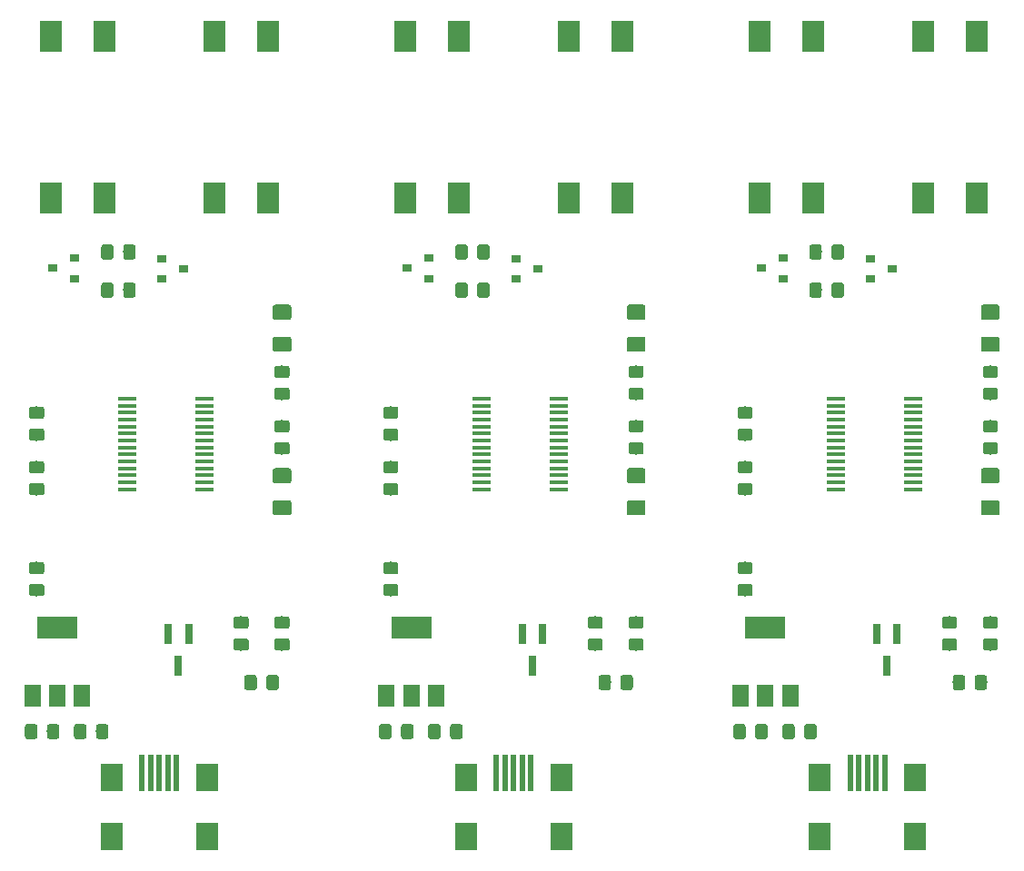
<source format=gbr>
G04 #@! TF.GenerationSoftware,KiCad,Pcbnew,5.0.2+dfsg1-1*
G04 #@! TF.CreationDate,2020-08-23T12:27:17+02:00*
G04 #@! TF.ProjectId,programmer,70726f67-7261-46d6-9d65-722e6b696361,rev?*
G04 #@! TF.SameCoordinates,Original*
G04 #@! TF.FileFunction,Paste,Top*
G04 #@! TF.FilePolarity,Positive*
%FSLAX46Y46*%
G04 Gerber Fmt 4.6, Leading zero omitted, Abs format (unit mm)*
G04 Created by KiCad (PCBNEW 5.0.2+dfsg1-1) date Sun 23 Aug 2020 12:27:17 PM CEST*
%MOMM*%
%LPD*%
G01*
G04 APERTURE LIST*
%ADD10C,0.100000*%
%ADD11C,1.150000*%
%ADD12C,1.425000*%
%ADD13R,0.900000X0.800000*%
%ADD14R,2.000000X3.000000*%
%ADD15R,3.800000X2.000000*%
%ADD16R,1.500000X2.000000*%
%ADD17R,0.500000X3.500000*%
%ADD18R,2.000000X2.500000*%
%ADD19R,1.750000X0.450000*%
%ADD20R,0.800000X1.900000*%
G04 APERTURE END LIST*
D10*
G04 #@! TO.C,C2*
G36*
X226494505Y-93161204D02*
X226518773Y-93164804D01*
X226542572Y-93170765D01*
X226565671Y-93179030D01*
X226587850Y-93189520D01*
X226608893Y-93202132D01*
X226628599Y-93216747D01*
X226646777Y-93233223D01*
X226663253Y-93251401D01*
X226677868Y-93271107D01*
X226690480Y-93292150D01*
X226700970Y-93314329D01*
X226709235Y-93337428D01*
X226715196Y-93361227D01*
X226718796Y-93385495D01*
X226720000Y-93409999D01*
X226720000Y-94060001D01*
X226718796Y-94084505D01*
X226715196Y-94108773D01*
X226709235Y-94132572D01*
X226700970Y-94155671D01*
X226690480Y-94177850D01*
X226677868Y-94198893D01*
X226663253Y-94218599D01*
X226646777Y-94236777D01*
X226628599Y-94253253D01*
X226608893Y-94267868D01*
X226587850Y-94280480D01*
X226565671Y-94290970D01*
X226542572Y-94299235D01*
X226518773Y-94305196D01*
X226494505Y-94308796D01*
X226470001Y-94310000D01*
X225569999Y-94310000D01*
X225545495Y-94308796D01*
X225521227Y-94305196D01*
X225497428Y-94299235D01*
X225474329Y-94290970D01*
X225452150Y-94280480D01*
X225431107Y-94267868D01*
X225411401Y-94253253D01*
X225393223Y-94236777D01*
X225376747Y-94218599D01*
X225362132Y-94198893D01*
X225349520Y-94177850D01*
X225339030Y-94155671D01*
X225330765Y-94132572D01*
X225324804Y-94108773D01*
X225321204Y-94084505D01*
X225320000Y-94060001D01*
X225320000Y-93409999D01*
X225321204Y-93385495D01*
X225324804Y-93361227D01*
X225330765Y-93337428D01*
X225339030Y-93314329D01*
X225349520Y-93292150D01*
X225362132Y-93271107D01*
X225376747Y-93251401D01*
X225393223Y-93233223D01*
X225411401Y-93216747D01*
X225431107Y-93202132D01*
X225452150Y-93189520D01*
X225474329Y-93179030D01*
X225497428Y-93170765D01*
X225521227Y-93164804D01*
X225545495Y-93161204D01*
X225569999Y-93160000D01*
X226470001Y-93160000D01*
X226494505Y-93161204D01*
X226494505Y-93161204D01*
G37*
D11*
X226020000Y-93735000D03*
D10*
G36*
X226494505Y-91111204D02*
X226518773Y-91114804D01*
X226542572Y-91120765D01*
X226565671Y-91129030D01*
X226587850Y-91139520D01*
X226608893Y-91152132D01*
X226628599Y-91166747D01*
X226646777Y-91183223D01*
X226663253Y-91201401D01*
X226677868Y-91221107D01*
X226690480Y-91242150D01*
X226700970Y-91264329D01*
X226709235Y-91287428D01*
X226715196Y-91311227D01*
X226718796Y-91335495D01*
X226720000Y-91359999D01*
X226720000Y-92010001D01*
X226718796Y-92034505D01*
X226715196Y-92058773D01*
X226709235Y-92082572D01*
X226700970Y-92105671D01*
X226690480Y-92127850D01*
X226677868Y-92148893D01*
X226663253Y-92168599D01*
X226646777Y-92186777D01*
X226628599Y-92203253D01*
X226608893Y-92217868D01*
X226587850Y-92230480D01*
X226565671Y-92240970D01*
X226542572Y-92249235D01*
X226518773Y-92255196D01*
X226494505Y-92258796D01*
X226470001Y-92260000D01*
X225569999Y-92260000D01*
X225545495Y-92258796D01*
X225521227Y-92255196D01*
X225497428Y-92249235D01*
X225474329Y-92240970D01*
X225452150Y-92230480D01*
X225431107Y-92217868D01*
X225411401Y-92203253D01*
X225393223Y-92186777D01*
X225376747Y-92168599D01*
X225362132Y-92148893D01*
X225349520Y-92127850D01*
X225339030Y-92105671D01*
X225330765Y-92082572D01*
X225324804Y-92058773D01*
X225321204Y-92034505D01*
X225320000Y-92010001D01*
X225320000Y-91359999D01*
X225321204Y-91335495D01*
X225324804Y-91311227D01*
X225330765Y-91287428D01*
X225339030Y-91264329D01*
X225349520Y-91242150D01*
X225362132Y-91221107D01*
X225376747Y-91201401D01*
X225393223Y-91183223D01*
X225411401Y-91166747D01*
X225431107Y-91152132D01*
X225452150Y-91139520D01*
X225474329Y-91129030D01*
X225497428Y-91120765D01*
X225521227Y-91114804D01*
X225545495Y-91111204D01*
X225569999Y-91110000D01*
X226470001Y-91110000D01*
X226494505Y-91111204D01*
X226494505Y-91111204D01*
G37*
D11*
X226020000Y-91685000D03*
G04 #@! TD*
D10*
G04 #@! TO.C,C7*
G36*
X249354505Y-112719204D02*
X249378773Y-112722804D01*
X249402572Y-112728765D01*
X249425671Y-112737030D01*
X249447850Y-112747520D01*
X249468893Y-112760132D01*
X249488599Y-112774747D01*
X249506777Y-112791223D01*
X249523253Y-112809401D01*
X249537868Y-112829107D01*
X249550480Y-112850150D01*
X249560970Y-112872329D01*
X249569235Y-112895428D01*
X249575196Y-112919227D01*
X249578796Y-112943495D01*
X249580000Y-112967999D01*
X249580000Y-113618001D01*
X249578796Y-113642505D01*
X249575196Y-113666773D01*
X249569235Y-113690572D01*
X249560970Y-113713671D01*
X249550480Y-113735850D01*
X249537868Y-113756893D01*
X249523253Y-113776599D01*
X249506777Y-113794777D01*
X249488599Y-113811253D01*
X249468893Y-113825868D01*
X249447850Y-113838480D01*
X249425671Y-113848970D01*
X249402572Y-113857235D01*
X249378773Y-113863196D01*
X249354505Y-113866796D01*
X249330001Y-113868000D01*
X248429999Y-113868000D01*
X248405495Y-113866796D01*
X248381227Y-113863196D01*
X248357428Y-113857235D01*
X248334329Y-113848970D01*
X248312150Y-113838480D01*
X248291107Y-113825868D01*
X248271401Y-113811253D01*
X248253223Y-113794777D01*
X248236747Y-113776599D01*
X248222132Y-113756893D01*
X248209520Y-113735850D01*
X248199030Y-113713671D01*
X248190765Y-113690572D01*
X248184804Y-113666773D01*
X248181204Y-113642505D01*
X248180000Y-113618001D01*
X248180000Y-112967999D01*
X248181204Y-112943495D01*
X248184804Y-112919227D01*
X248190765Y-112895428D01*
X248199030Y-112872329D01*
X248209520Y-112850150D01*
X248222132Y-112829107D01*
X248236747Y-112809401D01*
X248253223Y-112791223D01*
X248271401Y-112774747D01*
X248291107Y-112760132D01*
X248312150Y-112747520D01*
X248334329Y-112737030D01*
X248357428Y-112728765D01*
X248381227Y-112722804D01*
X248405495Y-112719204D01*
X248429999Y-112718000D01*
X249330001Y-112718000D01*
X249354505Y-112719204D01*
X249354505Y-112719204D01*
G37*
D11*
X248880000Y-113293000D03*
D10*
G36*
X249354505Y-110669204D02*
X249378773Y-110672804D01*
X249402572Y-110678765D01*
X249425671Y-110687030D01*
X249447850Y-110697520D01*
X249468893Y-110710132D01*
X249488599Y-110724747D01*
X249506777Y-110741223D01*
X249523253Y-110759401D01*
X249537868Y-110779107D01*
X249550480Y-110800150D01*
X249560970Y-110822329D01*
X249569235Y-110845428D01*
X249575196Y-110869227D01*
X249578796Y-110893495D01*
X249580000Y-110917999D01*
X249580000Y-111568001D01*
X249578796Y-111592505D01*
X249575196Y-111616773D01*
X249569235Y-111640572D01*
X249560970Y-111663671D01*
X249550480Y-111685850D01*
X249537868Y-111706893D01*
X249523253Y-111726599D01*
X249506777Y-111744777D01*
X249488599Y-111761253D01*
X249468893Y-111775868D01*
X249447850Y-111788480D01*
X249425671Y-111798970D01*
X249402572Y-111807235D01*
X249378773Y-111813196D01*
X249354505Y-111816796D01*
X249330001Y-111818000D01*
X248429999Y-111818000D01*
X248405495Y-111816796D01*
X248381227Y-111813196D01*
X248357428Y-111807235D01*
X248334329Y-111798970D01*
X248312150Y-111788480D01*
X248291107Y-111775868D01*
X248271401Y-111761253D01*
X248253223Y-111744777D01*
X248236747Y-111726599D01*
X248222132Y-111706893D01*
X248209520Y-111685850D01*
X248199030Y-111663671D01*
X248190765Y-111640572D01*
X248184804Y-111616773D01*
X248181204Y-111592505D01*
X248180000Y-111568001D01*
X248180000Y-110917999D01*
X248181204Y-110893495D01*
X248184804Y-110869227D01*
X248190765Y-110845428D01*
X248199030Y-110822329D01*
X248209520Y-110800150D01*
X248222132Y-110779107D01*
X248236747Y-110759401D01*
X248253223Y-110741223D01*
X248271401Y-110724747D01*
X248291107Y-110710132D01*
X248312150Y-110697520D01*
X248334329Y-110687030D01*
X248357428Y-110678765D01*
X248381227Y-110672804D01*
X248405495Y-110669204D01*
X248429999Y-110668000D01*
X249330001Y-110668000D01*
X249354505Y-110669204D01*
X249354505Y-110669204D01*
G37*
D11*
X248880000Y-111243000D03*
G04 #@! TD*
D10*
G04 #@! TO.C,C3*
G36*
X230424505Y-120713204D02*
X230448773Y-120716804D01*
X230472572Y-120722765D01*
X230495671Y-120731030D01*
X230517850Y-120741520D01*
X230538893Y-120754132D01*
X230558599Y-120768747D01*
X230576777Y-120785223D01*
X230593253Y-120803401D01*
X230607868Y-120823107D01*
X230620480Y-120844150D01*
X230630970Y-120866329D01*
X230639235Y-120889428D01*
X230645196Y-120913227D01*
X230648796Y-120937495D01*
X230650000Y-120961999D01*
X230650000Y-121862001D01*
X230648796Y-121886505D01*
X230645196Y-121910773D01*
X230639235Y-121934572D01*
X230630970Y-121957671D01*
X230620480Y-121979850D01*
X230607868Y-122000893D01*
X230593253Y-122020599D01*
X230576777Y-122038777D01*
X230558599Y-122055253D01*
X230538893Y-122069868D01*
X230517850Y-122082480D01*
X230495671Y-122092970D01*
X230472572Y-122101235D01*
X230448773Y-122107196D01*
X230424505Y-122110796D01*
X230400001Y-122112000D01*
X229749999Y-122112000D01*
X229725495Y-122110796D01*
X229701227Y-122107196D01*
X229677428Y-122101235D01*
X229654329Y-122092970D01*
X229632150Y-122082480D01*
X229611107Y-122069868D01*
X229591401Y-122055253D01*
X229573223Y-122038777D01*
X229556747Y-122020599D01*
X229542132Y-122000893D01*
X229529520Y-121979850D01*
X229519030Y-121957671D01*
X229510765Y-121934572D01*
X229504804Y-121910773D01*
X229501204Y-121886505D01*
X229500000Y-121862001D01*
X229500000Y-120961999D01*
X229501204Y-120937495D01*
X229504804Y-120913227D01*
X229510765Y-120889428D01*
X229519030Y-120866329D01*
X229529520Y-120844150D01*
X229542132Y-120823107D01*
X229556747Y-120803401D01*
X229573223Y-120785223D01*
X229591401Y-120768747D01*
X229611107Y-120754132D01*
X229632150Y-120741520D01*
X229654329Y-120731030D01*
X229677428Y-120722765D01*
X229701227Y-120716804D01*
X229725495Y-120713204D01*
X229749999Y-120712000D01*
X230400001Y-120712000D01*
X230424505Y-120713204D01*
X230424505Y-120713204D01*
G37*
D11*
X230075000Y-121412000D03*
D10*
G36*
X232474505Y-120713204D02*
X232498773Y-120716804D01*
X232522572Y-120722765D01*
X232545671Y-120731030D01*
X232567850Y-120741520D01*
X232588893Y-120754132D01*
X232608599Y-120768747D01*
X232626777Y-120785223D01*
X232643253Y-120803401D01*
X232657868Y-120823107D01*
X232670480Y-120844150D01*
X232680970Y-120866329D01*
X232689235Y-120889428D01*
X232695196Y-120913227D01*
X232698796Y-120937495D01*
X232700000Y-120961999D01*
X232700000Y-121862001D01*
X232698796Y-121886505D01*
X232695196Y-121910773D01*
X232689235Y-121934572D01*
X232680970Y-121957671D01*
X232670480Y-121979850D01*
X232657868Y-122000893D01*
X232643253Y-122020599D01*
X232626777Y-122038777D01*
X232608599Y-122055253D01*
X232588893Y-122069868D01*
X232567850Y-122082480D01*
X232545671Y-122092970D01*
X232522572Y-122101235D01*
X232498773Y-122107196D01*
X232474505Y-122110796D01*
X232450001Y-122112000D01*
X231799999Y-122112000D01*
X231775495Y-122110796D01*
X231751227Y-122107196D01*
X231727428Y-122101235D01*
X231704329Y-122092970D01*
X231682150Y-122082480D01*
X231661107Y-122069868D01*
X231641401Y-122055253D01*
X231623223Y-122038777D01*
X231606747Y-122020599D01*
X231592132Y-122000893D01*
X231579520Y-121979850D01*
X231569030Y-121957671D01*
X231560765Y-121934572D01*
X231554804Y-121910773D01*
X231551204Y-121886505D01*
X231550000Y-121862001D01*
X231550000Y-120961999D01*
X231551204Y-120937495D01*
X231554804Y-120913227D01*
X231560765Y-120889428D01*
X231569030Y-120866329D01*
X231579520Y-120844150D01*
X231592132Y-120823107D01*
X231606747Y-120803401D01*
X231623223Y-120785223D01*
X231641401Y-120768747D01*
X231661107Y-120754132D01*
X231682150Y-120741520D01*
X231704329Y-120731030D01*
X231727428Y-120722765D01*
X231751227Y-120716804D01*
X231775495Y-120713204D01*
X231799999Y-120712000D01*
X232450001Y-120712000D01*
X232474505Y-120713204D01*
X232474505Y-120713204D01*
G37*
D11*
X232125000Y-121412000D03*
G04 #@! TD*
D10*
G04 #@! TO.C,R5*
G36*
X249354505Y-94431204D02*
X249378773Y-94434804D01*
X249402572Y-94440765D01*
X249425671Y-94449030D01*
X249447850Y-94459520D01*
X249468893Y-94472132D01*
X249488599Y-94486747D01*
X249506777Y-94503223D01*
X249523253Y-94521401D01*
X249537868Y-94541107D01*
X249550480Y-94562150D01*
X249560970Y-94584329D01*
X249569235Y-94607428D01*
X249575196Y-94631227D01*
X249578796Y-94655495D01*
X249580000Y-94679999D01*
X249580000Y-95330001D01*
X249578796Y-95354505D01*
X249575196Y-95378773D01*
X249569235Y-95402572D01*
X249560970Y-95425671D01*
X249550480Y-95447850D01*
X249537868Y-95468893D01*
X249523253Y-95488599D01*
X249506777Y-95506777D01*
X249488599Y-95523253D01*
X249468893Y-95537868D01*
X249447850Y-95550480D01*
X249425671Y-95560970D01*
X249402572Y-95569235D01*
X249378773Y-95575196D01*
X249354505Y-95578796D01*
X249330001Y-95580000D01*
X248429999Y-95580000D01*
X248405495Y-95578796D01*
X248381227Y-95575196D01*
X248357428Y-95569235D01*
X248334329Y-95560970D01*
X248312150Y-95550480D01*
X248291107Y-95537868D01*
X248271401Y-95523253D01*
X248253223Y-95506777D01*
X248236747Y-95488599D01*
X248222132Y-95468893D01*
X248209520Y-95447850D01*
X248199030Y-95425671D01*
X248190765Y-95402572D01*
X248184804Y-95378773D01*
X248181204Y-95354505D01*
X248180000Y-95330001D01*
X248180000Y-94679999D01*
X248181204Y-94655495D01*
X248184804Y-94631227D01*
X248190765Y-94607428D01*
X248199030Y-94584329D01*
X248209520Y-94562150D01*
X248222132Y-94541107D01*
X248236747Y-94521401D01*
X248253223Y-94503223D01*
X248271401Y-94486747D01*
X248291107Y-94472132D01*
X248312150Y-94459520D01*
X248334329Y-94449030D01*
X248357428Y-94440765D01*
X248381227Y-94434804D01*
X248405495Y-94431204D01*
X248429999Y-94430000D01*
X249330001Y-94430000D01*
X249354505Y-94431204D01*
X249354505Y-94431204D01*
G37*
D11*
X248880000Y-95005000D03*
D10*
G36*
X249354505Y-92381204D02*
X249378773Y-92384804D01*
X249402572Y-92390765D01*
X249425671Y-92399030D01*
X249447850Y-92409520D01*
X249468893Y-92422132D01*
X249488599Y-92436747D01*
X249506777Y-92453223D01*
X249523253Y-92471401D01*
X249537868Y-92491107D01*
X249550480Y-92512150D01*
X249560970Y-92534329D01*
X249569235Y-92557428D01*
X249575196Y-92581227D01*
X249578796Y-92605495D01*
X249580000Y-92629999D01*
X249580000Y-93280001D01*
X249578796Y-93304505D01*
X249575196Y-93328773D01*
X249569235Y-93352572D01*
X249560970Y-93375671D01*
X249550480Y-93397850D01*
X249537868Y-93418893D01*
X249523253Y-93438599D01*
X249506777Y-93456777D01*
X249488599Y-93473253D01*
X249468893Y-93487868D01*
X249447850Y-93500480D01*
X249425671Y-93510970D01*
X249402572Y-93519235D01*
X249378773Y-93525196D01*
X249354505Y-93528796D01*
X249330001Y-93530000D01*
X248429999Y-93530000D01*
X248405495Y-93528796D01*
X248381227Y-93525196D01*
X248357428Y-93519235D01*
X248334329Y-93510970D01*
X248312150Y-93500480D01*
X248291107Y-93487868D01*
X248271401Y-93473253D01*
X248253223Y-93456777D01*
X248236747Y-93438599D01*
X248222132Y-93418893D01*
X248209520Y-93397850D01*
X248199030Y-93375671D01*
X248190765Y-93352572D01*
X248184804Y-93328773D01*
X248181204Y-93304505D01*
X248180000Y-93280001D01*
X248180000Y-92629999D01*
X248181204Y-92605495D01*
X248184804Y-92581227D01*
X248190765Y-92557428D01*
X248199030Y-92534329D01*
X248209520Y-92512150D01*
X248222132Y-92491107D01*
X248236747Y-92471401D01*
X248253223Y-92453223D01*
X248271401Y-92436747D01*
X248291107Y-92422132D01*
X248312150Y-92409520D01*
X248334329Y-92399030D01*
X248357428Y-92390765D01*
X248381227Y-92384804D01*
X248405495Y-92381204D01*
X248429999Y-92380000D01*
X249330001Y-92380000D01*
X249354505Y-92381204D01*
X249354505Y-92381204D01*
G37*
D11*
X248880000Y-92955000D03*
G04 #@! TD*
D10*
G04 #@! TO.C,R3*
G36*
X245544505Y-112728204D02*
X245568773Y-112731804D01*
X245592572Y-112737765D01*
X245615671Y-112746030D01*
X245637850Y-112756520D01*
X245658893Y-112769132D01*
X245678599Y-112783747D01*
X245696777Y-112800223D01*
X245713253Y-112818401D01*
X245727868Y-112838107D01*
X245740480Y-112859150D01*
X245750970Y-112881329D01*
X245759235Y-112904428D01*
X245765196Y-112928227D01*
X245768796Y-112952495D01*
X245770000Y-112976999D01*
X245770000Y-113627001D01*
X245768796Y-113651505D01*
X245765196Y-113675773D01*
X245759235Y-113699572D01*
X245750970Y-113722671D01*
X245740480Y-113744850D01*
X245727868Y-113765893D01*
X245713253Y-113785599D01*
X245696777Y-113803777D01*
X245678599Y-113820253D01*
X245658893Y-113834868D01*
X245637850Y-113847480D01*
X245615671Y-113857970D01*
X245592572Y-113866235D01*
X245568773Y-113872196D01*
X245544505Y-113875796D01*
X245520001Y-113877000D01*
X244619999Y-113877000D01*
X244595495Y-113875796D01*
X244571227Y-113872196D01*
X244547428Y-113866235D01*
X244524329Y-113857970D01*
X244502150Y-113847480D01*
X244481107Y-113834868D01*
X244461401Y-113820253D01*
X244443223Y-113803777D01*
X244426747Y-113785599D01*
X244412132Y-113765893D01*
X244399520Y-113744850D01*
X244389030Y-113722671D01*
X244380765Y-113699572D01*
X244374804Y-113675773D01*
X244371204Y-113651505D01*
X244370000Y-113627001D01*
X244370000Y-112976999D01*
X244371204Y-112952495D01*
X244374804Y-112928227D01*
X244380765Y-112904428D01*
X244389030Y-112881329D01*
X244399520Y-112859150D01*
X244412132Y-112838107D01*
X244426747Y-112818401D01*
X244443223Y-112800223D01*
X244461401Y-112783747D01*
X244481107Y-112769132D01*
X244502150Y-112756520D01*
X244524329Y-112746030D01*
X244547428Y-112737765D01*
X244571227Y-112731804D01*
X244595495Y-112728204D01*
X244619999Y-112727000D01*
X245520001Y-112727000D01*
X245544505Y-112728204D01*
X245544505Y-112728204D01*
G37*
D11*
X245070000Y-113302000D03*
D10*
G36*
X245544505Y-110678204D02*
X245568773Y-110681804D01*
X245592572Y-110687765D01*
X245615671Y-110696030D01*
X245637850Y-110706520D01*
X245658893Y-110719132D01*
X245678599Y-110733747D01*
X245696777Y-110750223D01*
X245713253Y-110768401D01*
X245727868Y-110788107D01*
X245740480Y-110809150D01*
X245750970Y-110831329D01*
X245759235Y-110854428D01*
X245765196Y-110878227D01*
X245768796Y-110902495D01*
X245770000Y-110926999D01*
X245770000Y-111577001D01*
X245768796Y-111601505D01*
X245765196Y-111625773D01*
X245759235Y-111649572D01*
X245750970Y-111672671D01*
X245740480Y-111694850D01*
X245727868Y-111715893D01*
X245713253Y-111735599D01*
X245696777Y-111753777D01*
X245678599Y-111770253D01*
X245658893Y-111784868D01*
X245637850Y-111797480D01*
X245615671Y-111807970D01*
X245592572Y-111816235D01*
X245568773Y-111822196D01*
X245544505Y-111825796D01*
X245520001Y-111827000D01*
X244619999Y-111827000D01*
X244595495Y-111825796D01*
X244571227Y-111822196D01*
X244547428Y-111816235D01*
X244524329Y-111807970D01*
X244502150Y-111797480D01*
X244481107Y-111784868D01*
X244461401Y-111770253D01*
X244443223Y-111753777D01*
X244426747Y-111735599D01*
X244412132Y-111715893D01*
X244399520Y-111694850D01*
X244389030Y-111672671D01*
X244380765Y-111649572D01*
X244374804Y-111625773D01*
X244371204Y-111601505D01*
X244370000Y-111577001D01*
X244370000Y-110926999D01*
X244371204Y-110902495D01*
X244374804Y-110878227D01*
X244380765Y-110854428D01*
X244389030Y-110831329D01*
X244399520Y-110809150D01*
X244412132Y-110788107D01*
X244426747Y-110768401D01*
X244443223Y-110750223D01*
X244461401Y-110733747D01*
X244481107Y-110719132D01*
X244502150Y-110706520D01*
X244524329Y-110696030D01*
X244547428Y-110687765D01*
X244571227Y-110681804D01*
X244595495Y-110678204D01*
X244619999Y-110677000D01*
X245520001Y-110677000D01*
X245544505Y-110678204D01*
X245544505Y-110678204D01*
G37*
D11*
X245070000Y-111252000D03*
G04 #@! TD*
D10*
G04 #@! TO.C,D1*
G36*
X249529504Y-84596204D02*
X249553773Y-84599804D01*
X249577571Y-84605765D01*
X249600671Y-84614030D01*
X249622849Y-84624520D01*
X249643893Y-84637133D01*
X249663598Y-84651747D01*
X249681777Y-84668223D01*
X249698253Y-84686402D01*
X249712867Y-84706107D01*
X249725480Y-84727151D01*
X249735970Y-84749329D01*
X249744235Y-84772429D01*
X249750196Y-84796227D01*
X249753796Y-84820496D01*
X249755000Y-84845000D01*
X249755000Y-85770000D01*
X249753796Y-85794504D01*
X249750196Y-85818773D01*
X249744235Y-85842571D01*
X249735970Y-85865671D01*
X249725480Y-85887849D01*
X249712867Y-85908893D01*
X249698253Y-85928598D01*
X249681777Y-85946777D01*
X249663598Y-85963253D01*
X249643893Y-85977867D01*
X249622849Y-85990480D01*
X249600671Y-86000970D01*
X249577571Y-86009235D01*
X249553773Y-86015196D01*
X249529504Y-86018796D01*
X249505000Y-86020000D01*
X248255000Y-86020000D01*
X248230496Y-86018796D01*
X248206227Y-86015196D01*
X248182429Y-86009235D01*
X248159329Y-86000970D01*
X248137151Y-85990480D01*
X248116107Y-85977867D01*
X248096402Y-85963253D01*
X248078223Y-85946777D01*
X248061747Y-85928598D01*
X248047133Y-85908893D01*
X248034520Y-85887849D01*
X248024030Y-85865671D01*
X248015765Y-85842571D01*
X248009804Y-85818773D01*
X248006204Y-85794504D01*
X248005000Y-85770000D01*
X248005000Y-84845000D01*
X248006204Y-84820496D01*
X248009804Y-84796227D01*
X248015765Y-84772429D01*
X248024030Y-84749329D01*
X248034520Y-84727151D01*
X248047133Y-84706107D01*
X248061747Y-84686402D01*
X248078223Y-84668223D01*
X248096402Y-84651747D01*
X248116107Y-84637133D01*
X248137151Y-84624520D01*
X248159329Y-84614030D01*
X248182429Y-84605765D01*
X248206227Y-84599804D01*
X248230496Y-84596204D01*
X248255000Y-84595000D01*
X249505000Y-84595000D01*
X249529504Y-84596204D01*
X249529504Y-84596204D01*
G37*
D12*
X248880000Y-85307500D03*
D10*
G36*
X249529504Y-81621204D02*
X249553773Y-81624804D01*
X249577571Y-81630765D01*
X249600671Y-81639030D01*
X249622849Y-81649520D01*
X249643893Y-81662133D01*
X249663598Y-81676747D01*
X249681777Y-81693223D01*
X249698253Y-81711402D01*
X249712867Y-81731107D01*
X249725480Y-81752151D01*
X249735970Y-81774329D01*
X249744235Y-81797429D01*
X249750196Y-81821227D01*
X249753796Y-81845496D01*
X249755000Y-81870000D01*
X249755000Y-82795000D01*
X249753796Y-82819504D01*
X249750196Y-82843773D01*
X249744235Y-82867571D01*
X249735970Y-82890671D01*
X249725480Y-82912849D01*
X249712867Y-82933893D01*
X249698253Y-82953598D01*
X249681777Y-82971777D01*
X249663598Y-82988253D01*
X249643893Y-83002867D01*
X249622849Y-83015480D01*
X249600671Y-83025970D01*
X249577571Y-83034235D01*
X249553773Y-83040196D01*
X249529504Y-83043796D01*
X249505000Y-83045000D01*
X248255000Y-83045000D01*
X248230496Y-83043796D01*
X248206227Y-83040196D01*
X248182429Y-83034235D01*
X248159329Y-83025970D01*
X248137151Y-83015480D01*
X248116107Y-83002867D01*
X248096402Y-82988253D01*
X248078223Y-82971777D01*
X248061747Y-82953598D01*
X248047133Y-82933893D01*
X248034520Y-82912849D01*
X248024030Y-82890671D01*
X248015765Y-82867571D01*
X248009804Y-82843773D01*
X248006204Y-82819504D01*
X248005000Y-82795000D01*
X248005000Y-81870000D01*
X248006204Y-81845496D01*
X248009804Y-81821227D01*
X248015765Y-81797429D01*
X248024030Y-81774329D01*
X248034520Y-81752151D01*
X248047133Y-81731107D01*
X248061747Y-81711402D01*
X248078223Y-81693223D01*
X248096402Y-81676747D01*
X248116107Y-81662133D01*
X248137151Y-81649520D01*
X248159329Y-81639030D01*
X248182429Y-81630765D01*
X248206227Y-81624804D01*
X248230496Y-81621204D01*
X248255000Y-81620000D01*
X249505000Y-81620000D01*
X249529504Y-81621204D01*
X249529504Y-81621204D01*
G37*
D12*
X248880000Y-82332500D03*
G04 #@! TD*
D13*
G04 #@! TO.C,Q2*
X237704000Y-77348000D03*
X237704000Y-79248000D03*
X239704000Y-78298000D03*
G04 #@! TD*
D10*
G04 #@! TO.C,R2*
G36*
X235005505Y-76009204D02*
X235029773Y-76012804D01*
X235053572Y-76018765D01*
X235076671Y-76027030D01*
X235098850Y-76037520D01*
X235119893Y-76050132D01*
X235139599Y-76064747D01*
X235157777Y-76081223D01*
X235174253Y-76099401D01*
X235188868Y-76119107D01*
X235201480Y-76140150D01*
X235211970Y-76162329D01*
X235220235Y-76185428D01*
X235226196Y-76209227D01*
X235229796Y-76233495D01*
X235231000Y-76257999D01*
X235231000Y-77158001D01*
X235229796Y-77182505D01*
X235226196Y-77206773D01*
X235220235Y-77230572D01*
X235211970Y-77253671D01*
X235201480Y-77275850D01*
X235188868Y-77296893D01*
X235174253Y-77316599D01*
X235157777Y-77334777D01*
X235139599Y-77351253D01*
X235119893Y-77365868D01*
X235098850Y-77378480D01*
X235076671Y-77388970D01*
X235053572Y-77397235D01*
X235029773Y-77403196D01*
X235005505Y-77406796D01*
X234981001Y-77408000D01*
X234330999Y-77408000D01*
X234306495Y-77406796D01*
X234282227Y-77403196D01*
X234258428Y-77397235D01*
X234235329Y-77388970D01*
X234213150Y-77378480D01*
X234192107Y-77365868D01*
X234172401Y-77351253D01*
X234154223Y-77334777D01*
X234137747Y-77316599D01*
X234123132Y-77296893D01*
X234110520Y-77275850D01*
X234100030Y-77253671D01*
X234091765Y-77230572D01*
X234085804Y-77206773D01*
X234082204Y-77182505D01*
X234081000Y-77158001D01*
X234081000Y-76257999D01*
X234082204Y-76233495D01*
X234085804Y-76209227D01*
X234091765Y-76185428D01*
X234100030Y-76162329D01*
X234110520Y-76140150D01*
X234123132Y-76119107D01*
X234137747Y-76099401D01*
X234154223Y-76081223D01*
X234172401Y-76064747D01*
X234192107Y-76050132D01*
X234213150Y-76037520D01*
X234235329Y-76027030D01*
X234258428Y-76018765D01*
X234282227Y-76012804D01*
X234306495Y-76009204D01*
X234330999Y-76008000D01*
X234981001Y-76008000D01*
X235005505Y-76009204D01*
X235005505Y-76009204D01*
G37*
D11*
X234656000Y-76708000D03*
D10*
G36*
X232955505Y-76009204D02*
X232979773Y-76012804D01*
X233003572Y-76018765D01*
X233026671Y-76027030D01*
X233048850Y-76037520D01*
X233069893Y-76050132D01*
X233089599Y-76064747D01*
X233107777Y-76081223D01*
X233124253Y-76099401D01*
X233138868Y-76119107D01*
X233151480Y-76140150D01*
X233161970Y-76162329D01*
X233170235Y-76185428D01*
X233176196Y-76209227D01*
X233179796Y-76233495D01*
X233181000Y-76257999D01*
X233181000Y-77158001D01*
X233179796Y-77182505D01*
X233176196Y-77206773D01*
X233170235Y-77230572D01*
X233161970Y-77253671D01*
X233151480Y-77275850D01*
X233138868Y-77296893D01*
X233124253Y-77316599D01*
X233107777Y-77334777D01*
X233089599Y-77351253D01*
X233069893Y-77365868D01*
X233048850Y-77378480D01*
X233026671Y-77388970D01*
X233003572Y-77397235D01*
X232979773Y-77403196D01*
X232955505Y-77406796D01*
X232931001Y-77408000D01*
X232280999Y-77408000D01*
X232256495Y-77406796D01*
X232232227Y-77403196D01*
X232208428Y-77397235D01*
X232185329Y-77388970D01*
X232163150Y-77378480D01*
X232142107Y-77365868D01*
X232122401Y-77351253D01*
X232104223Y-77334777D01*
X232087747Y-77316599D01*
X232073132Y-77296893D01*
X232060520Y-77275850D01*
X232050030Y-77253671D01*
X232041765Y-77230572D01*
X232035804Y-77206773D01*
X232032204Y-77182505D01*
X232031000Y-77158001D01*
X232031000Y-76257999D01*
X232032204Y-76233495D01*
X232035804Y-76209227D01*
X232041765Y-76185428D01*
X232050030Y-76162329D01*
X232060520Y-76140150D01*
X232073132Y-76119107D01*
X232087747Y-76099401D01*
X232104223Y-76081223D01*
X232122401Y-76064747D01*
X232142107Y-76050132D01*
X232163150Y-76037520D01*
X232185329Y-76027030D01*
X232208428Y-76018765D01*
X232232227Y-76012804D01*
X232256495Y-76009204D01*
X232280999Y-76008000D01*
X232931001Y-76008000D01*
X232955505Y-76009204D01*
X232955505Y-76009204D01*
G37*
D11*
X232606000Y-76708000D03*
G04 #@! TD*
D14*
G04 #@! TO.C,U5*
X242610000Y-71642000D03*
X247610000Y-71642000D03*
X247610000Y-56642000D03*
X242610000Y-56642000D03*
G04 #@! TD*
D10*
G04 #@! TO.C,R1*
G36*
X232955505Y-79565204D02*
X232979773Y-79568804D01*
X233003572Y-79574765D01*
X233026671Y-79583030D01*
X233048850Y-79593520D01*
X233069893Y-79606132D01*
X233089599Y-79620747D01*
X233107777Y-79637223D01*
X233124253Y-79655401D01*
X233138868Y-79675107D01*
X233151480Y-79696150D01*
X233161970Y-79718329D01*
X233170235Y-79741428D01*
X233176196Y-79765227D01*
X233179796Y-79789495D01*
X233181000Y-79813999D01*
X233181000Y-80714001D01*
X233179796Y-80738505D01*
X233176196Y-80762773D01*
X233170235Y-80786572D01*
X233161970Y-80809671D01*
X233151480Y-80831850D01*
X233138868Y-80852893D01*
X233124253Y-80872599D01*
X233107777Y-80890777D01*
X233089599Y-80907253D01*
X233069893Y-80921868D01*
X233048850Y-80934480D01*
X233026671Y-80944970D01*
X233003572Y-80953235D01*
X232979773Y-80959196D01*
X232955505Y-80962796D01*
X232931001Y-80964000D01*
X232280999Y-80964000D01*
X232256495Y-80962796D01*
X232232227Y-80959196D01*
X232208428Y-80953235D01*
X232185329Y-80944970D01*
X232163150Y-80934480D01*
X232142107Y-80921868D01*
X232122401Y-80907253D01*
X232104223Y-80890777D01*
X232087747Y-80872599D01*
X232073132Y-80852893D01*
X232060520Y-80831850D01*
X232050030Y-80809671D01*
X232041765Y-80786572D01*
X232035804Y-80762773D01*
X232032204Y-80738505D01*
X232031000Y-80714001D01*
X232031000Y-79813999D01*
X232032204Y-79789495D01*
X232035804Y-79765227D01*
X232041765Y-79741428D01*
X232050030Y-79718329D01*
X232060520Y-79696150D01*
X232073132Y-79675107D01*
X232087747Y-79655401D01*
X232104223Y-79637223D01*
X232122401Y-79620747D01*
X232142107Y-79606132D01*
X232163150Y-79593520D01*
X232185329Y-79583030D01*
X232208428Y-79574765D01*
X232232227Y-79568804D01*
X232256495Y-79565204D01*
X232280999Y-79564000D01*
X232931001Y-79564000D01*
X232955505Y-79565204D01*
X232955505Y-79565204D01*
G37*
D11*
X232606000Y-80264000D03*
D10*
G36*
X235005505Y-79565204D02*
X235029773Y-79568804D01*
X235053572Y-79574765D01*
X235076671Y-79583030D01*
X235098850Y-79593520D01*
X235119893Y-79606132D01*
X235139599Y-79620747D01*
X235157777Y-79637223D01*
X235174253Y-79655401D01*
X235188868Y-79675107D01*
X235201480Y-79696150D01*
X235211970Y-79718329D01*
X235220235Y-79741428D01*
X235226196Y-79765227D01*
X235229796Y-79789495D01*
X235231000Y-79813999D01*
X235231000Y-80714001D01*
X235229796Y-80738505D01*
X235226196Y-80762773D01*
X235220235Y-80786572D01*
X235211970Y-80809671D01*
X235201480Y-80831850D01*
X235188868Y-80852893D01*
X235174253Y-80872599D01*
X235157777Y-80890777D01*
X235139599Y-80907253D01*
X235119893Y-80921868D01*
X235098850Y-80934480D01*
X235076671Y-80944970D01*
X235053572Y-80953235D01*
X235029773Y-80959196D01*
X235005505Y-80962796D01*
X234981001Y-80964000D01*
X234330999Y-80964000D01*
X234306495Y-80962796D01*
X234282227Y-80959196D01*
X234258428Y-80953235D01*
X234235329Y-80944970D01*
X234213150Y-80934480D01*
X234192107Y-80921868D01*
X234172401Y-80907253D01*
X234154223Y-80890777D01*
X234137747Y-80872599D01*
X234123132Y-80852893D01*
X234110520Y-80831850D01*
X234100030Y-80809671D01*
X234091765Y-80786572D01*
X234085804Y-80762773D01*
X234082204Y-80738505D01*
X234081000Y-80714001D01*
X234081000Y-79813999D01*
X234082204Y-79789495D01*
X234085804Y-79765227D01*
X234091765Y-79741428D01*
X234100030Y-79718329D01*
X234110520Y-79696150D01*
X234123132Y-79675107D01*
X234137747Y-79655401D01*
X234154223Y-79637223D01*
X234172401Y-79620747D01*
X234192107Y-79606132D01*
X234213150Y-79593520D01*
X234235329Y-79583030D01*
X234258428Y-79574765D01*
X234282227Y-79568804D01*
X234306495Y-79565204D01*
X234330999Y-79564000D01*
X234981001Y-79564000D01*
X235005505Y-79565204D01*
X235005505Y-79565204D01*
G37*
D11*
X234656000Y-80264000D03*
G04 #@! TD*
D10*
G04 #@! TO.C,R4*
G36*
X249354505Y-87301204D02*
X249378773Y-87304804D01*
X249402572Y-87310765D01*
X249425671Y-87319030D01*
X249447850Y-87329520D01*
X249468893Y-87342132D01*
X249488599Y-87356747D01*
X249506777Y-87373223D01*
X249523253Y-87391401D01*
X249537868Y-87411107D01*
X249550480Y-87432150D01*
X249560970Y-87454329D01*
X249569235Y-87477428D01*
X249575196Y-87501227D01*
X249578796Y-87525495D01*
X249580000Y-87549999D01*
X249580000Y-88200001D01*
X249578796Y-88224505D01*
X249575196Y-88248773D01*
X249569235Y-88272572D01*
X249560970Y-88295671D01*
X249550480Y-88317850D01*
X249537868Y-88338893D01*
X249523253Y-88358599D01*
X249506777Y-88376777D01*
X249488599Y-88393253D01*
X249468893Y-88407868D01*
X249447850Y-88420480D01*
X249425671Y-88430970D01*
X249402572Y-88439235D01*
X249378773Y-88445196D01*
X249354505Y-88448796D01*
X249330001Y-88450000D01*
X248429999Y-88450000D01*
X248405495Y-88448796D01*
X248381227Y-88445196D01*
X248357428Y-88439235D01*
X248334329Y-88430970D01*
X248312150Y-88420480D01*
X248291107Y-88407868D01*
X248271401Y-88393253D01*
X248253223Y-88376777D01*
X248236747Y-88358599D01*
X248222132Y-88338893D01*
X248209520Y-88317850D01*
X248199030Y-88295671D01*
X248190765Y-88272572D01*
X248184804Y-88248773D01*
X248181204Y-88224505D01*
X248180000Y-88200001D01*
X248180000Y-87549999D01*
X248181204Y-87525495D01*
X248184804Y-87501227D01*
X248190765Y-87477428D01*
X248199030Y-87454329D01*
X248209520Y-87432150D01*
X248222132Y-87411107D01*
X248236747Y-87391401D01*
X248253223Y-87373223D01*
X248271401Y-87356747D01*
X248291107Y-87342132D01*
X248312150Y-87329520D01*
X248334329Y-87319030D01*
X248357428Y-87310765D01*
X248381227Y-87304804D01*
X248405495Y-87301204D01*
X248429999Y-87300000D01*
X249330001Y-87300000D01*
X249354505Y-87301204D01*
X249354505Y-87301204D01*
G37*
D11*
X248880000Y-87875000D03*
D10*
G36*
X249354505Y-89351204D02*
X249378773Y-89354804D01*
X249402572Y-89360765D01*
X249425671Y-89369030D01*
X249447850Y-89379520D01*
X249468893Y-89392132D01*
X249488599Y-89406747D01*
X249506777Y-89423223D01*
X249523253Y-89441401D01*
X249537868Y-89461107D01*
X249550480Y-89482150D01*
X249560970Y-89504329D01*
X249569235Y-89527428D01*
X249575196Y-89551227D01*
X249578796Y-89575495D01*
X249580000Y-89599999D01*
X249580000Y-90250001D01*
X249578796Y-90274505D01*
X249575196Y-90298773D01*
X249569235Y-90322572D01*
X249560970Y-90345671D01*
X249550480Y-90367850D01*
X249537868Y-90388893D01*
X249523253Y-90408599D01*
X249506777Y-90426777D01*
X249488599Y-90443253D01*
X249468893Y-90457868D01*
X249447850Y-90470480D01*
X249425671Y-90480970D01*
X249402572Y-90489235D01*
X249378773Y-90495196D01*
X249354505Y-90498796D01*
X249330001Y-90500000D01*
X248429999Y-90500000D01*
X248405495Y-90498796D01*
X248381227Y-90495196D01*
X248357428Y-90489235D01*
X248334329Y-90480970D01*
X248312150Y-90470480D01*
X248291107Y-90457868D01*
X248271401Y-90443253D01*
X248253223Y-90426777D01*
X248236747Y-90408599D01*
X248222132Y-90388893D01*
X248209520Y-90367850D01*
X248199030Y-90345671D01*
X248190765Y-90322572D01*
X248184804Y-90298773D01*
X248181204Y-90274505D01*
X248180000Y-90250001D01*
X248180000Y-89599999D01*
X248181204Y-89575495D01*
X248184804Y-89551227D01*
X248190765Y-89527428D01*
X248199030Y-89504329D01*
X248209520Y-89482150D01*
X248222132Y-89461107D01*
X248236747Y-89441401D01*
X248253223Y-89423223D01*
X248271401Y-89406747D01*
X248291107Y-89392132D01*
X248312150Y-89379520D01*
X248334329Y-89369030D01*
X248357428Y-89360765D01*
X248381227Y-89354804D01*
X248405495Y-89351204D01*
X248429999Y-89350000D01*
X249330001Y-89350000D01*
X249354505Y-89351204D01*
X249354505Y-89351204D01*
G37*
D11*
X248880000Y-89925000D03*
G04 #@! TD*
D10*
G04 #@! TO.C,C6*
G36*
X248349505Y-116141204D02*
X248373773Y-116144804D01*
X248397572Y-116150765D01*
X248420671Y-116159030D01*
X248442850Y-116169520D01*
X248463893Y-116182132D01*
X248483599Y-116196747D01*
X248501777Y-116213223D01*
X248518253Y-116231401D01*
X248532868Y-116251107D01*
X248545480Y-116272150D01*
X248555970Y-116294329D01*
X248564235Y-116317428D01*
X248570196Y-116341227D01*
X248573796Y-116365495D01*
X248575000Y-116389999D01*
X248575000Y-117290001D01*
X248573796Y-117314505D01*
X248570196Y-117338773D01*
X248564235Y-117362572D01*
X248555970Y-117385671D01*
X248545480Y-117407850D01*
X248532868Y-117428893D01*
X248518253Y-117448599D01*
X248501777Y-117466777D01*
X248483599Y-117483253D01*
X248463893Y-117497868D01*
X248442850Y-117510480D01*
X248420671Y-117520970D01*
X248397572Y-117529235D01*
X248373773Y-117535196D01*
X248349505Y-117538796D01*
X248325001Y-117540000D01*
X247674999Y-117540000D01*
X247650495Y-117538796D01*
X247626227Y-117535196D01*
X247602428Y-117529235D01*
X247579329Y-117520970D01*
X247557150Y-117510480D01*
X247536107Y-117497868D01*
X247516401Y-117483253D01*
X247498223Y-117466777D01*
X247481747Y-117448599D01*
X247467132Y-117428893D01*
X247454520Y-117407850D01*
X247444030Y-117385671D01*
X247435765Y-117362572D01*
X247429804Y-117338773D01*
X247426204Y-117314505D01*
X247425000Y-117290001D01*
X247425000Y-116389999D01*
X247426204Y-116365495D01*
X247429804Y-116341227D01*
X247435765Y-116317428D01*
X247444030Y-116294329D01*
X247454520Y-116272150D01*
X247467132Y-116251107D01*
X247481747Y-116231401D01*
X247498223Y-116213223D01*
X247516401Y-116196747D01*
X247536107Y-116182132D01*
X247557150Y-116169520D01*
X247579329Y-116159030D01*
X247602428Y-116150765D01*
X247626227Y-116144804D01*
X247650495Y-116141204D01*
X247674999Y-116140000D01*
X248325001Y-116140000D01*
X248349505Y-116141204D01*
X248349505Y-116141204D01*
G37*
D11*
X248000000Y-116840000D03*
D10*
G36*
X246299505Y-116141204D02*
X246323773Y-116144804D01*
X246347572Y-116150765D01*
X246370671Y-116159030D01*
X246392850Y-116169520D01*
X246413893Y-116182132D01*
X246433599Y-116196747D01*
X246451777Y-116213223D01*
X246468253Y-116231401D01*
X246482868Y-116251107D01*
X246495480Y-116272150D01*
X246505970Y-116294329D01*
X246514235Y-116317428D01*
X246520196Y-116341227D01*
X246523796Y-116365495D01*
X246525000Y-116389999D01*
X246525000Y-117290001D01*
X246523796Y-117314505D01*
X246520196Y-117338773D01*
X246514235Y-117362572D01*
X246505970Y-117385671D01*
X246495480Y-117407850D01*
X246482868Y-117428893D01*
X246468253Y-117448599D01*
X246451777Y-117466777D01*
X246433599Y-117483253D01*
X246413893Y-117497868D01*
X246392850Y-117510480D01*
X246370671Y-117520970D01*
X246347572Y-117529235D01*
X246323773Y-117535196D01*
X246299505Y-117538796D01*
X246275001Y-117540000D01*
X245624999Y-117540000D01*
X245600495Y-117538796D01*
X245576227Y-117535196D01*
X245552428Y-117529235D01*
X245529329Y-117520970D01*
X245507150Y-117510480D01*
X245486107Y-117497868D01*
X245466401Y-117483253D01*
X245448223Y-117466777D01*
X245431747Y-117448599D01*
X245417132Y-117428893D01*
X245404520Y-117407850D01*
X245394030Y-117385671D01*
X245385765Y-117362572D01*
X245379804Y-117338773D01*
X245376204Y-117314505D01*
X245375000Y-117290001D01*
X245375000Y-116389999D01*
X245376204Y-116365495D01*
X245379804Y-116341227D01*
X245385765Y-116317428D01*
X245394030Y-116294329D01*
X245404520Y-116272150D01*
X245417132Y-116251107D01*
X245431747Y-116231401D01*
X245448223Y-116213223D01*
X245466401Y-116196747D01*
X245486107Y-116182132D01*
X245507150Y-116169520D01*
X245529329Y-116159030D01*
X245552428Y-116150765D01*
X245576227Y-116144804D01*
X245600495Y-116141204D01*
X245624999Y-116140000D01*
X246275001Y-116140000D01*
X246299505Y-116141204D01*
X246299505Y-116141204D01*
G37*
D11*
X245950000Y-116840000D03*
G04 #@! TD*
D15*
G04 #@! TO.C,U2*
X227925000Y-111760000D03*
D16*
X227925000Y-118060000D03*
X230225000Y-118060000D03*
X225625000Y-118060000D03*
G04 #@! TD*
D14*
G04 #@! TO.C,U4*
X227370000Y-71642000D03*
X232370000Y-71642000D03*
X232370000Y-56642000D03*
X227370000Y-56642000D03*
G04 #@! TD*
D10*
G04 #@! TO.C,D2*
G36*
X249529504Y-96861204D02*
X249553773Y-96864804D01*
X249577571Y-96870765D01*
X249600671Y-96879030D01*
X249622849Y-96889520D01*
X249643893Y-96902133D01*
X249663598Y-96916747D01*
X249681777Y-96933223D01*
X249698253Y-96951402D01*
X249712867Y-96971107D01*
X249725480Y-96992151D01*
X249735970Y-97014329D01*
X249744235Y-97037429D01*
X249750196Y-97061227D01*
X249753796Y-97085496D01*
X249755000Y-97110000D01*
X249755000Y-98035000D01*
X249753796Y-98059504D01*
X249750196Y-98083773D01*
X249744235Y-98107571D01*
X249735970Y-98130671D01*
X249725480Y-98152849D01*
X249712867Y-98173893D01*
X249698253Y-98193598D01*
X249681777Y-98211777D01*
X249663598Y-98228253D01*
X249643893Y-98242867D01*
X249622849Y-98255480D01*
X249600671Y-98265970D01*
X249577571Y-98274235D01*
X249553773Y-98280196D01*
X249529504Y-98283796D01*
X249505000Y-98285000D01*
X248255000Y-98285000D01*
X248230496Y-98283796D01*
X248206227Y-98280196D01*
X248182429Y-98274235D01*
X248159329Y-98265970D01*
X248137151Y-98255480D01*
X248116107Y-98242867D01*
X248096402Y-98228253D01*
X248078223Y-98211777D01*
X248061747Y-98193598D01*
X248047133Y-98173893D01*
X248034520Y-98152849D01*
X248024030Y-98130671D01*
X248015765Y-98107571D01*
X248009804Y-98083773D01*
X248006204Y-98059504D01*
X248005000Y-98035000D01*
X248005000Y-97110000D01*
X248006204Y-97085496D01*
X248009804Y-97061227D01*
X248015765Y-97037429D01*
X248024030Y-97014329D01*
X248034520Y-96992151D01*
X248047133Y-96971107D01*
X248061747Y-96951402D01*
X248078223Y-96933223D01*
X248096402Y-96916747D01*
X248116107Y-96902133D01*
X248137151Y-96889520D01*
X248159329Y-96879030D01*
X248182429Y-96870765D01*
X248206227Y-96864804D01*
X248230496Y-96861204D01*
X248255000Y-96860000D01*
X249505000Y-96860000D01*
X249529504Y-96861204D01*
X249529504Y-96861204D01*
G37*
D12*
X248880000Y-97572500D03*
D10*
G36*
X249529504Y-99836204D02*
X249553773Y-99839804D01*
X249577571Y-99845765D01*
X249600671Y-99854030D01*
X249622849Y-99864520D01*
X249643893Y-99877133D01*
X249663598Y-99891747D01*
X249681777Y-99908223D01*
X249698253Y-99926402D01*
X249712867Y-99946107D01*
X249725480Y-99967151D01*
X249735970Y-99989329D01*
X249744235Y-100012429D01*
X249750196Y-100036227D01*
X249753796Y-100060496D01*
X249755000Y-100085000D01*
X249755000Y-101010000D01*
X249753796Y-101034504D01*
X249750196Y-101058773D01*
X249744235Y-101082571D01*
X249735970Y-101105671D01*
X249725480Y-101127849D01*
X249712867Y-101148893D01*
X249698253Y-101168598D01*
X249681777Y-101186777D01*
X249663598Y-101203253D01*
X249643893Y-101217867D01*
X249622849Y-101230480D01*
X249600671Y-101240970D01*
X249577571Y-101249235D01*
X249553773Y-101255196D01*
X249529504Y-101258796D01*
X249505000Y-101260000D01*
X248255000Y-101260000D01*
X248230496Y-101258796D01*
X248206227Y-101255196D01*
X248182429Y-101249235D01*
X248159329Y-101240970D01*
X248137151Y-101230480D01*
X248116107Y-101217867D01*
X248096402Y-101203253D01*
X248078223Y-101186777D01*
X248061747Y-101168598D01*
X248047133Y-101148893D01*
X248034520Y-101127849D01*
X248024030Y-101105671D01*
X248015765Y-101082571D01*
X248009804Y-101058773D01*
X248006204Y-101034504D01*
X248005000Y-101010000D01*
X248005000Y-100085000D01*
X248006204Y-100060496D01*
X248009804Y-100036227D01*
X248015765Y-100012429D01*
X248024030Y-99989329D01*
X248034520Y-99967151D01*
X248047133Y-99946107D01*
X248061747Y-99926402D01*
X248078223Y-99908223D01*
X248096402Y-99891747D01*
X248116107Y-99877133D01*
X248137151Y-99864520D01*
X248159329Y-99854030D01*
X248182429Y-99845765D01*
X248206227Y-99839804D01*
X248230496Y-99836204D01*
X248255000Y-99835000D01*
X249505000Y-99835000D01*
X249529504Y-99836204D01*
X249529504Y-99836204D01*
G37*
D12*
X248880000Y-100547500D03*
G04 #@! TD*
D10*
G04 #@! TO.C,C5*
G36*
X226494505Y-107648204D02*
X226518773Y-107651804D01*
X226542572Y-107657765D01*
X226565671Y-107666030D01*
X226587850Y-107676520D01*
X226608893Y-107689132D01*
X226628599Y-107703747D01*
X226646777Y-107720223D01*
X226663253Y-107738401D01*
X226677868Y-107758107D01*
X226690480Y-107779150D01*
X226700970Y-107801329D01*
X226709235Y-107824428D01*
X226715196Y-107848227D01*
X226718796Y-107872495D01*
X226720000Y-107896999D01*
X226720000Y-108547001D01*
X226718796Y-108571505D01*
X226715196Y-108595773D01*
X226709235Y-108619572D01*
X226700970Y-108642671D01*
X226690480Y-108664850D01*
X226677868Y-108685893D01*
X226663253Y-108705599D01*
X226646777Y-108723777D01*
X226628599Y-108740253D01*
X226608893Y-108754868D01*
X226587850Y-108767480D01*
X226565671Y-108777970D01*
X226542572Y-108786235D01*
X226518773Y-108792196D01*
X226494505Y-108795796D01*
X226470001Y-108797000D01*
X225569999Y-108797000D01*
X225545495Y-108795796D01*
X225521227Y-108792196D01*
X225497428Y-108786235D01*
X225474329Y-108777970D01*
X225452150Y-108767480D01*
X225431107Y-108754868D01*
X225411401Y-108740253D01*
X225393223Y-108723777D01*
X225376747Y-108705599D01*
X225362132Y-108685893D01*
X225349520Y-108664850D01*
X225339030Y-108642671D01*
X225330765Y-108619572D01*
X225324804Y-108595773D01*
X225321204Y-108571505D01*
X225320000Y-108547001D01*
X225320000Y-107896999D01*
X225321204Y-107872495D01*
X225324804Y-107848227D01*
X225330765Y-107824428D01*
X225339030Y-107801329D01*
X225349520Y-107779150D01*
X225362132Y-107758107D01*
X225376747Y-107738401D01*
X225393223Y-107720223D01*
X225411401Y-107703747D01*
X225431107Y-107689132D01*
X225452150Y-107676520D01*
X225474329Y-107666030D01*
X225497428Y-107657765D01*
X225521227Y-107651804D01*
X225545495Y-107648204D01*
X225569999Y-107647000D01*
X226470001Y-107647000D01*
X226494505Y-107648204D01*
X226494505Y-107648204D01*
G37*
D11*
X226020000Y-108222000D03*
D10*
G36*
X226494505Y-105598204D02*
X226518773Y-105601804D01*
X226542572Y-105607765D01*
X226565671Y-105616030D01*
X226587850Y-105626520D01*
X226608893Y-105639132D01*
X226628599Y-105653747D01*
X226646777Y-105670223D01*
X226663253Y-105688401D01*
X226677868Y-105708107D01*
X226690480Y-105729150D01*
X226700970Y-105751329D01*
X226709235Y-105774428D01*
X226715196Y-105798227D01*
X226718796Y-105822495D01*
X226720000Y-105846999D01*
X226720000Y-106497001D01*
X226718796Y-106521505D01*
X226715196Y-106545773D01*
X226709235Y-106569572D01*
X226700970Y-106592671D01*
X226690480Y-106614850D01*
X226677868Y-106635893D01*
X226663253Y-106655599D01*
X226646777Y-106673777D01*
X226628599Y-106690253D01*
X226608893Y-106704868D01*
X226587850Y-106717480D01*
X226565671Y-106727970D01*
X226542572Y-106736235D01*
X226518773Y-106742196D01*
X226494505Y-106745796D01*
X226470001Y-106747000D01*
X225569999Y-106747000D01*
X225545495Y-106745796D01*
X225521227Y-106742196D01*
X225497428Y-106736235D01*
X225474329Y-106727970D01*
X225452150Y-106717480D01*
X225431107Y-106704868D01*
X225411401Y-106690253D01*
X225393223Y-106673777D01*
X225376747Y-106655599D01*
X225362132Y-106635893D01*
X225349520Y-106614850D01*
X225339030Y-106592671D01*
X225330765Y-106569572D01*
X225324804Y-106545773D01*
X225321204Y-106521505D01*
X225320000Y-106497001D01*
X225320000Y-105846999D01*
X225321204Y-105822495D01*
X225324804Y-105798227D01*
X225330765Y-105774428D01*
X225339030Y-105751329D01*
X225349520Y-105729150D01*
X225362132Y-105708107D01*
X225376747Y-105688401D01*
X225393223Y-105670223D01*
X225411401Y-105653747D01*
X225431107Y-105639132D01*
X225452150Y-105626520D01*
X225474329Y-105616030D01*
X225497428Y-105607765D01*
X225521227Y-105601804D01*
X225545495Y-105598204D01*
X225569999Y-105597000D01*
X226470001Y-105597000D01*
X226494505Y-105598204D01*
X226494505Y-105598204D01*
G37*
D11*
X226020000Y-106172000D03*
G04 #@! TD*
D17*
G04 #@! TO.C,J1*
X235850000Y-125230000D03*
X236650000Y-125230000D03*
X237450000Y-125230000D03*
X238250000Y-125230000D03*
X239050000Y-125230000D03*
D18*
X233000000Y-125730000D03*
X233000000Y-131230000D03*
X241900000Y-125730000D03*
X241900000Y-131230000D03*
G04 #@! TD*
D13*
G04 #@! TO.C,Q1*
X229544000Y-79182000D03*
X229544000Y-77282000D03*
X227544000Y-78232000D03*
G04 #@! TD*
D10*
G04 #@! TO.C,C1*
G36*
X226494505Y-96191204D02*
X226518773Y-96194804D01*
X226542572Y-96200765D01*
X226565671Y-96209030D01*
X226587850Y-96219520D01*
X226608893Y-96232132D01*
X226628599Y-96246747D01*
X226646777Y-96263223D01*
X226663253Y-96281401D01*
X226677868Y-96301107D01*
X226690480Y-96322150D01*
X226700970Y-96344329D01*
X226709235Y-96367428D01*
X226715196Y-96391227D01*
X226718796Y-96415495D01*
X226720000Y-96439999D01*
X226720000Y-97090001D01*
X226718796Y-97114505D01*
X226715196Y-97138773D01*
X226709235Y-97162572D01*
X226700970Y-97185671D01*
X226690480Y-97207850D01*
X226677868Y-97228893D01*
X226663253Y-97248599D01*
X226646777Y-97266777D01*
X226628599Y-97283253D01*
X226608893Y-97297868D01*
X226587850Y-97310480D01*
X226565671Y-97320970D01*
X226542572Y-97329235D01*
X226518773Y-97335196D01*
X226494505Y-97338796D01*
X226470001Y-97340000D01*
X225569999Y-97340000D01*
X225545495Y-97338796D01*
X225521227Y-97335196D01*
X225497428Y-97329235D01*
X225474329Y-97320970D01*
X225452150Y-97310480D01*
X225431107Y-97297868D01*
X225411401Y-97283253D01*
X225393223Y-97266777D01*
X225376747Y-97248599D01*
X225362132Y-97228893D01*
X225349520Y-97207850D01*
X225339030Y-97185671D01*
X225330765Y-97162572D01*
X225324804Y-97138773D01*
X225321204Y-97114505D01*
X225320000Y-97090001D01*
X225320000Y-96439999D01*
X225321204Y-96415495D01*
X225324804Y-96391227D01*
X225330765Y-96367428D01*
X225339030Y-96344329D01*
X225349520Y-96322150D01*
X225362132Y-96301107D01*
X225376747Y-96281401D01*
X225393223Y-96263223D01*
X225411401Y-96246747D01*
X225431107Y-96232132D01*
X225452150Y-96219520D01*
X225474329Y-96209030D01*
X225497428Y-96200765D01*
X225521227Y-96194804D01*
X225545495Y-96191204D01*
X225569999Y-96190000D01*
X226470001Y-96190000D01*
X226494505Y-96191204D01*
X226494505Y-96191204D01*
G37*
D11*
X226020000Y-96765000D03*
D10*
G36*
X226494505Y-98241204D02*
X226518773Y-98244804D01*
X226542572Y-98250765D01*
X226565671Y-98259030D01*
X226587850Y-98269520D01*
X226608893Y-98282132D01*
X226628599Y-98296747D01*
X226646777Y-98313223D01*
X226663253Y-98331401D01*
X226677868Y-98351107D01*
X226690480Y-98372150D01*
X226700970Y-98394329D01*
X226709235Y-98417428D01*
X226715196Y-98441227D01*
X226718796Y-98465495D01*
X226720000Y-98489999D01*
X226720000Y-99140001D01*
X226718796Y-99164505D01*
X226715196Y-99188773D01*
X226709235Y-99212572D01*
X226700970Y-99235671D01*
X226690480Y-99257850D01*
X226677868Y-99278893D01*
X226663253Y-99298599D01*
X226646777Y-99316777D01*
X226628599Y-99333253D01*
X226608893Y-99347868D01*
X226587850Y-99360480D01*
X226565671Y-99370970D01*
X226542572Y-99379235D01*
X226518773Y-99385196D01*
X226494505Y-99388796D01*
X226470001Y-99390000D01*
X225569999Y-99390000D01*
X225545495Y-99388796D01*
X225521227Y-99385196D01*
X225497428Y-99379235D01*
X225474329Y-99370970D01*
X225452150Y-99360480D01*
X225431107Y-99347868D01*
X225411401Y-99333253D01*
X225393223Y-99316777D01*
X225376747Y-99298599D01*
X225362132Y-99278893D01*
X225349520Y-99257850D01*
X225339030Y-99235671D01*
X225330765Y-99212572D01*
X225324804Y-99188773D01*
X225321204Y-99164505D01*
X225320000Y-99140001D01*
X225320000Y-98489999D01*
X225321204Y-98465495D01*
X225324804Y-98441227D01*
X225330765Y-98417428D01*
X225339030Y-98394329D01*
X225349520Y-98372150D01*
X225362132Y-98351107D01*
X225376747Y-98331401D01*
X225393223Y-98313223D01*
X225411401Y-98296747D01*
X225431107Y-98282132D01*
X225452150Y-98269520D01*
X225474329Y-98259030D01*
X225497428Y-98250765D01*
X225521227Y-98244804D01*
X225545495Y-98241204D01*
X225569999Y-98240000D01*
X226470001Y-98240000D01*
X226494505Y-98241204D01*
X226494505Y-98241204D01*
G37*
D11*
X226020000Y-98815000D03*
G04 #@! TD*
D19*
G04 #@! TO.C,U1*
X234485000Y-90390000D03*
X234485000Y-91040000D03*
X234485000Y-91690000D03*
X234485000Y-92340000D03*
X234485000Y-92990000D03*
X234485000Y-93640000D03*
X234485000Y-94290000D03*
X234485000Y-94940000D03*
X234485000Y-95590000D03*
X234485000Y-96240000D03*
X234485000Y-96890000D03*
X234485000Y-97540000D03*
X234485000Y-98190000D03*
X234485000Y-98840000D03*
X241685000Y-98840000D03*
X241685000Y-98190000D03*
X241685000Y-97540000D03*
X241685000Y-96890000D03*
X241685000Y-96240000D03*
X241685000Y-95590000D03*
X241685000Y-94940000D03*
X241685000Y-94290000D03*
X241685000Y-93640000D03*
X241685000Y-92990000D03*
X241685000Y-92340000D03*
X241685000Y-91690000D03*
X241685000Y-91040000D03*
X241685000Y-90390000D03*
G04 #@! TD*
D10*
G04 #@! TO.C,C4*
G36*
X227902505Y-120713204D02*
X227926773Y-120716804D01*
X227950572Y-120722765D01*
X227973671Y-120731030D01*
X227995850Y-120741520D01*
X228016893Y-120754132D01*
X228036599Y-120768747D01*
X228054777Y-120785223D01*
X228071253Y-120803401D01*
X228085868Y-120823107D01*
X228098480Y-120844150D01*
X228108970Y-120866329D01*
X228117235Y-120889428D01*
X228123196Y-120913227D01*
X228126796Y-120937495D01*
X228128000Y-120961999D01*
X228128000Y-121862001D01*
X228126796Y-121886505D01*
X228123196Y-121910773D01*
X228117235Y-121934572D01*
X228108970Y-121957671D01*
X228098480Y-121979850D01*
X228085868Y-122000893D01*
X228071253Y-122020599D01*
X228054777Y-122038777D01*
X228036599Y-122055253D01*
X228016893Y-122069868D01*
X227995850Y-122082480D01*
X227973671Y-122092970D01*
X227950572Y-122101235D01*
X227926773Y-122107196D01*
X227902505Y-122110796D01*
X227878001Y-122112000D01*
X227227999Y-122112000D01*
X227203495Y-122110796D01*
X227179227Y-122107196D01*
X227155428Y-122101235D01*
X227132329Y-122092970D01*
X227110150Y-122082480D01*
X227089107Y-122069868D01*
X227069401Y-122055253D01*
X227051223Y-122038777D01*
X227034747Y-122020599D01*
X227020132Y-122000893D01*
X227007520Y-121979850D01*
X226997030Y-121957671D01*
X226988765Y-121934572D01*
X226982804Y-121910773D01*
X226979204Y-121886505D01*
X226978000Y-121862001D01*
X226978000Y-120961999D01*
X226979204Y-120937495D01*
X226982804Y-120913227D01*
X226988765Y-120889428D01*
X226997030Y-120866329D01*
X227007520Y-120844150D01*
X227020132Y-120823107D01*
X227034747Y-120803401D01*
X227051223Y-120785223D01*
X227069401Y-120768747D01*
X227089107Y-120754132D01*
X227110150Y-120741520D01*
X227132329Y-120731030D01*
X227155428Y-120722765D01*
X227179227Y-120716804D01*
X227203495Y-120713204D01*
X227227999Y-120712000D01*
X227878001Y-120712000D01*
X227902505Y-120713204D01*
X227902505Y-120713204D01*
G37*
D11*
X227553000Y-121412000D03*
D10*
G36*
X225852505Y-120713204D02*
X225876773Y-120716804D01*
X225900572Y-120722765D01*
X225923671Y-120731030D01*
X225945850Y-120741520D01*
X225966893Y-120754132D01*
X225986599Y-120768747D01*
X226004777Y-120785223D01*
X226021253Y-120803401D01*
X226035868Y-120823107D01*
X226048480Y-120844150D01*
X226058970Y-120866329D01*
X226067235Y-120889428D01*
X226073196Y-120913227D01*
X226076796Y-120937495D01*
X226078000Y-120961999D01*
X226078000Y-121862001D01*
X226076796Y-121886505D01*
X226073196Y-121910773D01*
X226067235Y-121934572D01*
X226058970Y-121957671D01*
X226048480Y-121979850D01*
X226035868Y-122000893D01*
X226021253Y-122020599D01*
X226004777Y-122038777D01*
X225986599Y-122055253D01*
X225966893Y-122069868D01*
X225945850Y-122082480D01*
X225923671Y-122092970D01*
X225900572Y-122101235D01*
X225876773Y-122107196D01*
X225852505Y-122110796D01*
X225828001Y-122112000D01*
X225177999Y-122112000D01*
X225153495Y-122110796D01*
X225129227Y-122107196D01*
X225105428Y-122101235D01*
X225082329Y-122092970D01*
X225060150Y-122082480D01*
X225039107Y-122069868D01*
X225019401Y-122055253D01*
X225001223Y-122038777D01*
X224984747Y-122020599D01*
X224970132Y-122000893D01*
X224957520Y-121979850D01*
X224947030Y-121957671D01*
X224938765Y-121934572D01*
X224932804Y-121910773D01*
X224929204Y-121886505D01*
X224928000Y-121862001D01*
X224928000Y-120961999D01*
X224929204Y-120937495D01*
X224932804Y-120913227D01*
X224938765Y-120889428D01*
X224947030Y-120866329D01*
X224957520Y-120844150D01*
X224970132Y-120823107D01*
X224984747Y-120803401D01*
X225001223Y-120785223D01*
X225019401Y-120768747D01*
X225039107Y-120754132D01*
X225060150Y-120741520D01*
X225082329Y-120731030D01*
X225105428Y-120722765D01*
X225129227Y-120716804D01*
X225153495Y-120713204D01*
X225177999Y-120712000D01*
X225828001Y-120712000D01*
X225852505Y-120713204D01*
X225852505Y-120713204D01*
G37*
D11*
X225503000Y-121412000D03*
G04 #@! TD*
D20*
G04 #@! TO.C,Q3*
X240178000Y-112292000D03*
X238278000Y-112292000D03*
X239228000Y-115292000D03*
G04 #@! TD*
D10*
G04 #@! TO.C,C2*
G36*
X193494505Y-93161204D02*
X193518773Y-93164804D01*
X193542572Y-93170765D01*
X193565671Y-93179030D01*
X193587850Y-93189520D01*
X193608893Y-93202132D01*
X193628599Y-93216747D01*
X193646777Y-93233223D01*
X193663253Y-93251401D01*
X193677868Y-93271107D01*
X193690480Y-93292150D01*
X193700970Y-93314329D01*
X193709235Y-93337428D01*
X193715196Y-93361227D01*
X193718796Y-93385495D01*
X193720000Y-93409999D01*
X193720000Y-94060001D01*
X193718796Y-94084505D01*
X193715196Y-94108773D01*
X193709235Y-94132572D01*
X193700970Y-94155671D01*
X193690480Y-94177850D01*
X193677868Y-94198893D01*
X193663253Y-94218599D01*
X193646777Y-94236777D01*
X193628599Y-94253253D01*
X193608893Y-94267868D01*
X193587850Y-94280480D01*
X193565671Y-94290970D01*
X193542572Y-94299235D01*
X193518773Y-94305196D01*
X193494505Y-94308796D01*
X193470001Y-94310000D01*
X192569999Y-94310000D01*
X192545495Y-94308796D01*
X192521227Y-94305196D01*
X192497428Y-94299235D01*
X192474329Y-94290970D01*
X192452150Y-94280480D01*
X192431107Y-94267868D01*
X192411401Y-94253253D01*
X192393223Y-94236777D01*
X192376747Y-94218599D01*
X192362132Y-94198893D01*
X192349520Y-94177850D01*
X192339030Y-94155671D01*
X192330765Y-94132572D01*
X192324804Y-94108773D01*
X192321204Y-94084505D01*
X192320000Y-94060001D01*
X192320000Y-93409999D01*
X192321204Y-93385495D01*
X192324804Y-93361227D01*
X192330765Y-93337428D01*
X192339030Y-93314329D01*
X192349520Y-93292150D01*
X192362132Y-93271107D01*
X192376747Y-93251401D01*
X192393223Y-93233223D01*
X192411401Y-93216747D01*
X192431107Y-93202132D01*
X192452150Y-93189520D01*
X192474329Y-93179030D01*
X192497428Y-93170765D01*
X192521227Y-93164804D01*
X192545495Y-93161204D01*
X192569999Y-93160000D01*
X193470001Y-93160000D01*
X193494505Y-93161204D01*
X193494505Y-93161204D01*
G37*
D11*
X193020000Y-93735000D03*
D10*
G36*
X193494505Y-91111204D02*
X193518773Y-91114804D01*
X193542572Y-91120765D01*
X193565671Y-91129030D01*
X193587850Y-91139520D01*
X193608893Y-91152132D01*
X193628599Y-91166747D01*
X193646777Y-91183223D01*
X193663253Y-91201401D01*
X193677868Y-91221107D01*
X193690480Y-91242150D01*
X193700970Y-91264329D01*
X193709235Y-91287428D01*
X193715196Y-91311227D01*
X193718796Y-91335495D01*
X193720000Y-91359999D01*
X193720000Y-92010001D01*
X193718796Y-92034505D01*
X193715196Y-92058773D01*
X193709235Y-92082572D01*
X193700970Y-92105671D01*
X193690480Y-92127850D01*
X193677868Y-92148893D01*
X193663253Y-92168599D01*
X193646777Y-92186777D01*
X193628599Y-92203253D01*
X193608893Y-92217868D01*
X193587850Y-92230480D01*
X193565671Y-92240970D01*
X193542572Y-92249235D01*
X193518773Y-92255196D01*
X193494505Y-92258796D01*
X193470001Y-92260000D01*
X192569999Y-92260000D01*
X192545495Y-92258796D01*
X192521227Y-92255196D01*
X192497428Y-92249235D01*
X192474329Y-92240970D01*
X192452150Y-92230480D01*
X192431107Y-92217868D01*
X192411401Y-92203253D01*
X192393223Y-92186777D01*
X192376747Y-92168599D01*
X192362132Y-92148893D01*
X192349520Y-92127850D01*
X192339030Y-92105671D01*
X192330765Y-92082572D01*
X192324804Y-92058773D01*
X192321204Y-92034505D01*
X192320000Y-92010001D01*
X192320000Y-91359999D01*
X192321204Y-91335495D01*
X192324804Y-91311227D01*
X192330765Y-91287428D01*
X192339030Y-91264329D01*
X192349520Y-91242150D01*
X192362132Y-91221107D01*
X192376747Y-91201401D01*
X192393223Y-91183223D01*
X192411401Y-91166747D01*
X192431107Y-91152132D01*
X192452150Y-91139520D01*
X192474329Y-91129030D01*
X192497428Y-91120765D01*
X192521227Y-91114804D01*
X192545495Y-91111204D01*
X192569999Y-91110000D01*
X193470001Y-91110000D01*
X193494505Y-91111204D01*
X193494505Y-91111204D01*
G37*
D11*
X193020000Y-91685000D03*
G04 #@! TD*
D10*
G04 #@! TO.C,C7*
G36*
X216354505Y-112719204D02*
X216378773Y-112722804D01*
X216402572Y-112728765D01*
X216425671Y-112737030D01*
X216447850Y-112747520D01*
X216468893Y-112760132D01*
X216488599Y-112774747D01*
X216506777Y-112791223D01*
X216523253Y-112809401D01*
X216537868Y-112829107D01*
X216550480Y-112850150D01*
X216560970Y-112872329D01*
X216569235Y-112895428D01*
X216575196Y-112919227D01*
X216578796Y-112943495D01*
X216580000Y-112967999D01*
X216580000Y-113618001D01*
X216578796Y-113642505D01*
X216575196Y-113666773D01*
X216569235Y-113690572D01*
X216560970Y-113713671D01*
X216550480Y-113735850D01*
X216537868Y-113756893D01*
X216523253Y-113776599D01*
X216506777Y-113794777D01*
X216488599Y-113811253D01*
X216468893Y-113825868D01*
X216447850Y-113838480D01*
X216425671Y-113848970D01*
X216402572Y-113857235D01*
X216378773Y-113863196D01*
X216354505Y-113866796D01*
X216330001Y-113868000D01*
X215429999Y-113868000D01*
X215405495Y-113866796D01*
X215381227Y-113863196D01*
X215357428Y-113857235D01*
X215334329Y-113848970D01*
X215312150Y-113838480D01*
X215291107Y-113825868D01*
X215271401Y-113811253D01*
X215253223Y-113794777D01*
X215236747Y-113776599D01*
X215222132Y-113756893D01*
X215209520Y-113735850D01*
X215199030Y-113713671D01*
X215190765Y-113690572D01*
X215184804Y-113666773D01*
X215181204Y-113642505D01*
X215180000Y-113618001D01*
X215180000Y-112967999D01*
X215181204Y-112943495D01*
X215184804Y-112919227D01*
X215190765Y-112895428D01*
X215199030Y-112872329D01*
X215209520Y-112850150D01*
X215222132Y-112829107D01*
X215236747Y-112809401D01*
X215253223Y-112791223D01*
X215271401Y-112774747D01*
X215291107Y-112760132D01*
X215312150Y-112747520D01*
X215334329Y-112737030D01*
X215357428Y-112728765D01*
X215381227Y-112722804D01*
X215405495Y-112719204D01*
X215429999Y-112718000D01*
X216330001Y-112718000D01*
X216354505Y-112719204D01*
X216354505Y-112719204D01*
G37*
D11*
X215880000Y-113293000D03*
D10*
G36*
X216354505Y-110669204D02*
X216378773Y-110672804D01*
X216402572Y-110678765D01*
X216425671Y-110687030D01*
X216447850Y-110697520D01*
X216468893Y-110710132D01*
X216488599Y-110724747D01*
X216506777Y-110741223D01*
X216523253Y-110759401D01*
X216537868Y-110779107D01*
X216550480Y-110800150D01*
X216560970Y-110822329D01*
X216569235Y-110845428D01*
X216575196Y-110869227D01*
X216578796Y-110893495D01*
X216580000Y-110917999D01*
X216580000Y-111568001D01*
X216578796Y-111592505D01*
X216575196Y-111616773D01*
X216569235Y-111640572D01*
X216560970Y-111663671D01*
X216550480Y-111685850D01*
X216537868Y-111706893D01*
X216523253Y-111726599D01*
X216506777Y-111744777D01*
X216488599Y-111761253D01*
X216468893Y-111775868D01*
X216447850Y-111788480D01*
X216425671Y-111798970D01*
X216402572Y-111807235D01*
X216378773Y-111813196D01*
X216354505Y-111816796D01*
X216330001Y-111818000D01*
X215429999Y-111818000D01*
X215405495Y-111816796D01*
X215381227Y-111813196D01*
X215357428Y-111807235D01*
X215334329Y-111798970D01*
X215312150Y-111788480D01*
X215291107Y-111775868D01*
X215271401Y-111761253D01*
X215253223Y-111744777D01*
X215236747Y-111726599D01*
X215222132Y-111706893D01*
X215209520Y-111685850D01*
X215199030Y-111663671D01*
X215190765Y-111640572D01*
X215184804Y-111616773D01*
X215181204Y-111592505D01*
X215180000Y-111568001D01*
X215180000Y-110917999D01*
X215181204Y-110893495D01*
X215184804Y-110869227D01*
X215190765Y-110845428D01*
X215199030Y-110822329D01*
X215209520Y-110800150D01*
X215222132Y-110779107D01*
X215236747Y-110759401D01*
X215253223Y-110741223D01*
X215271401Y-110724747D01*
X215291107Y-110710132D01*
X215312150Y-110697520D01*
X215334329Y-110687030D01*
X215357428Y-110678765D01*
X215381227Y-110672804D01*
X215405495Y-110669204D01*
X215429999Y-110668000D01*
X216330001Y-110668000D01*
X216354505Y-110669204D01*
X216354505Y-110669204D01*
G37*
D11*
X215880000Y-111243000D03*
G04 #@! TD*
D10*
G04 #@! TO.C,C3*
G36*
X197424505Y-120713204D02*
X197448773Y-120716804D01*
X197472572Y-120722765D01*
X197495671Y-120731030D01*
X197517850Y-120741520D01*
X197538893Y-120754132D01*
X197558599Y-120768747D01*
X197576777Y-120785223D01*
X197593253Y-120803401D01*
X197607868Y-120823107D01*
X197620480Y-120844150D01*
X197630970Y-120866329D01*
X197639235Y-120889428D01*
X197645196Y-120913227D01*
X197648796Y-120937495D01*
X197650000Y-120961999D01*
X197650000Y-121862001D01*
X197648796Y-121886505D01*
X197645196Y-121910773D01*
X197639235Y-121934572D01*
X197630970Y-121957671D01*
X197620480Y-121979850D01*
X197607868Y-122000893D01*
X197593253Y-122020599D01*
X197576777Y-122038777D01*
X197558599Y-122055253D01*
X197538893Y-122069868D01*
X197517850Y-122082480D01*
X197495671Y-122092970D01*
X197472572Y-122101235D01*
X197448773Y-122107196D01*
X197424505Y-122110796D01*
X197400001Y-122112000D01*
X196749999Y-122112000D01*
X196725495Y-122110796D01*
X196701227Y-122107196D01*
X196677428Y-122101235D01*
X196654329Y-122092970D01*
X196632150Y-122082480D01*
X196611107Y-122069868D01*
X196591401Y-122055253D01*
X196573223Y-122038777D01*
X196556747Y-122020599D01*
X196542132Y-122000893D01*
X196529520Y-121979850D01*
X196519030Y-121957671D01*
X196510765Y-121934572D01*
X196504804Y-121910773D01*
X196501204Y-121886505D01*
X196500000Y-121862001D01*
X196500000Y-120961999D01*
X196501204Y-120937495D01*
X196504804Y-120913227D01*
X196510765Y-120889428D01*
X196519030Y-120866329D01*
X196529520Y-120844150D01*
X196542132Y-120823107D01*
X196556747Y-120803401D01*
X196573223Y-120785223D01*
X196591401Y-120768747D01*
X196611107Y-120754132D01*
X196632150Y-120741520D01*
X196654329Y-120731030D01*
X196677428Y-120722765D01*
X196701227Y-120716804D01*
X196725495Y-120713204D01*
X196749999Y-120712000D01*
X197400001Y-120712000D01*
X197424505Y-120713204D01*
X197424505Y-120713204D01*
G37*
D11*
X197075000Y-121412000D03*
D10*
G36*
X199474505Y-120713204D02*
X199498773Y-120716804D01*
X199522572Y-120722765D01*
X199545671Y-120731030D01*
X199567850Y-120741520D01*
X199588893Y-120754132D01*
X199608599Y-120768747D01*
X199626777Y-120785223D01*
X199643253Y-120803401D01*
X199657868Y-120823107D01*
X199670480Y-120844150D01*
X199680970Y-120866329D01*
X199689235Y-120889428D01*
X199695196Y-120913227D01*
X199698796Y-120937495D01*
X199700000Y-120961999D01*
X199700000Y-121862001D01*
X199698796Y-121886505D01*
X199695196Y-121910773D01*
X199689235Y-121934572D01*
X199680970Y-121957671D01*
X199670480Y-121979850D01*
X199657868Y-122000893D01*
X199643253Y-122020599D01*
X199626777Y-122038777D01*
X199608599Y-122055253D01*
X199588893Y-122069868D01*
X199567850Y-122082480D01*
X199545671Y-122092970D01*
X199522572Y-122101235D01*
X199498773Y-122107196D01*
X199474505Y-122110796D01*
X199450001Y-122112000D01*
X198799999Y-122112000D01*
X198775495Y-122110796D01*
X198751227Y-122107196D01*
X198727428Y-122101235D01*
X198704329Y-122092970D01*
X198682150Y-122082480D01*
X198661107Y-122069868D01*
X198641401Y-122055253D01*
X198623223Y-122038777D01*
X198606747Y-122020599D01*
X198592132Y-122000893D01*
X198579520Y-121979850D01*
X198569030Y-121957671D01*
X198560765Y-121934572D01*
X198554804Y-121910773D01*
X198551204Y-121886505D01*
X198550000Y-121862001D01*
X198550000Y-120961999D01*
X198551204Y-120937495D01*
X198554804Y-120913227D01*
X198560765Y-120889428D01*
X198569030Y-120866329D01*
X198579520Y-120844150D01*
X198592132Y-120823107D01*
X198606747Y-120803401D01*
X198623223Y-120785223D01*
X198641401Y-120768747D01*
X198661107Y-120754132D01*
X198682150Y-120741520D01*
X198704329Y-120731030D01*
X198727428Y-120722765D01*
X198751227Y-120716804D01*
X198775495Y-120713204D01*
X198799999Y-120712000D01*
X199450001Y-120712000D01*
X199474505Y-120713204D01*
X199474505Y-120713204D01*
G37*
D11*
X199125000Y-121412000D03*
G04 #@! TD*
D10*
G04 #@! TO.C,R5*
G36*
X216354505Y-94431204D02*
X216378773Y-94434804D01*
X216402572Y-94440765D01*
X216425671Y-94449030D01*
X216447850Y-94459520D01*
X216468893Y-94472132D01*
X216488599Y-94486747D01*
X216506777Y-94503223D01*
X216523253Y-94521401D01*
X216537868Y-94541107D01*
X216550480Y-94562150D01*
X216560970Y-94584329D01*
X216569235Y-94607428D01*
X216575196Y-94631227D01*
X216578796Y-94655495D01*
X216580000Y-94679999D01*
X216580000Y-95330001D01*
X216578796Y-95354505D01*
X216575196Y-95378773D01*
X216569235Y-95402572D01*
X216560970Y-95425671D01*
X216550480Y-95447850D01*
X216537868Y-95468893D01*
X216523253Y-95488599D01*
X216506777Y-95506777D01*
X216488599Y-95523253D01*
X216468893Y-95537868D01*
X216447850Y-95550480D01*
X216425671Y-95560970D01*
X216402572Y-95569235D01*
X216378773Y-95575196D01*
X216354505Y-95578796D01*
X216330001Y-95580000D01*
X215429999Y-95580000D01*
X215405495Y-95578796D01*
X215381227Y-95575196D01*
X215357428Y-95569235D01*
X215334329Y-95560970D01*
X215312150Y-95550480D01*
X215291107Y-95537868D01*
X215271401Y-95523253D01*
X215253223Y-95506777D01*
X215236747Y-95488599D01*
X215222132Y-95468893D01*
X215209520Y-95447850D01*
X215199030Y-95425671D01*
X215190765Y-95402572D01*
X215184804Y-95378773D01*
X215181204Y-95354505D01*
X215180000Y-95330001D01*
X215180000Y-94679999D01*
X215181204Y-94655495D01*
X215184804Y-94631227D01*
X215190765Y-94607428D01*
X215199030Y-94584329D01*
X215209520Y-94562150D01*
X215222132Y-94541107D01*
X215236747Y-94521401D01*
X215253223Y-94503223D01*
X215271401Y-94486747D01*
X215291107Y-94472132D01*
X215312150Y-94459520D01*
X215334329Y-94449030D01*
X215357428Y-94440765D01*
X215381227Y-94434804D01*
X215405495Y-94431204D01*
X215429999Y-94430000D01*
X216330001Y-94430000D01*
X216354505Y-94431204D01*
X216354505Y-94431204D01*
G37*
D11*
X215880000Y-95005000D03*
D10*
G36*
X216354505Y-92381204D02*
X216378773Y-92384804D01*
X216402572Y-92390765D01*
X216425671Y-92399030D01*
X216447850Y-92409520D01*
X216468893Y-92422132D01*
X216488599Y-92436747D01*
X216506777Y-92453223D01*
X216523253Y-92471401D01*
X216537868Y-92491107D01*
X216550480Y-92512150D01*
X216560970Y-92534329D01*
X216569235Y-92557428D01*
X216575196Y-92581227D01*
X216578796Y-92605495D01*
X216580000Y-92629999D01*
X216580000Y-93280001D01*
X216578796Y-93304505D01*
X216575196Y-93328773D01*
X216569235Y-93352572D01*
X216560970Y-93375671D01*
X216550480Y-93397850D01*
X216537868Y-93418893D01*
X216523253Y-93438599D01*
X216506777Y-93456777D01*
X216488599Y-93473253D01*
X216468893Y-93487868D01*
X216447850Y-93500480D01*
X216425671Y-93510970D01*
X216402572Y-93519235D01*
X216378773Y-93525196D01*
X216354505Y-93528796D01*
X216330001Y-93530000D01*
X215429999Y-93530000D01*
X215405495Y-93528796D01*
X215381227Y-93525196D01*
X215357428Y-93519235D01*
X215334329Y-93510970D01*
X215312150Y-93500480D01*
X215291107Y-93487868D01*
X215271401Y-93473253D01*
X215253223Y-93456777D01*
X215236747Y-93438599D01*
X215222132Y-93418893D01*
X215209520Y-93397850D01*
X215199030Y-93375671D01*
X215190765Y-93352572D01*
X215184804Y-93328773D01*
X215181204Y-93304505D01*
X215180000Y-93280001D01*
X215180000Y-92629999D01*
X215181204Y-92605495D01*
X215184804Y-92581227D01*
X215190765Y-92557428D01*
X215199030Y-92534329D01*
X215209520Y-92512150D01*
X215222132Y-92491107D01*
X215236747Y-92471401D01*
X215253223Y-92453223D01*
X215271401Y-92436747D01*
X215291107Y-92422132D01*
X215312150Y-92409520D01*
X215334329Y-92399030D01*
X215357428Y-92390765D01*
X215381227Y-92384804D01*
X215405495Y-92381204D01*
X215429999Y-92380000D01*
X216330001Y-92380000D01*
X216354505Y-92381204D01*
X216354505Y-92381204D01*
G37*
D11*
X215880000Y-92955000D03*
G04 #@! TD*
D10*
G04 #@! TO.C,R3*
G36*
X212544505Y-112728204D02*
X212568773Y-112731804D01*
X212592572Y-112737765D01*
X212615671Y-112746030D01*
X212637850Y-112756520D01*
X212658893Y-112769132D01*
X212678599Y-112783747D01*
X212696777Y-112800223D01*
X212713253Y-112818401D01*
X212727868Y-112838107D01*
X212740480Y-112859150D01*
X212750970Y-112881329D01*
X212759235Y-112904428D01*
X212765196Y-112928227D01*
X212768796Y-112952495D01*
X212770000Y-112976999D01*
X212770000Y-113627001D01*
X212768796Y-113651505D01*
X212765196Y-113675773D01*
X212759235Y-113699572D01*
X212750970Y-113722671D01*
X212740480Y-113744850D01*
X212727868Y-113765893D01*
X212713253Y-113785599D01*
X212696777Y-113803777D01*
X212678599Y-113820253D01*
X212658893Y-113834868D01*
X212637850Y-113847480D01*
X212615671Y-113857970D01*
X212592572Y-113866235D01*
X212568773Y-113872196D01*
X212544505Y-113875796D01*
X212520001Y-113877000D01*
X211619999Y-113877000D01*
X211595495Y-113875796D01*
X211571227Y-113872196D01*
X211547428Y-113866235D01*
X211524329Y-113857970D01*
X211502150Y-113847480D01*
X211481107Y-113834868D01*
X211461401Y-113820253D01*
X211443223Y-113803777D01*
X211426747Y-113785599D01*
X211412132Y-113765893D01*
X211399520Y-113744850D01*
X211389030Y-113722671D01*
X211380765Y-113699572D01*
X211374804Y-113675773D01*
X211371204Y-113651505D01*
X211370000Y-113627001D01*
X211370000Y-112976999D01*
X211371204Y-112952495D01*
X211374804Y-112928227D01*
X211380765Y-112904428D01*
X211389030Y-112881329D01*
X211399520Y-112859150D01*
X211412132Y-112838107D01*
X211426747Y-112818401D01*
X211443223Y-112800223D01*
X211461401Y-112783747D01*
X211481107Y-112769132D01*
X211502150Y-112756520D01*
X211524329Y-112746030D01*
X211547428Y-112737765D01*
X211571227Y-112731804D01*
X211595495Y-112728204D01*
X211619999Y-112727000D01*
X212520001Y-112727000D01*
X212544505Y-112728204D01*
X212544505Y-112728204D01*
G37*
D11*
X212070000Y-113302000D03*
D10*
G36*
X212544505Y-110678204D02*
X212568773Y-110681804D01*
X212592572Y-110687765D01*
X212615671Y-110696030D01*
X212637850Y-110706520D01*
X212658893Y-110719132D01*
X212678599Y-110733747D01*
X212696777Y-110750223D01*
X212713253Y-110768401D01*
X212727868Y-110788107D01*
X212740480Y-110809150D01*
X212750970Y-110831329D01*
X212759235Y-110854428D01*
X212765196Y-110878227D01*
X212768796Y-110902495D01*
X212770000Y-110926999D01*
X212770000Y-111577001D01*
X212768796Y-111601505D01*
X212765196Y-111625773D01*
X212759235Y-111649572D01*
X212750970Y-111672671D01*
X212740480Y-111694850D01*
X212727868Y-111715893D01*
X212713253Y-111735599D01*
X212696777Y-111753777D01*
X212678599Y-111770253D01*
X212658893Y-111784868D01*
X212637850Y-111797480D01*
X212615671Y-111807970D01*
X212592572Y-111816235D01*
X212568773Y-111822196D01*
X212544505Y-111825796D01*
X212520001Y-111827000D01*
X211619999Y-111827000D01*
X211595495Y-111825796D01*
X211571227Y-111822196D01*
X211547428Y-111816235D01*
X211524329Y-111807970D01*
X211502150Y-111797480D01*
X211481107Y-111784868D01*
X211461401Y-111770253D01*
X211443223Y-111753777D01*
X211426747Y-111735599D01*
X211412132Y-111715893D01*
X211399520Y-111694850D01*
X211389030Y-111672671D01*
X211380765Y-111649572D01*
X211374804Y-111625773D01*
X211371204Y-111601505D01*
X211370000Y-111577001D01*
X211370000Y-110926999D01*
X211371204Y-110902495D01*
X211374804Y-110878227D01*
X211380765Y-110854428D01*
X211389030Y-110831329D01*
X211399520Y-110809150D01*
X211412132Y-110788107D01*
X211426747Y-110768401D01*
X211443223Y-110750223D01*
X211461401Y-110733747D01*
X211481107Y-110719132D01*
X211502150Y-110706520D01*
X211524329Y-110696030D01*
X211547428Y-110687765D01*
X211571227Y-110681804D01*
X211595495Y-110678204D01*
X211619999Y-110677000D01*
X212520001Y-110677000D01*
X212544505Y-110678204D01*
X212544505Y-110678204D01*
G37*
D11*
X212070000Y-111252000D03*
G04 #@! TD*
D10*
G04 #@! TO.C,D1*
G36*
X216529504Y-84596204D02*
X216553773Y-84599804D01*
X216577571Y-84605765D01*
X216600671Y-84614030D01*
X216622849Y-84624520D01*
X216643893Y-84637133D01*
X216663598Y-84651747D01*
X216681777Y-84668223D01*
X216698253Y-84686402D01*
X216712867Y-84706107D01*
X216725480Y-84727151D01*
X216735970Y-84749329D01*
X216744235Y-84772429D01*
X216750196Y-84796227D01*
X216753796Y-84820496D01*
X216755000Y-84845000D01*
X216755000Y-85770000D01*
X216753796Y-85794504D01*
X216750196Y-85818773D01*
X216744235Y-85842571D01*
X216735970Y-85865671D01*
X216725480Y-85887849D01*
X216712867Y-85908893D01*
X216698253Y-85928598D01*
X216681777Y-85946777D01*
X216663598Y-85963253D01*
X216643893Y-85977867D01*
X216622849Y-85990480D01*
X216600671Y-86000970D01*
X216577571Y-86009235D01*
X216553773Y-86015196D01*
X216529504Y-86018796D01*
X216505000Y-86020000D01*
X215255000Y-86020000D01*
X215230496Y-86018796D01*
X215206227Y-86015196D01*
X215182429Y-86009235D01*
X215159329Y-86000970D01*
X215137151Y-85990480D01*
X215116107Y-85977867D01*
X215096402Y-85963253D01*
X215078223Y-85946777D01*
X215061747Y-85928598D01*
X215047133Y-85908893D01*
X215034520Y-85887849D01*
X215024030Y-85865671D01*
X215015765Y-85842571D01*
X215009804Y-85818773D01*
X215006204Y-85794504D01*
X215005000Y-85770000D01*
X215005000Y-84845000D01*
X215006204Y-84820496D01*
X215009804Y-84796227D01*
X215015765Y-84772429D01*
X215024030Y-84749329D01*
X215034520Y-84727151D01*
X215047133Y-84706107D01*
X215061747Y-84686402D01*
X215078223Y-84668223D01*
X215096402Y-84651747D01*
X215116107Y-84637133D01*
X215137151Y-84624520D01*
X215159329Y-84614030D01*
X215182429Y-84605765D01*
X215206227Y-84599804D01*
X215230496Y-84596204D01*
X215255000Y-84595000D01*
X216505000Y-84595000D01*
X216529504Y-84596204D01*
X216529504Y-84596204D01*
G37*
D12*
X215880000Y-85307500D03*
D10*
G36*
X216529504Y-81621204D02*
X216553773Y-81624804D01*
X216577571Y-81630765D01*
X216600671Y-81639030D01*
X216622849Y-81649520D01*
X216643893Y-81662133D01*
X216663598Y-81676747D01*
X216681777Y-81693223D01*
X216698253Y-81711402D01*
X216712867Y-81731107D01*
X216725480Y-81752151D01*
X216735970Y-81774329D01*
X216744235Y-81797429D01*
X216750196Y-81821227D01*
X216753796Y-81845496D01*
X216755000Y-81870000D01*
X216755000Y-82795000D01*
X216753796Y-82819504D01*
X216750196Y-82843773D01*
X216744235Y-82867571D01*
X216735970Y-82890671D01*
X216725480Y-82912849D01*
X216712867Y-82933893D01*
X216698253Y-82953598D01*
X216681777Y-82971777D01*
X216663598Y-82988253D01*
X216643893Y-83002867D01*
X216622849Y-83015480D01*
X216600671Y-83025970D01*
X216577571Y-83034235D01*
X216553773Y-83040196D01*
X216529504Y-83043796D01*
X216505000Y-83045000D01*
X215255000Y-83045000D01*
X215230496Y-83043796D01*
X215206227Y-83040196D01*
X215182429Y-83034235D01*
X215159329Y-83025970D01*
X215137151Y-83015480D01*
X215116107Y-83002867D01*
X215096402Y-82988253D01*
X215078223Y-82971777D01*
X215061747Y-82953598D01*
X215047133Y-82933893D01*
X215034520Y-82912849D01*
X215024030Y-82890671D01*
X215015765Y-82867571D01*
X215009804Y-82843773D01*
X215006204Y-82819504D01*
X215005000Y-82795000D01*
X215005000Y-81870000D01*
X215006204Y-81845496D01*
X215009804Y-81821227D01*
X215015765Y-81797429D01*
X215024030Y-81774329D01*
X215034520Y-81752151D01*
X215047133Y-81731107D01*
X215061747Y-81711402D01*
X215078223Y-81693223D01*
X215096402Y-81676747D01*
X215116107Y-81662133D01*
X215137151Y-81649520D01*
X215159329Y-81639030D01*
X215182429Y-81630765D01*
X215206227Y-81624804D01*
X215230496Y-81621204D01*
X215255000Y-81620000D01*
X216505000Y-81620000D01*
X216529504Y-81621204D01*
X216529504Y-81621204D01*
G37*
D12*
X215880000Y-82332500D03*
G04 #@! TD*
D13*
G04 #@! TO.C,Q2*
X204704000Y-77348000D03*
X204704000Y-79248000D03*
X206704000Y-78298000D03*
G04 #@! TD*
D10*
G04 #@! TO.C,R2*
G36*
X202005505Y-76009204D02*
X202029773Y-76012804D01*
X202053572Y-76018765D01*
X202076671Y-76027030D01*
X202098850Y-76037520D01*
X202119893Y-76050132D01*
X202139599Y-76064747D01*
X202157777Y-76081223D01*
X202174253Y-76099401D01*
X202188868Y-76119107D01*
X202201480Y-76140150D01*
X202211970Y-76162329D01*
X202220235Y-76185428D01*
X202226196Y-76209227D01*
X202229796Y-76233495D01*
X202231000Y-76257999D01*
X202231000Y-77158001D01*
X202229796Y-77182505D01*
X202226196Y-77206773D01*
X202220235Y-77230572D01*
X202211970Y-77253671D01*
X202201480Y-77275850D01*
X202188868Y-77296893D01*
X202174253Y-77316599D01*
X202157777Y-77334777D01*
X202139599Y-77351253D01*
X202119893Y-77365868D01*
X202098850Y-77378480D01*
X202076671Y-77388970D01*
X202053572Y-77397235D01*
X202029773Y-77403196D01*
X202005505Y-77406796D01*
X201981001Y-77408000D01*
X201330999Y-77408000D01*
X201306495Y-77406796D01*
X201282227Y-77403196D01*
X201258428Y-77397235D01*
X201235329Y-77388970D01*
X201213150Y-77378480D01*
X201192107Y-77365868D01*
X201172401Y-77351253D01*
X201154223Y-77334777D01*
X201137747Y-77316599D01*
X201123132Y-77296893D01*
X201110520Y-77275850D01*
X201100030Y-77253671D01*
X201091765Y-77230572D01*
X201085804Y-77206773D01*
X201082204Y-77182505D01*
X201081000Y-77158001D01*
X201081000Y-76257999D01*
X201082204Y-76233495D01*
X201085804Y-76209227D01*
X201091765Y-76185428D01*
X201100030Y-76162329D01*
X201110520Y-76140150D01*
X201123132Y-76119107D01*
X201137747Y-76099401D01*
X201154223Y-76081223D01*
X201172401Y-76064747D01*
X201192107Y-76050132D01*
X201213150Y-76037520D01*
X201235329Y-76027030D01*
X201258428Y-76018765D01*
X201282227Y-76012804D01*
X201306495Y-76009204D01*
X201330999Y-76008000D01*
X201981001Y-76008000D01*
X202005505Y-76009204D01*
X202005505Y-76009204D01*
G37*
D11*
X201656000Y-76708000D03*
D10*
G36*
X199955505Y-76009204D02*
X199979773Y-76012804D01*
X200003572Y-76018765D01*
X200026671Y-76027030D01*
X200048850Y-76037520D01*
X200069893Y-76050132D01*
X200089599Y-76064747D01*
X200107777Y-76081223D01*
X200124253Y-76099401D01*
X200138868Y-76119107D01*
X200151480Y-76140150D01*
X200161970Y-76162329D01*
X200170235Y-76185428D01*
X200176196Y-76209227D01*
X200179796Y-76233495D01*
X200181000Y-76257999D01*
X200181000Y-77158001D01*
X200179796Y-77182505D01*
X200176196Y-77206773D01*
X200170235Y-77230572D01*
X200161970Y-77253671D01*
X200151480Y-77275850D01*
X200138868Y-77296893D01*
X200124253Y-77316599D01*
X200107777Y-77334777D01*
X200089599Y-77351253D01*
X200069893Y-77365868D01*
X200048850Y-77378480D01*
X200026671Y-77388970D01*
X200003572Y-77397235D01*
X199979773Y-77403196D01*
X199955505Y-77406796D01*
X199931001Y-77408000D01*
X199280999Y-77408000D01*
X199256495Y-77406796D01*
X199232227Y-77403196D01*
X199208428Y-77397235D01*
X199185329Y-77388970D01*
X199163150Y-77378480D01*
X199142107Y-77365868D01*
X199122401Y-77351253D01*
X199104223Y-77334777D01*
X199087747Y-77316599D01*
X199073132Y-77296893D01*
X199060520Y-77275850D01*
X199050030Y-77253671D01*
X199041765Y-77230572D01*
X199035804Y-77206773D01*
X199032204Y-77182505D01*
X199031000Y-77158001D01*
X199031000Y-76257999D01*
X199032204Y-76233495D01*
X199035804Y-76209227D01*
X199041765Y-76185428D01*
X199050030Y-76162329D01*
X199060520Y-76140150D01*
X199073132Y-76119107D01*
X199087747Y-76099401D01*
X199104223Y-76081223D01*
X199122401Y-76064747D01*
X199142107Y-76050132D01*
X199163150Y-76037520D01*
X199185329Y-76027030D01*
X199208428Y-76018765D01*
X199232227Y-76012804D01*
X199256495Y-76009204D01*
X199280999Y-76008000D01*
X199931001Y-76008000D01*
X199955505Y-76009204D01*
X199955505Y-76009204D01*
G37*
D11*
X199606000Y-76708000D03*
G04 #@! TD*
D14*
G04 #@! TO.C,U5*
X209610000Y-71642000D03*
X214610000Y-71642000D03*
X214610000Y-56642000D03*
X209610000Y-56642000D03*
G04 #@! TD*
D10*
G04 #@! TO.C,R1*
G36*
X199955505Y-79565204D02*
X199979773Y-79568804D01*
X200003572Y-79574765D01*
X200026671Y-79583030D01*
X200048850Y-79593520D01*
X200069893Y-79606132D01*
X200089599Y-79620747D01*
X200107777Y-79637223D01*
X200124253Y-79655401D01*
X200138868Y-79675107D01*
X200151480Y-79696150D01*
X200161970Y-79718329D01*
X200170235Y-79741428D01*
X200176196Y-79765227D01*
X200179796Y-79789495D01*
X200181000Y-79813999D01*
X200181000Y-80714001D01*
X200179796Y-80738505D01*
X200176196Y-80762773D01*
X200170235Y-80786572D01*
X200161970Y-80809671D01*
X200151480Y-80831850D01*
X200138868Y-80852893D01*
X200124253Y-80872599D01*
X200107777Y-80890777D01*
X200089599Y-80907253D01*
X200069893Y-80921868D01*
X200048850Y-80934480D01*
X200026671Y-80944970D01*
X200003572Y-80953235D01*
X199979773Y-80959196D01*
X199955505Y-80962796D01*
X199931001Y-80964000D01*
X199280999Y-80964000D01*
X199256495Y-80962796D01*
X199232227Y-80959196D01*
X199208428Y-80953235D01*
X199185329Y-80944970D01*
X199163150Y-80934480D01*
X199142107Y-80921868D01*
X199122401Y-80907253D01*
X199104223Y-80890777D01*
X199087747Y-80872599D01*
X199073132Y-80852893D01*
X199060520Y-80831850D01*
X199050030Y-80809671D01*
X199041765Y-80786572D01*
X199035804Y-80762773D01*
X199032204Y-80738505D01*
X199031000Y-80714001D01*
X199031000Y-79813999D01*
X199032204Y-79789495D01*
X199035804Y-79765227D01*
X199041765Y-79741428D01*
X199050030Y-79718329D01*
X199060520Y-79696150D01*
X199073132Y-79675107D01*
X199087747Y-79655401D01*
X199104223Y-79637223D01*
X199122401Y-79620747D01*
X199142107Y-79606132D01*
X199163150Y-79593520D01*
X199185329Y-79583030D01*
X199208428Y-79574765D01*
X199232227Y-79568804D01*
X199256495Y-79565204D01*
X199280999Y-79564000D01*
X199931001Y-79564000D01*
X199955505Y-79565204D01*
X199955505Y-79565204D01*
G37*
D11*
X199606000Y-80264000D03*
D10*
G36*
X202005505Y-79565204D02*
X202029773Y-79568804D01*
X202053572Y-79574765D01*
X202076671Y-79583030D01*
X202098850Y-79593520D01*
X202119893Y-79606132D01*
X202139599Y-79620747D01*
X202157777Y-79637223D01*
X202174253Y-79655401D01*
X202188868Y-79675107D01*
X202201480Y-79696150D01*
X202211970Y-79718329D01*
X202220235Y-79741428D01*
X202226196Y-79765227D01*
X202229796Y-79789495D01*
X202231000Y-79813999D01*
X202231000Y-80714001D01*
X202229796Y-80738505D01*
X202226196Y-80762773D01*
X202220235Y-80786572D01*
X202211970Y-80809671D01*
X202201480Y-80831850D01*
X202188868Y-80852893D01*
X202174253Y-80872599D01*
X202157777Y-80890777D01*
X202139599Y-80907253D01*
X202119893Y-80921868D01*
X202098850Y-80934480D01*
X202076671Y-80944970D01*
X202053572Y-80953235D01*
X202029773Y-80959196D01*
X202005505Y-80962796D01*
X201981001Y-80964000D01*
X201330999Y-80964000D01*
X201306495Y-80962796D01*
X201282227Y-80959196D01*
X201258428Y-80953235D01*
X201235329Y-80944970D01*
X201213150Y-80934480D01*
X201192107Y-80921868D01*
X201172401Y-80907253D01*
X201154223Y-80890777D01*
X201137747Y-80872599D01*
X201123132Y-80852893D01*
X201110520Y-80831850D01*
X201100030Y-80809671D01*
X201091765Y-80786572D01*
X201085804Y-80762773D01*
X201082204Y-80738505D01*
X201081000Y-80714001D01*
X201081000Y-79813999D01*
X201082204Y-79789495D01*
X201085804Y-79765227D01*
X201091765Y-79741428D01*
X201100030Y-79718329D01*
X201110520Y-79696150D01*
X201123132Y-79675107D01*
X201137747Y-79655401D01*
X201154223Y-79637223D01*
X201172401Y-79620747D01*
X201192107Y-79606132D01*
X201213150Y-79593520D01*
X201235329Y-79583030D01*
X201258428Y-79574765D01*
X201282227Y-79568804D01*
X201306495Y-79565204D01*
X201330999Y-79564000D01*
X201981001Y-79564000D01*
X202005505Y-79565204D01*
X202005505Y-79565204D01*
G37*
D11*
X201656000Y-80264000D03*
G04 #@! TD*
D10*
G04 #@! TO.C,R4*
G36*
X216354505Y-87301204D02*
X216378773Y-87304804D01*
X216402572Y-87310765D01*
X216425671Y-87319030D01*
X216447850Y-87329520D01*
X216468893Y-87342132D01*
X216488599Y-87356747D01*
X216506777Y-87373223D01*
X216523253Y-87391401D01*
X216537868Y-87411107D01*
X216550480Y-87432150D01*
X216560970Y-87454329D01*
X216569235Y-87477428D01*
X216575196Y-87501227D01*
X216578796Y-87525495D01*
X216580000Y-87549999D01*
X216580000Y-88200001D01*
X216578796Y-88224505D01*
X216575196Y-88248773D01*
X216569235Y-88272572D01*
X216560970Y-88295671D01*
X216550480Y-88317850D01*
X216537868Y-88338893D01*
X216523253Y-88358599D01*
X216506777Y-88376777D01*
X216488599Y-88393253D01*
X216468893Y-88407868D01*
X216447850Y-88420480D01*
X216425671Y-88430970D01*
X216402572Y-88439235D01*
X216378773Y-88445196D01*
X216354505Y-88448796D01*
X216330001Y-88450000D01*
X215429999Y-88450000D01*
X215405495Y-88448796D01*
X215381227Y-88445196D01*
X215357428Y-88439235D01*
X215334329Y-88430970D01*
X215312150Y-88420480D01*
X215291107Y-88407868D01*
X215271401Y-88393253D01*
X215253223Y-88376777D01*
X215236747Y-88358599D01*
X215222132Y-88338893D01*
X215209520Y-88317850D01*
X215199030Y-88295671D01*
X215190765Y-88272572D01*
X215184804Y-88248773D01*
X215181204Y-88224505D01*
X215180000Y-88200001D01*
X215180000Y-87549999D01*
X215181204Y-87525495D01*
X215184804Y-87501227D01*
X215190765Y-87477428D01*
X215199030Y-87454329D01*
X215209520Y-87432150D01*
X215222132Y-87411107D01*
X215236747Y-87391401D01*
X215253223Y-87373223D01*
X215271401Y-87356747D01*
X215291107Y-87342132D01*
X215312150Y-87329520D01*
X215334329Y-87319030D01*
X215357428Y-87310765D01*
X215381227Y-87304804D01*
X215405495Y-87301204D01*
X215429999Y-87300000D01*
X216330001Y-87300000D01*
X216354505Y-87301204D01*
X216354505Y-87301204D01*
G37*
D11*
X215880000Y-87875000D03*
D10*
G36*
X216354505Y-89351204D02*
X216378773Y-89354804D01*
X216402572Y-89360765D01*
X216425671Y-89369030D01*
X216447850Y-89379520D01*
X216468893Y-89392132D01*
X216488599Y-89406747D01*
X216506777Y-89423223D01*
X216523253Y-89441401D01*
X216537868Y-89461107D01*
X216550480Y-89482150D01*
X216560970Y-89504329D01*
X216569235Y-89527428D01*
X216575196Y-89551227D01*
X216578796Y-89575495D01*
X216580000Y-89599999D01*
X216580000Y-90250001D01*
X216578796Y-90274505D01*
X216575196Y-90298773D01*
X216569235Y-90322572D01*
X216560970Y-90345671D01*
X216550480Y-90367850D01*
X216537868Y-90388893D01*
X216523253Y-90408599D01*
X216506777Y-90426777D01*
X216488599Y-90443253D01*
X216468893Y-90457868D01*
X216447850Y-90470480D01*
X216425671Y-90480970D01*
X216402572Y-90489235D01*
X216378773Y-90495196D01*
X216354505Y-90498796D01*
X216330001Y-90500000D01*
X215429999Y-90500000D01*
X215405495Y-90498796D01*
X215381227Y-90495196D01*
X215357428Y-90489235D01*
X215334329Y-90480970D01*
X215312150Y-90470480D01*
X215291107Y-90457868D01*
X215271401Y-90443253D01*
X215253223Y-90426777D01*
X215236747Y-90408599D01*
X215222132Y-90388893D01*
X215209520Y-90367850D01*
X215199030Y-90345671D01*
X215190765Y-90322572D01*
X215184804Y-90298773D01*
X215181204Y-90274505D01*
X215180000Y-90250001D01*
X215180000Y-89599999D01*
X215181204Y-89575495D01*
X215184804Y-89551227D01*
X215190765Y-89527428D01*
X215199030Y-89504329D01*
X215209520Y-89482150D01*
X215222132Y-89461107D01*
X215236747Y-89441401D01*
X215253223Y-89423223D01*
X215271401Y-89406747D01*
X215291107Y-89392132D01*
X215312150Y-89379520D01*
X215334329Y-89369030D01*
X215357428Y-89360765D01*
X215381227Y-89354804D01*
X215405495Y-89351204D01*
X215429999Y-89350000D01*
X216330001Y-89350000D01*
X216354505Y-89351204D01*
X216354505Y-89351204D01*
G37*
D11*
X215880000Y-89925000D03*
G04 #@! TD*
D10*
G04 #@! TO.C,C6*
G36*
X215349505Y-116141204D02*
X215373773Y-116144804D01*
X215397572Y-116150765D01*
X215420671Y-116159030D01*
X215442850Y-116169520D01*
X215463893Y-116182132D01*
X215483599Y-116196747D01*
X215501777Y-116213223D01*
X215518253Y-116231401D01*
X215532868Y-116251107D01*
X215545480Y-116272150D01*
X215555970Y-116294329D01*
X215564235Y-116317428D01*
X215570196Y-116341227D01*
X215573796Y-116365495D01*
X215575000Y-116389999D01*
X215575000Y-117290001D01*
X215573796Y-117314505D01*
X215570196Y-117338773D01*
X215564235Y-117362572D01*
X215555970Y-117385671D01*
X215545480Y-117407850D01*
X215532868Y-117428893D01*
X215518253Y-117448599D01*
X215501777Y-117466777D01*
X215483599Y-117483253D01*
X215463893Y-117497868D01*
X215442850Y-117510480D01*
X215420671Y-117520970D01*
X215397572Y-117529235D01*
X215373773Y-117535196D01*
X215349505Y-117538796D01*
X215325001Y-117540000D01*
X214674999Y-117540000D01*
X214650495Y-117538796D01*
X214626227Y-117535196D01*
X214602428Y-117529235D01*
X214579329Y-117520970D01*
X214557150Y-117510480D01*
X214536107Y-117497868D01*
X214516401Y-117483253D01*
X214498223Y-117466777D01*
X214481747Y-117448599D01*
X214467132Y-117428893D01*
X214454520Y-117407850D01*
X214444030Y-117385671D01*
X214435765Y-117362572D01*
X214429804Y-117338773D01*
X214426204Y-117314505D01*
X214425000Y-117290001D01*
X214425000Y-116389999D01*
X214426204Y-116365495D01*
X214429804Y-116341227D01*
X214435765Y-116317428D01*
X214444030Y-116294329D01*
X214454520Y-116272150D01*
X214467132Y-116251107D01*
X214481747Y-116231401D01*
X214498223Y-116213223D01*
X214516401Y-116196747D01*
X214536107Y-116182132D01*
X214557150Y-116169520D01*
X214579329Y-116159030D01*
X214602428Y-116150765D01*
X214626227Y-116144804D01*
X214650495Y-116141204D01*
X214674999Y-116140000D01*
X215325001Y-116140000D01*
X215349505Y-116141204D01*
X215349505Y-116141204D01*
G37*
D11*
X215000000Y-116840000D03*
D10*
G36*
X213299505Y-116141204D02*
X213323773Y-116144804D01*
X213347572Y-116150765D01*
X213370671Y-116159030D01*
X213392850Y-116169520D01*
X213413893Y-116182132D01*
X213433599Y-116196747D01*
X213451777Y-116213223D01*
X213468253Y-116231401D01*
X213482868Y-116251107D01*
X213495480Y-116272150D01*
X213505970Y-116294329D01*
X213514235Y-116317428D01*
X213520196Y-116341227D01*
X213523796Y-116365495D01*
X213525000Y-116389999D01*
X213525000Y-117290001D01*
X213523796Y-117314505D01*
X213520196Y-117338773D01*
X213514235Y-117362572D01*
X213505970Y-117385671D01*
X213495480Y-117407850D01*
X213482868Y-117428893D01*
X213468253Y-117448599D01*
X213451777Y-117466777D01*
X213433599Y-117483253D01*
X213413893Y-117497868D01*
X213392850Y-117510480D01*
X213370671Y-117520970D01*
X213347572Y-117529235D01*
X213323773Y-117535196D01*
X213299505Y-117538796D01*
X213275001Y-117540000D01*
X212624999Y-117540000D01*
X212600495Y-117538796D01*
X212576227Y-117535196D01*
X212552428Y-117529235D01*
X212529329Y-117520970D01*
X212507150Y-117510480D01*
X212486107Y-117497868D01*
X212466401Y-117483253D01*
X212448223Y-117466777D01*
X212431747Y-117448599D01*
X212417132Y-117428893D01*
X212404520Y-117407850D01*
X212394030Y-117385671D01*
X212385765Y-117362572D01*
X212379804Y-117338773D01*
X212376204Y-117314505D01*
X212375000Y-117290001D01*
X212375000Y-116389999D01*
X212376204Y-116365495D01*
X212379804Y-116341227D01*
X212385765Y-116317428D01*
X212394030Y-116294329D01*
X212404520Y-116272150D01*
X212417132Y-116251107D01*
X212431747Y-116231401D01*
X212448223Y-116213223D01*
X212466401Y-116196747D01*
X212486107Y-116182132D01*
X212507150Y-116169520D01*
X212529329Y-116159030D01*
X212552428Y-116150765D01*
X212576227Y-116144804D01*
X212600495Y-116141204D01*
X212624999Y-116140000D01*
X213275001Y-116140000D01*
X213299505Y-116141204D01*
X213299505Y-116141204D01*
G37*
D11*
X212950000Y-116840000D03*
G04 #@! TD*
D15*
G04 #@! TO.C,U2*
X194925000Y-111760000D03*
D16*
X194925000Y-118060000D03*
X197225000Y-118060000D03*
X192625000Y-118060000D03*
G04 #@! TD*
D14*
G04 #@! TO.C,U4*
X194370000Y-71642000D03*
X199370000Y-71642000D03*
X199370000Y-56642000D03*
X194370000Y-56642000D03*
G04 #@! TD*
D10*
G04 #@! TO.C,D2*
G36*
X216529504Y-96861204D02*
X216553773Y-96864804D01*
X216577571Y-96870765D01*
X216600671Y-96879030D01*
X216622849Y-96889520D01*
X216643893Y-96902133D01*
X216663598Y-96916747D01*
X216681777Y-96933223D01*
X216698253Y-96951402D01*
X216712867Y-96971107D01*
X216725480Y-96992151D01*
X216735970Y-97014329D01*
X216744235Y-97037429D01*
X216750196Y-97061227D01*
X216753796Y-97085496D01*
X216755000Y-97110000D01*
X216755000Y-98035000D01*
X216753796Y-98059504D01*
X216750196Y-98083773D01*
X216744235Y-98107571D01*
X216735970Y-98130671D01*
X216725480Y-98152849D01*
X216712867Y-98173893D01*
X216698253Y-98193598D01*
X216681777Y-98211777D01*
X216663598Y-98228253D01*
X216643893Y-98242867D01*
X216622849Y-98255480D01*
X216600671Y-98265970D01*
X216577571Y-98274235D01*
X216553773Y-98280196D01*
X216529504Y-98283796D01*
X216505000Y-98285000D01*
X215255000Y-98285000D01*
X215230496Y-98283796D01*
X215206227Y-98280196D01*
X215182429Y-98274235D01*
X215159329Y-98265970D01*
X215137151Y-98255480D01*
X215116107Y-98242867D01*
X215096402Y-98228253D01*
X215078223Y-98211777D01*
X215061747Y-98193598D01*
X215047133Y-98173893D01*
X215034520Y-98152849D01*
X215024030Y-98130671D01*
X215015765Y-98107571D01*
X215009804Y-98083773D01*
X215006204Y-98059504D01*
X215005000Y-98035000D01*
X215005000Y-97110000D01*
X215006204Y-97085496D01*
X215009804Y-97061227D01*
X215015765Y-97037429D01*
X215024030Y-97014329D01*
X215034520Y-96992151D01*
X215047133Y-96971107D01*
X215061747Y-96951402D01*
X215078223Y-96933223D01*
X215096402Y-96916747D01*
X215116107Y-96902133D01*
X215137151Y-96889520D01*
X215159329Y-96879030D01*
X215182429Y-96870765D01*
X215206227Y-96864804D01*
X215230496Y-96861204D01*
X215255000Y-96860000D01*
X216505000Y-96860000D01*
X216529504Y-96861204D01*
X216529504Y-96861204D01*
G37*
D12*
X215880000Y-97572500D03*
D10*
G36*
X216529504Y-99836204D02*
X216553773Y-99839804D01*
X216577571Y-99845765D01*
X216600671Y-99854030D01*
X216622849Y-99864520D01*
X216643893Y-99877133D01*
X216663598Y-99891747D01*
X216681777Y-99908223D01*
X216698253Y-99926402D01*
X216712867Y-99946107D01*
X216725480Y-99967151D01*
X216735970Y-99989329D01*
X216744235Y-100012429D01*
X216750196Y-100036227D01*
X216753796Y-100060496D01*
X216755000Y-100085000D01*
X216755000Y-101010000D01*
X216753796Y-101034504D01*
X216750196Y-101058773D01*
X216744235Y-101082571D01*
X216735970Y-101105671D01*
X216725480Y-101127849D01*
X216712867Y-101148893D01*
X216698253Y-101168598D01*
X216681777Y-101186777D01*
X216663598Y-101203253D01*
X216643893Y-101217867D01*
X216622849Y-101230480D01*
X216600671Y-101240970D01*
X216577571Y-101249235D01*
X216553773Y-101255196D01*
X216529504Y-101258796D01*
X216505000Y-101260000D01*
X215255000Y-101260000D01*
X215230496Y-101258796D01*
X215206227Y-101255196D01*
X215182429Y-101249235D01*
X215159329Y-101240970D01*
X215137151Y-101230480D01*
X215116107Y-101217867D01*
X215096402Y-101203253D01*
X215078223Y-101186777D01*
X215061747Y-101168598D01*
X215047133Y-101148893D01*
X215034520Y-101127849D01*
X215024030Y-101105671D01*
X215015765Y-101082571D01*
X215009804Y-101058773D01*
X215006204Y-101034504D01*
X215005000Y-101010000D01*
X215005000Y-100085000D01*
X215006204Y-100060496D01*
X215009804Y-100036227D01*
X215015765Y-100012429D01*
X215024030Y-99989329D01*
X215034520Y-99967151D01*
X215047133Y-99946107D01*
X215061747Y-99926402D01*
X215078223Y-99908223D01*
X215096402Y-99891747D01*
X215116107Y-99877133D01*
X215137151Y-99864520D01*
X215159329Y-99854030D01*
X215182429Y-99845765D01*
X215206227Y-99839804D01*
X215230496Y-99836204D01*
X215255000Y-99835000D01*
X216505000Y-99835000D01*
X216529504Y-99836204D01*
X216529504Y-99836204D01*
G37*
D12*
X215880000Y-100547500D03*
G04 #@! TD*
D10*
G04 #@! TO.C,C5*
G36*
X193494505Y-107648204D02*
X193518773Y-107651804D01*
X193542572Y-107657765D01*
X193565671Y-107666030D01*
X193587850Y-107676520D01*
X193608893Y-107689132D01*
X193628599Y-107703747D01*
X193646777Y-107720223D01*
X193663253Y-107738401D01*
X193677868Y-107758107D01*
X193690480Y-107779150D01*
X193700970Y-107801329D01*
X193709235Y-107824428D01*
X193715196Y-107848227D01*
X193718796Y-107872495D01*
X193720000Y-107896999D01*
X193720000Y-108547001D01*
X193718796Y-108571505D01*
X193715196Y-108595773D01*
X193709235Y-108619572D01*
X193700970Y-108642671D01*
X193690480Y-108664850D01*
X193677868Y-108685893D01*
X193663253Y-108705599D01*
X193646777Y-108723777D01*
X193628599Y-108740253D01*
X193608893Y-108754868D01*
X193587850Y-108767480D01*
X193565671Y-108777970D01*
X193542572Y-108786235D01*
X193518773Y-108792196D01*
X193494505Y-108795796D01*
X193470001Y-108797000D01*
X192569999Y-108797000D01*
X192545495Y-108795796D01*
X192521227Y-108792196D01*
X192497428Y-108786235D01*
X192474329Y-108777970D01*
X192452150Y-108767480D01*
X192431107Y-108754868D01*
X192411401Y-108740253D01*
X192393223Y-108723777D01*
X192376747Y-108705599D01*
X192362132Y-108685893D01*
X192349520Y-108664850D01*
X192339030Y-108642671D01*
X192330765Y-108619572D01*
X192324804Y-108595773D01*
X192321204Y-108571505D01*
X192320000Y-108547001D01*
X192320000Y-107896999D01*
X192321204Y-107872495D01*
X192324804Y-107848227D01*
X192330765Y-107824428D01*
X192339030Y-107801329D01*
X192349520Y-107779150D01*
X192362132Y-107758107D01*
X192376747Y-107738401D01*
X192393223Y-107720223D01*
X192411401Y-107703747D01*
X192431107Y-107689132D01*
X192452150Y-107676520D01*
X192474329Y-107666030D01*
X192497428Y-107657765D01*
X192521227Y-107651804D01*
X192545495Y-107648204D01*
X192569999Y-107647000D01*
X193470001Y-107647000D01*
X193494505Y-107648204D01*
X193494505Y-107648204D01*
G37*
D11*
X193020000Y-108222000D03*
D10*
G36*
X193494505Y-105598204D02*
X193518773Y-105601804D01*
X193542572Y-105607765D01*
X193565671Y-105616030D01*
X193587850Y-105626520D01*
X193608893Y-105639132D01*
X193628599Y-105653747D01*
X193646777Y-105670223D01*
X193663253Y-105688401D01*
X193677868Y-105708107D01*
X193690480Y-105729150D01*
X193700970Y-105751329D01*
X193709235Y-105774428D01*
X193715196Y-105798227D01*
X193718796Y-105822495D01*
X193720000Y-105846999D01*
X193720000Y-106497001D01*
X193718796Y-106521505D01*
X193715196Y-106545773D01*
X193709235Y-106569572D01*
X193700970Y-106592671D01*
X193690480Y-106614850D01*
X193677868Y-106635893D01*
X193663253Y-106655599D01*
X193646777Y-106673777D01*
X193628599Y-106690253D01*
X193608893Y-106704868D01*
X193587850Y-106717480D01*
X193565671Y-106727970D01*
X193542572Y-106736235D01*
X193518773Y-106742196D01*
X193494505Y-106745796D01*
X193470001Y-106747000D01*
X192569999Y-106747000D01*
X192545495Y-106745796D01*
X192521227Y-106742196D01*
X192497428Y-106736235D01*
X192474329Y-106727970D01*
X192452150Y-106717480D01*
X192431107Y-106704868D01*
X192411401Y-106690253D01*
X192393223Y-106673777D01*
X192376747Y-106655599D01*
X192362132Y-106635893D01*
X192349520Y-106614850D01*
X192339030Y-106592671D01*
X192330765Y-106569572D01*
X192324804Y-106545773D01*
X192321204Y-106521505D01*
X192320000Y-106497001D01*
X192320000Y-105846999D01*
X192321204Y-105822495D01*
X192324804Y-105798227D01*
X192330765Y-105774428D01*
X192339030Y-105751329D01*
X192349520Y-105729150D01*
X192362132Y-105708107D01*
X192376747Y-105688401D01*
X192393223Y-105670223D01*
X192411401Y-105653747D01*
X192431107Y-105639132D01*
X192452150Y-105626520D01*
X192474329Y-105616030D01*
X192497428Y-105607765D01*
X192521227Y-105601804D01*
X192545495Y-105598204D01*
X192569999Y-105597000D01*
X193470001Y-105597000D01*
X193494505Y-105598204D01*
X193494505Y-105598204D01*
G37*
D11*
X193020000Y-106172000D03*
G04 #@! TD*
D17*
G04 #@! TO.C,J1*
X202850000Y-125230000D03*
X203650000Y-125230000D03*
X204450000Y-125230000D03*
X205250000Y-125230000D03*
X206050000Y-125230000D03*
D18*
X200000000Y-125730000D03*
X200000000Y-131230000D03*
X208900000Y-125730000D03*
X208900000Y-131230000D03*
G04 #@! TD*
D13*
G04 #@! TO.C,Q1*
X196544000Y-79182000D03*
X196544000Y-77282000D03*
X194544000Y-78232000D03*
G04 #@! TD*
D10*
G04 #@! TO.C,C1*
G36*
X193494505Y-96191204D02*
X193518773Y-96194804D01*
X193542572Y-96200765D01*
X193565671Y-96209030D01*
X193587850Y-96219520D01*
X193608893Y-96232132D01*
X193628599Y-96246747D01*
X193646777Y-96263223D01*
X193663253Y-96281401D01*
X193677868Y-96301107D01*
X193690480Y-96322150D01*
X193700970Y-96344329D01*
X193709235Y-96367428D01*
X193715196Y-96391227D01*
X193718796Y-96415495D01*
X193720000Y-96439999D01*
X193720000Y-97090001D01*
X193718796Y-97114505D01*
X193715196Y-97138773D01*
X193709235Y-97162572D01*
X193700970Y-97185671D01*
X193690480Y-97207850D01*
X193677868Y-97228893D01*
X193663253Y-97248599D01*
X193646777Y-97266777D01*
X193628599Y-97283253D01*
X193608893Y-97297868D01*
X193587850Y-97310480D01*
X193565671Y-97320970D01*
X193542572Y-97329235D01*
X193518773Y-97335196D01*
X193494505Y-97338796D01*
X193470001Y-97340000D01*
X192569999Y-97340000D01*
X192545495Y-97338796D01*
X192521227Y-97335196D01*
X192497428Y-97329235D01*
X192474329Y-97320970D01*
X192452150Y-97310480D01*
X192431107Y-97297868D01*
X192411401Y-97283253D01*
X192393223Y-97266777D01*
X192376747Y-97248599D01*
X192362132Y-97228893D01*
X192349520Y-97207850D01*
X192339030Y-97185671D01*
X192330765Y-97162572D01*
X192324804Y-97138773D01*
X192321204Y-97114505D01*
X192320000Y-97090001D01*
X192320000Y-96439999D01*
X192321204Y-96415495D01*
X192324804Y-96391227D01*
X192330765Y-96367428D01*
X192339030Y-96344329D01*
X192349520Y-96322150D01*
X192362132Y-96301107D01*
X192376747Y-96281401D01*
X192393223Y-96263223D01*
X192411401Y-96246747D01*
X192431107Y-96232132D01*
X192452150Y-96219520D01*
X192474329Y-96209030D01*
X192497428Y-96200765D01*
X192521227Y-96194804D01*
X192545495Y-96191204D01*
X192569999Y-96190000D01*
X193470001Y-96190000D01*
X193494505Y-96191204D01*
X193494505Y-96191204D01*
G37*
D11*
X193020000Y-96765000D03*
D10*
G36*
X193494505Y-98241204D02*
X193518773Y-98244804D01*
X193542572Y-98250765D01*
X193565671Y-98259030D01*
X193587850Y-98269520D01*
X193608893Y-98282132D01*
X193628599Y-98296747D01*
X193646777Y-98313223D01*
X193663253Y-98331401D01*
X193677868Y-98351107D01*
X193690480Y-98372150D01*
X193700970Y-98394329D01*
X193709235Y-98417428D01*
X193715196Y-98441227D01*
X193718796Y-98465495D01*
X193720000Y-98489999D01*
X193720000Y-99140001D01*
X193718796Y-99164505D01*
X193715196Y-99188773D01*
X193709235Y-99212572D01*
X193700970Y-99235671D01*
X193690480Y-99257850D01*
X193677868Y-99278893D01*
X193663253Y-99298599D01*
X193646777Y-99316777D01*
X193628599Y-99333253D01*
X193608893Y-99347868D01*
X193587850Y-99360480D01*
X193565671Y-99370970D01*
X193542572Y-99379235D01*
X193518773Y-99385196D01*
X193494505Y-99388796D01*
X193470001Y-99390000D01*
X192569999Y-99390000D01*
X192545495Y-99388796D01*
X192521227Y-99385196D01*
X192497428Y-99379235D01*
X192474329Y-99370970D01*
X192452150Y-99360480D01*
X192431107Y-99347868D01*
X192411401Y-99333253D01*
X192393223Y-99316777D01*
X192376747Y-99298599D01*
X192362132Y-99278893D01*
X192349520Y-99257850D01*
X192339030Y-99235671D01*
X192330765Y-99212572D01*
X192324804Y-99188773D01*
X192321204Y-99164505D01*
X192320000Y-99140001D01*
X192320000Y-98489999D01*
X192321204Y-98465495D01*
X192324804Y-98441227D01*
X192330765Y-98417428D01*
X192339030Y-98394329D01*
X192349520Y-98372150D01*
X192362132Y-98351107D01*
X192376747Y-98331401D01*
X192393223Y-98313223D01*
X192411401Y-98296747D01*
X192431107Y-98282132D01*
X192452150Y-98269520D01*
X192474329Y-98259030D01*
X192497428Y-98250765D01*
X192521227Y-98244804D01*
X192545495Y-98241204D01*
X192569999Y-98240000D01*
X193470001Y-98240000D01*
X193494505Y-98241204D01*
X193494505Y-98241204D01*
G37*
D11*
X193020000Y-98815000D03*
G04 #@! TD*
D19*
G04 #@! TO.C,U1*
X201485000Y-90390000D03*
X201485000Y-91040000D03*
X201485000Y-91690000D03*
X201485000Y-92340000D03*
X201485000Y-92990000D03*
X201485000Y-93640000D03*
X201485000Y-94290000D03*
X201485000Y-94940000D03*
X201485000Y-95590000D03*
X201485000Y-96240000D03*
X201485000Y-96890000D03*
X201485000Y-97540000D03*
X201485000Y-98190000D03*
X201485000Y-98840000D03*
X208685000Y-98840000D03*
X208685000Y-98190000D03*
X208685000Y-97540000D03*
X208685000Y-96890000D03*
X208685000Y-96240000D03*
X208685000Y-95590000D03*
X208685000Y-94940000D03*
X208685000Y-94290000D03*
X208685000Y-93640000D03*
X208685000Y-92990000D03*
X208685000Y-92340000D03*
X208685000Y-91690000D03*
X208685000Y-91040000D03*
X208685000Y-90390000D03*
G04 #@! TD*
D10*
G04 #@! TO.C,C4*
G36*
X194902505Y-120713204D02*
X194926773Y-120716804D01*
X194950572Y-120722765D01*
X194973671Y-120731030D01*
X194995850Y-120741520D01*
X195016893Y-120754132D01*
X195036599Y-120768747D01*
X195054777Y-120785223D01*
X195071253Y-120803401D01*
X195085868Y-120823107D01*
X195098480Y-120844150D01*
X195108970Y-120866329D01*
X195117235Y-120889428D01*
X195123196Y-120913227D01*
X195126796Y-120937495D01*
X195128000Y-120961999D01*
X195128000Y-121862001D01*
X195126796Y-121886505D01*
X195123196Y-121910773D01*
X195117235Y-121934572D01*
X195108970Y-121957671D01*
X195098480Y-121979850D01*
X195085868Y-122000893D01*
X195071253Y-122020599D01*
X195054777Y-122038777D01*
X195036599Y-122055253D01*
X195016893Y-122069868D01*
X194995850Y-122082480D01*
X194973671Y-122092970D01*
X194950572Y-122101235D01*
X194926773Y-122107196D01*
X194902505Y-122110796D01*
X194878001Y-122112000D01*
X194227999Y-122112000D01*
X194203495Y-122110796D01*
X194179227Y-122107196D01*
X194155428Y-122101235D01*
X194132329Y-122092970D01*
X194110150Y-122082480D01*
X194089107Y-122069868D01*
X194069401Y-122055253D01*
X194051223Y-122038777D01*
X194034747Y-122020599D01*
X194020132Y-122000893D01*
X194007520Y-121979850D01*
X193997030Y-121957671D01*
X193988765Y-121934572D01*
X193982804Y-121910773D01*
X193979204Y-121886505D01*
X193978000Y-121862001D01*
X193978000Y-120961999D01*
X193979204Y-120937495D01*
X193982804Y-120913227D01*
X193988765Y-120889428D01*
X193997030Y-120866329D01*
X194007520Y-120844150D01*
X194020132Y-120823107D01*
X194034747Y-120803401D01*
X194051223Y-120785223D01*
X194069401Y-120768747D01*
X194089107Y-120754132D01*
X194110150Y-120741520D01*
X194132329Y-120731030D01*
X194155428Y-120722765D01*
X194179227Y-120716804D01*
X194203495Y-120713204D01*
X194227999Y-120712000D01*
X194878001Y-120712000D01*
X194902505Y-120713204D01*
X194902505Y-120713204D01*
G37*
D11*
X194553000Y-121412000D03*
D10*
G36*
X192852505Y-120713204D02*
X192876773Y-120716804D01*
X192900572Y-120722765D01*
X192923671Y-120731030D01*
X192945850Y-120741520D01*
X192966893Y-120754132D01*
X192986599Y-120768747D01*
X193004777Y-120785223D01*
X193021253Y-120803401D01*
X193035868Y-120823107D01*
X193048480Y-120844150D01*
X193058970Y-120866329D01*
X193067235Y-120889428D01*
X193073196Y-120913227D01*
X193076796Y-120937495D01*
X193078000Y-120961999D01*
X193078000Y-121862001D01*
X193076796Y-121886505D01*
X193073196Y-121910773D01*
X193067235Y-121934572D01*
X193058970Y-121957671D01*
X193048480Y-121979850D01*
X193035868Y-122000893D01*
X193021253Y-122020599D01*
X193004777Y-122038777D01*
X192986599Y-122055253D01*
X192966893Y-122069868D01*
X192945850Y-122082480D01*
X192923671Y-122092970D01*
X192900572Y-122101235D01*
X192876773Y-122107196D01*
X192852505Y-122110796D01*
X192828001Y-122112000D01*
X192177999Y-122112000D01*
X192153495Y-122110796D01*
X192129227Y-122107196D01*
X192105428Y-122101235D01*
X192082329Y-122092970D01*
X192060150Y-122082480D01*
X192039107Y-122069868D01*
X192019401Y-122055253D01*
X192001223Y-122038777D01*
X191984747Y-122020599D01*
X191970132Y-122000893D01*
X191957520Y-121979850D01*
X191947030Y-121957671D01*
X191938765Y-121934572D01*
X191932804Y-121910773D01*
X191929204Y-121886505D01*
X191928000Y-121862001D01*
X191928000Y-120961999D01*
X191929204Y-120937495D01*
X191932804Y-120913227D01*
X191938765Y-120889428D01*
X191947030Y-120866329D01*
X191957520Y-120844150D01*
X191970132Y-120823107D01*
X191984747Y-120803401D01*
X192001223Y-120785223D01*
X192019401Y-120768747D01*
X192039107Y-120754132D01*
X192060150Y-120741520D01*
X192082329Y-120731030D01*
X192105428Y-120722765D01*
X192129227Y-120716804D01*
X192153495Y-120713204D01*
X192177999Y-120712000D01*
X192828001Y-120712000D01*
X192852505Y-120713204D01*
X192852505Y-120713204D01*
G37*
D11*
X192503000Y-121412000D03*
G04 #@! TD*
D20*
G04 #@! TO.C,Q3*
X207178000Y-112292000D03*
X205278000Y-112292000D03*
X206228000Y-115292000D03*
G04 #@! TD*
D10*
G04 #@! TO.C,C2*
G36*
X160494505Y-91111204D02*
X160518773Y-91114804D01*
X160542572Y-91120765D01*
X160565671Y-91129030D01*
X160587850Y-91139520D01*
X160608893Y-91152132D01*
X160628599Y-91166747D01*
X160646777Y-91183223D01*
X160663253Y-91201401D01*
X160677868Y-91221107D01*
X160690480Y-91242150D01*
X160700970Y-91264329D01*
X160709235Y-91287428D01*
X160715196Y-91311227D01*
X160718796Y-91335495D01*
X160720000Y-91359999D01*
X160720000Y-92010001D01*
X160718796Y-92034505D01*
X160715196Y-92058773D01*
X160709235Y-92082572D01*
X160700970Y-92105671D01*
X160690480Y-92127850D01*
X160677868Y-92148893D01*
X160663253Y-92168599D01*
X160646777Y-92186777D01*
X160628599Y-92203253D01*
X160608893Y-92217868D01*
X160587850Y-92230480D01*
X160565671Y-92240970D01*
X160542572Y-92249235D01*
X160518773Y-92255196D01*
X160494505Y-92258796D01*
X160470001Y-92260000D01*
X159569999Y-92260000D01*
X159545495Y-92258796D01*
X159521227Y-92255196D01*
X159497428Y-92249235D01*
X159474329Y-92240970D01*
X159452150Y-92230480D01*
X159431107Y-92217868D01*
X159411401Y-92203253D01*
X159393223Y-92186777D01*
X159376747Y-92168599D01*
X159362132Y-92148893D01*
X159349520Y-92127850D01*
X159339030Y-92105671D01*
X159330765Y-92082572D01*
X159324804Y-92058773D01*
X159321204Y-92034505D01*
X159320000Y-92010001D01*
X159320000Y-91359999D01*
X159321204Y-91335495D01*
X159324804Y-91311227D01*
X159330765Y-91287428D01*
X159339030Y-91264329D01*
X159349520Y-91242150D01*
X159362132Y-91221107D01*
X159376747Y-91201401D01*
X159393223Y-91183223D01*
X159411401Y-91166747D01*
X159431107Y-91152132D01*
X159452150Y-91139520D01*
X159474329Y-91129030D01*
X159497428Y-91120765D01*
X159521227Y-91114804D01*
X159545495Y-91111204D01*
X159569999Y-91110000D01*
X160470001Y-91110000D01*
X160494505Y-91111204D01*
X160494505Y-91111204D01*
G37*
D11*
X160020000Y-91685000D03*
D10*
G36*
X160494505Y-93161204D02*
X160518773Y-93164804D01*
X160542572Y-93170765D01*
X160565671Y-93179030D01*
X160587850Y-93189520D01*
X160608893Y-93202132D01*
X160628599Y-93216747D01*
X160646777Y-93233223D01*
X160663253Y-93251401D01*
X160677868Y-93271107D01*
X160690480Y-93292150D01*
X160700970Y-93314329D01*
X160709235Y-93337428D01*
X160715196Y-93361227D01*
X160718796Y-93385495D01*
X160720000Y-93409999D01*
X160720000Y-94060001D01*
X160718796Y-94084505D01*
X160715196Y-94108773D01*
X160709235Y-94132572D01*
X160700970Y-94155671D01*
X160690480Y-94177850D01*
X160677868Y-94198893D01*
X160663253Y-94218599D01*
X160646777Y-94236777D01*
X160628599Y-94253253D01*
X160608893Y-94267868D01*
X160587850Y-94280480D01*
X160565671Y-94290970D01*
X160542572Y-94299235D01*
X160518773Y-94305196D01*
X160494505Y-94308796D01*
X160470001Y-94310000D01*
X159569999Y-94310000D01*
X159545495Y-94308796D01*
X159521227Y-94305196D01*
X159497428Y-94299235D01*
X159474329Y-94290970D01*
X159452150Y-94280480D01*
X159431107Y-94267868D01*
X159411401Y-94253253D01*
X159393223Y-94236777D01*
X159376747Y-94218599D01*
X159362132Y-94198893D01*
X159349520Y-94177850D01*
X159339030Y-94155671D01*
X159330765Y-94132572D01*
X159324804Y-94108773D01*
X159321204Y-94084505D01*
X159320000Y-94060001D01*
X159320000Y-93409999D01*
X159321204Y-93385495D01*
X159324804Y-93361227D01*
X159330765Y-93337428D01*
X159339030Y-93314329D01*
X159349520Y-93292150D01*
X159362132Y-93271107D01*
X159376747Y-93251401D01*
X159393223Y-93233223D01*
X159411401Y-93216747D01*
X159431107Y-93202132D01*
X159452150Y-93189520D01*
X159474329Y-93179030D01*
X159497428Y-93170765D01*
X159521227Y-93164804D01*
X159545495Y-93161204D01*
X159569999Y-93160000D01*
X160470001Y-93160000D01*
X160494505Y-93161204D01*
X160494505Y-93161204D01*
G37*
D11*
X160020000Y-93735000D03*
G04 #@! TD*
D10*
G04 #@! TO.C,C7*
G36*
X183354505Y-110669204D02*
X183378773Y-110672804D01*
X183402572Y-110678765D01*
X183425671Y-110687030D01*
X183447850Y-110697520D01*
X183468893Y-110710132D01*
X183488599Y-110724747D01*
X183506777Y-110741223D01*
X183523253Y-110759401D01*
X183537868Y-110779107D01*
X183550480Y-110800150D01*
X183560970Y-110822329D01*
X183569235Y-110845428D01*
X183575196Y-110869227D01*
X183578796Y-110893495D01*
X183580000Y-110917999D01*
X183580000Y-111568001D01*
X183578796Y-111592505D01*
X183575196Y-111616773D01*
X183569235Y-111640572D01*
X183560970Y-111663671D01*
X183550480Y-111685850D01*
X183537868Y-111706893D01*
X183523253Y-111726599D01*
X183506777Y-111744777D01*
X183488599Y-111761253D01*
X183468893Y-111775868D01*
X183447850Y-111788480D01*
X183425671Y-111798970D01*
X183402572Y-111807235D01*
X183378773Y-111813196D01*
X183354505Y-111816796D01*
X183330001Y-111818000D01*
X182429999Y-111818000D01*
X182405495Y-111816796D01*
X182381227Y-111813196D01*
X182357428Y-111807235D01*
X182334329Y-111798970D01*
X182312150Y-111788480D01*
X182291107Y-111775868D01*
X182271401Y-111761253D01*
X182253223Y-111744777D01*
X182236747Y-111726599D01*
X182222132Y-111706893D01*
X182209520Y-111685850D01*
X182199030Y-111663671D01*
X182190765Y-111640572D01*
X182184804Y-111616773D01*
X182181204Y-111592505D01*
X182180000Y-111568001D01*
X182180000Y-110917999D01*
X182181204Y-110893495D01*
X182184804Y-110869227D01*
X182190765Y-110845428D01*
X182199030Y-110822329D01*
X182209520Y-110800150D01*
X182222132Y-110779107D01*
X182236747Y-110759401D01*
X182253223Y-110741223D01*
X182271401Y-110724747D01*
X182291107Y-110710132D01*
X182312150Y-110697520D01*
X182334329Y-110687030D01*
X182357428Y-110678765D01*
X182381227Y-110672804D01*
X182405495Y-110669204D01*
X182429999Y-110668000D01*
X183330001Y-110668000D01*
X183354505Y-110669204D01*
X183354505Y-110669204D01*
G37*
D11*
X182880000Y-111243000D03*
D10*
G36*
X183354505Y-112719204D02*
X183378773Y-112722804D01*
X183402572Y-112728765D01*
X183425671Y-112737030D01*
X183447850Y-112747520D01*
X183468893Y-112760132D01*
X183488599Y-112774747D01*
X183506777Y-112791223D01*
X183523253Y-112809401D01*
X183537868Y-112829107D01*
X183550480Y-112850150D01*
X183560970Y-112872329D01*
X183569235Y-112895428D01*
X183575196Y-112919227D01*
X183578796Y-112943495D01*
X183580000Y-112967999D01*
X183580000Y-113618001D01*
X183578796Y-113642505D01*
X183575196Y-113666773D01*
X183569235Y-113690572D01*
X183560970Y-113713671D01*
X183550480Y-113735850D01*
X183537868Y-113756893D01*
X183523253Y-113776599D01*
X183506777Y-113794777D01*
X183488599Y-113811253D01*
X183468893Y-113825868D01*
X183447850Y-113838480D01*
X183425671Y-113848970D01*
X183402572Y-113857235D01*
X183378773Y-113863196D01*
X183354505Y-113866796D01*
X183330001Y-113868000D01*
X182429999Y-113868000D01*
X182405495Y-113866796D01*
X182381227Y-113863196D01*
X182357428Y-113857235D01*
X182334329Y-113848970D01*
X182312150Y-113838480D01*
X182291107Y-113825868D01*
X182271401Y-113811253D01*
X182253223Y-113794777D01*
X182236747Y-113776599D01*
X182222132Y-113756893D01*
X182209520Y-113735850D01*
X182199030Y-113713671D01*
X182190765Y-113690572D01*
X182184804Y-113666773D01*
X182181204Y-113642505D01*
X182180000Y-113618001D01*
X182180000Y-112967999D01*
X182181204Y-112943495D01*
X182184804Y-112919227D01*
X182190765Y-112895428D01*
X182199030Y-112872329D01*
X182209520Y-112850150D01*
X182222132Y-112829107D01*
X182236747Y-112809401D01*
X182253223Y-112791223D01*
X182271401Y-112774747D01*
X182291107Y-112760132D01*
X182312150Y-112747520D01*
X182334329Y-112737030D01*
X182357428Y-112728765D01*
X182381227Y-112722804D01*
X182405495Y-112719204D01*
X182429999Y-112718000D01*
X183330001Y-112718000D01*
X183354505Y-112719204D01*
X183354505Y-112719204D01*
G37*
D11*
X182880000Y-113293000D03*
G04 #@! TD*
D10*
G04 #@! TO.C,C3*
G36*
X166474505Y-120713204D02*
X166498773Y-120716804D01*
X166522572Y-120722765D01*
X166545671Y-120731030D01*
X166567850Y-120741520D01*
X166588893Y-120754132D01*
X166608599Y-120768747D01*
X166626777Y-120785223D01*
X166643253Y-120803401D01*
X166657868Y-120823107D01*
X166670480Y-120844150D01*
X166680970Y-120866329D01*
X166689235Y-120889428D01*
X166695196Y-120913227D01*
X166698796Y-120937495D01*
X166700000Y-120961999D01*
X166700000Y-121862001D01*
X166698796Y-121886505D01*
X166695196Y-121910773D01*
X166689235Y-121934572D01*
X166680970Y-121957671D01*
X166670480Y-121979850D01*
X166657868Y-122000893D01*
X166643253Y-122020599D01*
X166626777Y-122038777D01*
X166608599Y-122055253D01*
X166588893Y-122069868D01*
X166567850Y-122082480D01*
X166545671Y-122092970D01*
X166522572Y-122101235D01*
X166498773Y-122107196D01*
X166474505Y-122110796D01*
X166450001Y-122112000D01*
X165799999Y-122112000D01*
X165775495Y-122110796D01*
X165751227Y-122107196D01*
X165727428Y-122101235D01*
X165704329Y-122092970D01*
X165682150Y-122082480D01*
X165661107Y-122069868D01*
X165641401Y-122055253D01*
X165623223Y-122038777D01*
X165606747Y-122020599D01*
X165592132Y-122000893D01*
X165579520Y-121979850D01*
X165569030Y-121957671D01*
X165560765Y-121934572D01*
X165554804Y-121910773D01*
X165551204Y-121886505D01*
X165550000Y-121862001D01*
X165550000Y-120961999D01*
X165551204Y-120937495D01*
X165554804Y-120913227D01*
X165560765Y-120889428D01*
X165569030Y-120866329D01*
X165579520Y-120844150D01*
X165592132Y-120823107D01*
X165606747Y-120803401D01*
X165623223Y-120785223D01*
X165641401Y-120768747D01*
X165661107Y-120754132D01*
X165682150Y-120741520D01*
X165704329Y-120731030D01*
X165727428Y-120722765D01*
X165751227Y-120716804D01*
X165775495Y-120713204D01*
X165799999Y-120712000D01*
X166450001Y-120712000D01*
X166474505Y-120713204D01*
X166474505Y-120713204D01*
G37*
D11*
X166125000Y-121412000D03*
D10*
G36*
X164424505Y-120713204D02*
X164448773Y-120716804D01*
X164472572Y-120722765D01*
X164495671Y-120731030D01*
X164517850Y-120741520D01*
X164538893Y-120754132D01*
X164558599Y-120768747D01*
X164576777Y-120785223D01*
X164593253Y-120803401D01*
X164607868Y-120823107D01*
X164620480Y-120844150D01*
X164630970Y-120866329D01*
X164639235Y-120889428D01*
X164645196Y-120913227D01*
X164648796Y-120937495D01*
X164650000Y-120961999D01*
X164650000Y-121862001D01*
X164648796Y-121886505D01*
X164645196Y-121910773D01*
X164639235Y-121934572D01*
X164630970Y-121957671D01*
X164620480Y-121979850D01*
X164607868Y-122000893D01*
X164593253Y-122020599D01*
X164576777Y-122038777D01*
X164558599Y-122055253D01*
X164538893Y-122069868D01*
X164517850Y-122082480D01*
X164495671Y-122092970D01*
X164472572Y-122101235D01*
X164448773Y-122107196D01*
X164424505Y-122110796D01*
X164400001Y-122112000D01*
X163749999Y-122112000D01*
X163725495Y-122110796D01*
X163701227Y-122107196D01*
X163677428Y-122101235D01*
X163654329Y-122092970D01*
X163632150Y-122082480D01*
X163611107Y-122069868D01*
X163591401Y-122055253D01*
X163573223Y-122038777D01*
X163556747Y-122020599D01*
X163542132Y-122000893D01*
X163529520Y-121979850D01*
X163519030Y-121957671D01*
X163510765Y-121934572D01*
X163504804Y-121910773D01*
X163501204Y-121886505D01*
X163500000Y-121862001D01*
X163500000Y-120961999D01*
X163501204Y-120937495D01*
X163504804Y-120913227D01*
X163510765Y-120889428D01*
X163519030Y-120866329D01*
X163529520Y-120844150D01*
X163542132Y-120823107D01*
X163556747Y-120803401D01*
X163573223Y-120785223D01*
X163591401Y-120768747D01*
X163611107Y-120754132D01*
X163632150Y-120741520D01*
X163654329Y-120731030D01*
X163677428Y-120722765D01*
X163701227Y-120716804D01*
X163725495Y-120713204D01*
X163749999Y-120712000D01*
X164400001Y-120712000D01*
X164424505Y-120713204D01*
X164424505Y-120713204D01*
G37*
D11*
X164075000Y-121412000D03*
G04 #@! TD*
D10*
G04 #@! TO.C,C4*
G36*
X159852505Y-120713204D02*
X159876773Y-120716804D01*
X159900572Y-120722765D01*
X159923671Y-120731030D01*
X159945850Y-120741520D01*
X159966893Y-120754132D01*
X159986599Y-120768747D01*
X160004777Y-120785223D01*
X160021253Y-120803401D01*
X160035868Y-120823107D01*
X160048480Y-120844150D01*
X160058970Y-120866329D01*
X160067235Y-120889428D01*
X160073196Y-120913227D01*
X160076796Y-120937495D01*
X160078000Y-120961999D01*
X160078000Y-121862001D01*
X160076796Y-121886505D01*
X160073196Y-121910773D01*
X160067235Y-121934572D01*
X160058970Y-121957671D01*
X160048480Y-121979850D01*
X160035868Y-122000893D01*
X160021253Y-122020599D01*
X160004777Y-122038777D01*
X159986599Y-122055253D01*
X159966893Y-122069868D01*
X159945850Y-122082480D01*
X159923671Y-122092970D01*
X159900572Y-122101235D01*
X159876773Y-122107196D01*
X159852505Y-122110796D01*
X159828001Y-122112000D01*
X159177999Y-122112000D01*
X159153495Y-122110796D01*
X159129227Y-122107196D01*
X159105428Y-122101235D01*
X159082329Y-122092970D01*
X159060150Y-122082480D01*
X159039107Y-122069868D01*
X159019401Y-122055253D01*
X159001223Y-122038777D01*
X158984747Y-122020599D01*
X158970132Y-122000893D01*
X158957520Y-121979850D01*
X158947030Y-121957671D01*
X158938765Y-121934572D01*
X158932804Y-121910773D01*
X158929204Y-121886505D01*
X158928000Y-121862001D01*
X158928000Y-120961999D01*
X158929204Y-120937495D01*
X158932804Y-120913227D01*
X158938765Y-120889428D01*
X158947030Y-120866329D01*
X158957520Y-120844150D01*
X158970132Y-120823107D01*
X158984747Y-120803401D01*
X159001223Y-120785223D01*
X159019401Y-120768747D01*
X159039107Y-120754132D01*
X159060150Y-120741520D01*
X159082329Y-120731030D01*
X159105428Y-120722765D01*
X159129227Y-120716804D01*
X159153495Y-120713204D01*
X159177999Y-120712000D01*
X159828001Y-120712000D01*
X159852505Y-120713204D01*
X159852505Y-120713204D01*
G37*
D11*
X159503000Y-121412000D03*
D10*
G36*
X161902505Y-120713204D02*
X161926773Y-120716804D01*
X161950572Y-120722765D01*
X161973671Y-120731030D01*
X161995850Y-120741520D01*
X162016893Y-120754132D01*
X162036599Y-120768747D01*
X162054777Y-120785223D01*
X162071253Y-120803401D01*
X162085868Y-120823107D01*
X162098480Y-120844150D01*
X162108970Y-120866329D01*
X162117235Y-120889428D01*
X162123196Y-120913227D01*
X162126796Y-120937495D01*
X162128000Y-120961999D01*
X162128000Y-121862001D01*
X162126796Y-121886505D01*
X162123196Y-121910773D01*
X162117235Y-121934572D01*
X162108970Y-121957671D01*
X162098480Y-121979850D01*
X162085868Y-122000893D01*
X162071253Y-122020599D01*
X162054777Y-122038777D01*
X162036599Y-122055253D01*
X162016893Y-122069868D01*
X161995850Y-122082480D01*
X161973671Y-122092970D01*
X161950572Y-122101235D01*
X161926773Y-122107196D01*
X161902505Y-122110796D01*
X161878001Y-122112000D01*
X161227999Y-122112000D01*
X161203495Y-122110796D01*
X161179227Y-122107196D01*
X161155428Y-122101235D01*
X161132329Y-122092970D01*
X161110150Y-122082480D01*
X161089107Y-122069868D01*
X161069401Y-122055253D01*
X161051223Y-122038777D01*
X161034747Y-122020599D01*
X161020132Y-122000893D01*
X161007520Y-121979850D01*
X160997030Y-121957671D01*
X160988765Y-121934572D01*
X160982804Y-121910773D01*
X160979204Y-121886505D01*
X160978000Y-121862001D01*
X160978000Y-120961999D01*
X160979204Y-120937495D01*
X160982804Y-120913227D01*
X160988765Y-120889428D01*
X160997030Y-120866329D01*
X161007520Y-120844150D01*
X161020132Y-120823107D01*
X161034747Y-120803401D01*
X161051223Y-120785223D01*
X161069401Y-120768747D01*
X161089107Y-120754132D01*
X161110150Y-120741520D01*
X161132329Y-120731030D01*
X161155428Y-120722765D01*
X161179227Y-120716804D01*
X161203495Y-120713204D01*
X161227999Y-120712000D01*
X161878001Y-120712000D01*
X161902505Y-120713204D01*
X161902505Y-120713204D01*
G37*
D11*
X161553000Y-121412000D03*
G04 #@! TD*
D10*
G04 #@! TO.C,C5*
G36*
X160494505Y-105598204D02*
X160518773Y-105601804D01*
X160542572Y-105607765D01*
X160565671Y-105616030D01*
X160587850Y-105626520D01*
X160608893Y-105639132D01*
X160628599Y-105653747D01*
X160646777Y-105670223D01*
X160663253Y-105688401D01*
X160677868Y-105708107D01*
X160690480Y-105729150D01*
X160700970Y-105751329D01*
X160709235Y-105774428D01*
X160715196Y-105798227D01*
X160718796Y-105822495D01*
X160720000Y-105846999D01*
X160720000Y-106497001D01*
X160718796Y-106521505D01*
X160715196Y-106545773D01*
X160709235Y-106569572D01*
X160700970Y-106592671D01*
X160690480Y-106614850D01*
X160677868Y-106635893D01*
X160663253Y-106655599D01*
X160646777Y-106673777D01*
X160628599Y-106690253D01*
X160608893Y-106704868D01*
X160587850Y-106717480D01*
X160565671Y-106727970D01*
X160542572Y-106736235D01*
X160518773Y-106742196D01*
X160494505Y-106745796D01*
X160470001Y-106747000D01*
X159569999Y-106747000D01*
X159545495Y-106745796D01*
X159521227Y-106742196D01*
X159497428Y-106736235D01*
X159474329Y-106727970D01*
X159452150Y-106717480D01*
X159431107Y-106704868D01*
X159411401Y-106690253D01*
X159393223Y-106673777D01*
X159376747Y-106655599D01*
X159362132Y-106635893D01*
X159349520Y-106614850D01*
X159339030Y-106592671D01*
X159330765Y-106569572D01*
X159324804Y-106545773D01*
X159321204Y-106521505D01*
X159320000Y-106497001D01*
X159320000Y-105846999D01*
X159321204Y-105822495D01*
X159324804Y-105798227D01*
X159330765Y-105774428D01*
X159339030Y-105751329D01*
X159349520Y-105729150D01*
X159362132Y-105708107D01*
X159376747Y-105688401D01*
X159393223Y-105670223D01*
X159411401Y-105653747D01*
X159431107Y-105639132D01*
X159452150Y-105626520D01*
X159474329Y-105616030D01*
X159497428Y-105607765D01*
X159521227Y-105601804D01*
X159545495Y-105598204D01*
X159569999Y-105597000D01*
X160470001Y-105597000D01*
X160494505Y-105598204D01*
X160494505Y-105598204D01*
G37*
D11*
X160020000Y-106172000D03*
D10*
G36*
X160494505Y-107648204D02*
X160518773Y-107651804D01*
X160542572Y-107657765D01*
X160565671Y-107666030D01*
X160587850Y-107676520D01*
X160608893Y-107689132D01*
X160628599Y-107703747D01*
X160646777Y-107720223D01*
X160663253Y-107738401D01*
X160677868Y-107758107D01*
X160690480Y-107779150D01*
X160700970Y-107801329D01*
X160709235Y-107824428D01*
X160715196Y-107848227D01*
X160718796Y-107872495D01*
X160720000Y-107896999D01*
X160720000Y-108547001D01*
X160718796Y-108571505D01*
X160715196Y-108595773D01*
X160709235Y-108619572D01*
X160700970Y-108642671D01*
X160690480Y-108664850D01*
X160677868Y-108685893D01*
X160663253Y-108705599D01*
X160646777Y-108723777D01*
X160628599Y-108740253D01*
X160608893Y-108754868D01*
X160587850Y-108767480D01*
X160565671Y-108777970D01*
X160542572Y-108786235D01*
X160518773Y-108792196D01*
X160494505Y-108795796D01*
X160470001Y-108797000D01*
X159569999Y-108797000D01*
X159545495Y-108795796D01*
X159521227Y-108792196D01*
X159497428Y-108786235D01*
X159474329Y-108777970D01*
X159452150Y-108767480D01*
X159431107Y-108754868D01*
X159411401Y-108740253D01*
X159393223Y-108723777D01*
X159376747Y-108705599D01*
X159362132Y-108685893D01*
X159349520Y-108664850D01*
X159339030Y-108642671D01*
X159330765Y-108619572D01*
X159324804Y-108595773D01*
X159321204Y-108571505D01*
X159320000Y-108547001D01*
X159320000Y-107896999D01*
X159321204Y-107872495D01*
X159324804Y-107848227D01*
X159330765Y-107824428D01*
X159339030Y-107801329D01*
X159349520Y-107779150D01*
X159362132Y-107758107D01*
X159376747Y-107738401D01*
X159393223Y-107720223D01*
X159411401Y-107703747D01*
X159431107Y-107689132D01*
X159452150Y-107676520D01*
X159474329Y-107666030D01*
X159497428Y-107657765D01*
X159521227Y-107651804D01*
X159545495Y-107648204D01*
X159569999Y-107647000D01*
X160470001Y-107647000D01*
X160494505Y-107648204D01*
X160494505Y-107648204D01*
G37*
D11*
X160020000Y-108222000D03*
G04 #@! TD*
D10*
G04 #@! TO.C,R5*
G36*
X183354505Y-92381204D02*
X183378773Y-92384804D01*
X183402572Y-92390765D01*
X183425671Y-92399030D01*
X183447850Y-92409520D01*
X183468893Y-92422132D01*
X183488599Y-92436747D01*
X183506777Y-92453223D01*
X183523253Y-92471401D01*
X183537868Y-92491107D01*
X183550480Y-92512150D01*
X183560970Y-92534329D01*
X183569235Y-92557428D01*
X183575196Y-92581227D01*
X183578796Y-92605495D01*
X183580000Y-92629999D01*
X183580000Y-93280001D01*
X183578796Y-93304505D01*
X183575196Y-93328773D01*
X183569235Y-93352572D01*
X183560970Y-93375671D01*
X183550480Y-93397850D01*
X183537868Y-93418893D01*
X183523253Y-93438599D01*
X183506777Y-93456777D01*
X183488599Y-93473253D01*
X183468893Y-93487868D01*
X183447850Y-93500480D01*
X183425671Y-93510970D01*
X183402572Y-93519235D01*
X183378773Y-93525196D01*
X183354505Y-93528796D01*
X183330001Y-93530000D01*
X182429999Y-93530000D01*
X182405495Y-93528796D01*
X182381227Y-93525196D01*
X182357428Y-93519235D01*
X182334329Y-93510970D01*
X182312150Y-93500480D01*
X182291107Y-93487868D01*
X182271401Y-93473253D01*
X182253223Y-93456777D01*
X182236747Y-93438599D01*
X182222132Y-93418893D01*
X182209520Y-93397850D01*
X182199030Y-93375671D01*
X182190765Y-93352572D01*
X182184804Y-93328773D01*
X182181204Y-93304505D01*
X182180000Y-93280001D01*
X182180000Y-92629999D01*
X182181204Y-92605495D01*
X182184804Y-92581227D01*
X182190765Y-92557428D01*
X182199030Y-92534329D01*
X182209520Y-92512150D01*
X182222132Y-92491107D01*
X182236747Y-92471401D01*
X182253223Y-92453223D01*
X182271401Y-92436747D01*
X182291107Y-92422132D01*
X182312150Y-92409520D01*
X182334329Y-92399030D01*
X182357428Y-92390765D01*
X182381227Y-92384804D01*
X182405495Y-92381204D01*
X182429999Y-92380000D01*
X183330001Y-92380000D01*
X183354505Y-92381204D01*
X183354505Y-92381204D01*
G37*
D11*
X182880000Y-92955000D03*
D10*
G36*
X183354505Y-94431204D02*
X183378773Y-94434804D01*
X183402572Y-94440765D01*
X183425671Y-94449030D01*
X183447850Y-94459520D01*
X183468893Y-94472132D01*
X183488599Y-94486747D01*
X183506777Y-94503223D01*
X183523253Y-94521401D01*
X183537868Y-94541107D01*
X183550480Y-94562150D01*
X183560970Y-94584329D01*
X183569235Y-94607428D01*
X183575196Y-94631227D01*
X183578796Y-94655495D01*
X183580000Y-94679999D01*
X183580000Y-95330001D01*
X183578796Y-95354505D01*
X183575196Y-95378773D01*
X183569235Y-95402572D01*
X183560970Y-95425671D01*
X183550480Y-95447850D01*
X183537868Y-95468893D01*
X183523253Y-95488599D01*
X183506777Y-95506777D01*
X183488599Y-95523253D01*
X183468893Y-95537868D01*
X183447850Y-95550480D01*
X183425671Y-95560970D01*
X183402572Y-95569235D01*
X183378773Y-95575196D01*
X183354505Y-95578796D01*
X183330001Y-95580000D01*
X182429999Y-95580000D01*
X182405495Y-95578796D01*
X182381227Y-95575196D01*
X182357428Y-95569235D01*
X182334329Y-95560970D01*
X182312150Y-95550480D01*
X182291107Y-95537868D01*
X182271401Y-95523253D01*
X182253223Y-95506777D01*
X182236747Y-95488599D01*
X182222132Y-95468893D01*
X182209520Y-95447850D01*
X182199030Y-95425671D01*
X182190765Y-95402572D01*
X182184804Y-95378773D01*
X182181204Y-95354505D01*
X182180000Y-95330001D01*
X182180000Y-94679999D01*
X182181204Y-94655495D01*
X182184804Y-94631227D01*
X182190765Y-94607428D01*
X182199030Y-94584329D01*
X182209520Y-94562150D01*
X182222132Y-94541107D01*
X182236747Y-94521401D01*
X182253223Y-94503223D01*
X182271401Y-94486747D01*
X182291107Y-94472132D01*
X182312150Y-94459520D01*
X182334329Y-94449030D01*
X182357428Y-94440765D01*
X182381227Y-94434804D01*
X182405495Y-94431204D01*
X182429999Y-94430000D01*
X183330001Y-94430000D01*
X183354505Y-94431204D01*
X183354505Y-94431204D01*
G37*
D11*
X182880000Y-95005000D03*
G04 #@! TD*
D10*
G04 #@! TO.C,R4*
G36*
X183354505Y-89351204D02*
X183378773Y-89354804D01*
X183402572Y-89360765D01*
X183425671Y-89369030D01*
X183447850Y-89379520D01*
X183468893Y-89392132D01*
X183488599Y-89406747D01*
X183506777Y-89423223D01*
X183523253Y-89441401D01*
X183537868Y-89461107D01*
X183550480Y-89482150D01*
X183560970Y-89504329D01*
X183569235Y-89527428D01*
X183575196Y-89551227D01*
X183578796Y-89575495D01*
X183580000Y-89599999D01*
X183580000Y-90250001D01*
X183578796Y-90274505D01*
X183575196Y-90298773D01*
X183569235Y-90322572D01*
X183560970Y-90345671D01*
X183550480Y-90367850D01*
X183537868Y-90388893D01*
X183523253Y-90408599D01*
X183506777Y-90426777D01*
X183488599Y-90443253D01*
X183468893Y-90457868D01*
X183447850Y-90470480D01*
X183425671Y-90480970D01*
X183402572Y-90489235D01*
X183378773Y-90495196D01*
X183354505Y-90498796D01*
X183330001Y-90500000D01*
X182429999Y-90500000D01*
X182405495Y-90498796D01*
X182381227Y-90495196D01*
X182357428Y-90489235D01*
X182334329Y-90480970D01*
X182312150Y-90470480D01*
X182291107Y-90457868D01*
X182271401Y-90443253D01*
X182253223Y-90426777D01*
X182236747Y-90408599D01*
X182222132Y-90388893D01*
X182209520Y-90367850D01*
X182199030Y-90345671D01*
X182190765Y-90322572D01*
X182184804Y-90298773D01*
X182181204Y-90274505D01*
X182180000Y-90250001D01*
X182180000Y-89599999D01*
X182181204Y-89575495D01*
X182184804Y-89551227D01*
X182190765Y-89527428D01*
X182199030Y-89504329D01*
X182209520Y-89482150D01*
X182222132Y-89461107D01*
X182236747Y-89441401D01*
X182253223Y-89423223D01*
X182271401Y-89406747D01*
X182291107Y-89392132D01*
X182312150Y-89379520D01*
X182334329Y-89369030D01*
X182357428Y-89360765D01*
X182381227Y-89354804D01*
X182405495Y-89351204D01*
X182429999Y-89350000D01*
X183330001Y-89350000D01*
X183354505Y-89351204D01*
X183354505Y-89351204D01*
G37*
D11*
X182880000Y-89925000D03*
D10*
G36*
X183354505Y-87301204D02*
X183378773Y-87304804D01*
X183402572Y-87310765D01*
X183425671Y-87319030D01*
X183447850Y-87329520D01*
X183468893Y-87342132D01*
X183488599Y-87356747D01*
X183506777Y-87373223D01*
X183523253Y-87391401D01*
X183537868Y-87411107D01*
X183550480Y-87432150D01*
X183560970Y-87454329D01*
X183569235Y-87477428D01*
X183575196Y-87501227D01*
X183578796Y-87525495D01*
X183580000Y-87549999D01*
X183580000Y-88200001D01*
X183578796Y-88224505D01*
X183575196Y-88248773D01*
X183569235Y-88272572D01*
X183560970Y-88295671D01*
X183550480Y-88317850D01*
X183537868Y-88338893D01*
X183523253Y-88358599D01*
X183506777Y-88376777D01*
X183488599Y-88393253D01*
X183468893Y-88407868D01*
X183447850Y-88420480D01*
X183425671Y-88430970D01*
X183402572Y-88439235D01*
X183378773Y-88445196D01*
X183354505Y-88448796D01*
X183330001Y-88450000D01*
X182429999Y-88450000D01*
X182405495Y-88448796D01*
X182381227Y-88445196D01*
X182357428Y-88439235D01*
X182334329Y-88430970D01*
X182312150Y-88420480D01*
X182291107Y-88407868D01*
X182271401Y-88393253D01*
X182253223Y-88376777D01*
X182236747Y-88358599D01*
X182222132Y-88338893D01*
X182209520Y-88317850D01*
X182199030Y-88295671D01*
X182190765Y-88272572D01*
X182184804Y-88248773D01*
X182181204Y-88224505D01*
X182180000Y-88200001D01*
X182180000Y-87549999D01*
X182181204Y-87525495D01*
X182184804Y-87501227D01*
X182190765Y-87477428D01*
X182199030Y-87454329D01*
X182209520Y-87432150D01*
X182222132Y-87411107D01*
X182236747Y-87391401D01*
X182253223Y-87373223D01*
X182271401Y-87356747D01*
X182291107Y-87342132D01*
X182312150Y-87329520D01*
X182334329Y-87319030D01*
X182357428Y-87310765D01*
X182381227Y-87304804D01*
X182405495Y-87301204D01*
X182429999Y-87300000D01*
X183330001Y-87300000D01*
X183354505Y-87301204D01*
X183354505Y-87301204D01*
G37*
D11*
X182880000Y-87875000D03*
G04 #@! TD*
D10*
G04 #@! TO.C,R3*
G36*
X179544505Y-110678204D02*
X179568773Y-110681804D01*
X179592572Y-110687765D01*
X179615671Y-110696030D01*
X179637850Y-110706520D01*
X179658893Y-110719132D01*
X179678599Y-110733747D01*
X179696777Y-110750223D01*
X179713253Y-110768401D01*
X179727868Y-110788107D01*
X179740480Y-110809150D01*
X179750970Y-110831329D01*
X179759235Y-110854428D01*
X179765196Y-110878227D01*
X179768796Y-110902495D01*
X179770000Y-110926999D01*
X179770000Y-111577001D01*
X179768796Y-111601505D01*
X179765196Y-111625773D01*
X179759235Y-111649572D01*
X179750970Y-111672671D01*
X179740480Y-111694850D01*
X179727868Y-111715893D01*
X179713253Y-111735599D01*
X179696777Y-111753777D01*
X179678599Y-111770253D01*
X179658893Y-111784868D01*
X179637850Y-111797480D01*
X179615671Y-111807970D01*
X179592572Y-111816235D01*
X179568773Y-111822196D01*
X179544505Y-111825796D01*
X179520001Y-111827000D01*
X178619999Y-111827000D01*
X178595495Y-111825796D01*
X178571227Y-111822196D01*
X178547428Y-111816235D01*
X178524329Y-111807970D01*
X178502150Y-111797480D01*
X178481107Y-111784868D01*
X178461401Y-111770253D01*
X178443223Y-111753777D01*
X178426747Y-111735599D01*
X178412132Y-111715893D01*
X178399520Y-111694850D01*
X178389030Y-111672671D01*
X178380765Y-111649572D01*
X178374804Y-111625773D01*
X178371204Y-111601505D01*
X178370000Y-111577001D01*
X178370000Y-110926999D01*
X178371204Y-110902495D01*
X178374804Y-110878227D01*
X178380765Y-110854428D01*
X178389030Y-110831329D01*
X178399520Y-110809150D01*
X178412132Y-110788107D01*
X178426747Y-110768401D01*
X178443223Y-110750223D01*
X178461401Y-110733747D01*
X178481107Y-110719132D01*
X178502150Y-110706520D01*
X178524329Y-110696030D01*
X178547428Y-110687765D01*
X178571227Y-110681804D01*
X178595495Y-110678204D01*
X178619999Y-110677000D01*
X179520001Y-110677000D01*
X179544505Y-110678204D01*
X179544505Y-110678204D01*
G37*
D11*
X179070000Y-111252000D03*
D10*
G36*
X179544505Y-112728204D02*
X179568773Y-112731804D01*
X179592572Y-112737765D01*
X179615671Y-112746030D01*
X179637850Y-112756520D01*
X179658893Y-112769132D01*
X179678599Y-112783747D01*
X179696777Y-112800223D01*
X179713253Y-112818401D01*
X179727868Y-112838107D01*
X179740480Y-112859150D01*
X179750970Y-112881329D01*
X179759235Y-112904428D01*
X179765196Y-112928227D01*
X179768796Y-112952495D01*
X179770000Y-112976999D01*
X179770000Y-113627001D01*
X179768796Y-113651505D01*
X179765196Y-113675773D01*
X179759235Y-113699572D01*
X179750970Y-113722671D01*
X179740480Y-113744850D01*
X179727868Y-113765893D01*
X179713253Y-113785599D01*
X179696777Y-113803777D01*
X179678599Y-113820253D01*
X179658893Y-113834868D01*
X179637850Y-113847480D01*
X179615671Y-113857970D01*
X179592572Y-113866235D01*
X179568773Y-113872196D01*
X179544505Y-113875796D01*
X179520001Y-113877000D01*
X178619999Y-113877000D01*
X178595495Y-113875796D01*
X178571227Y-113872196D01*
X178547428Y-113866235D01*
X178524329Y-113857970D01*
X178502150Y-113847480D01*
X178481107Y-113834868D01*
X178461401Y-113820253D01*
X178443223Y-113803777D01*
X178426747Y-113785599D01*
X178412132Y-113765893D01*
X178399520Y-113744850D01*
X178389030Y-113722671D01*
X178380765Y-113699572D01*
X178374804Y-113675773D01*
X178371204Y-113651505D01*
X178370000Y-113627001D01*
X178370000Y-112976999D01*
X178371204Y-112952495D01*
X178374804Y-112928227D01*
X178380765Y-112904428D01*
X178389030Y-112881329D01*
X178399520Y-112859150D01*
X178412132Y-112838107D01*
X178426747Y-112818401D01*
X178443223Y-112800223D01*
X178461401Y-112783747D01*
X178481107Y-112769132D01*
X178502150Y-112756520D01*
X178524329Y-112746030D01*
X178547428Y-112737765D01*
X178571227Y-112731804D01*
X178595495Y-112728204D01*
X178619999Y-112727000D01*
X179520001Y-112727000D01*
X179544505Y-112728204D01*
X179544505Y-112728204D01*
G37*
D11*
X179070000Y-113302000D03*
G04 #@! TD*
D10*
G04 #@! TO.C,R2*
G36*
X166955505Y-76009204D02*
X166979773Y-76012804D01*
X167003572Y-76018765D01*
X167026671Y-76027030D01*
X167048850Y-76037520D01*
X167069893Y-76050132D01*
X167089599Y-76064747D01*
X167107777Y-76081223D01*
X167124253Y-76099401D01*
X167138868Y-76119107D01*
X167151480Y-76140150D01*
X167161970Y-76162329D01*
X167170235Y-76185428D01*
X167176196Y-76209227D01*
X167179796Y-76233495D01*
X167181000Y-76257999D01*
X167181000Y-77158001D01*
X167179796Y-77182505D01*
X167176196Y-77206773D01*
X167170235Y-77230572D01*
X167161970Y-77253671D01*
X167151480Y-77275850D01*
X167138868Y-77296893D01*
X167124253Y-77316599D01*
X167107777Y-77334777D01*
X167089599Y-77351253D01*
X167069893Y-77365868D01*
X167048850Y-77378480D01*
X167026671Y-77388970D01*
X167003572Y-77397235D01*
X166979773Y-77403196D01*
X166955505Y-77406796D01*
X166931001Y-77408000D01*
X166280999Y-77408000D01*
X166256495Y-77406796D01*
X166232227Y-77403196D01*
X166208428Y-77397235D01*
X166185329Y-77388970D01*
X166163150Y-77378480D01*
X166142107Y-77365868D01*
X166122401Y-77351253D01*
X166104223Y-77334777D01*
X166087747Y-77316599D01*
X166073132Y-77296893D01*
X166060520Y-77275850D01*
X166050030Y-77253671D01*
X166041765Y-77230572D01*
X166035804Y-77206773D01*
X166032204Y-77182505D01*
X166031000Y-77158001D01*
X166031000Y-76257999D01*
X166032204Y-76233495D01*
X166035804Y-76209227D01*
X166041765Y-76185428D01*
X166050030Y-76162329D01*
X166060520Y-76140150D01*
X166073132Y-76119107D01*
X166087747Y-76099401D01*
X166104223Y-76081223D01*
X166122401Y-76064747D01*
X166142107Y-76050132D01*
X166163150Y-76037520D01*
X166185329Y-76027030D01*
X166208428Y-76018765D01*
X166232227Y-76012804D01*
X166256495Y-76009204D01*
X166280999Y-76008000D01*
X166931001Y-76008000D01*
X166955505Y-76009204D01*
X166955505Y-76009204D01*
G37*
D11*
X166606000Y-76708000D03*
D10*
G36*
X169005505Y-76009204D02*
X169029773Y-76012804D01*
X169053572Y-76018765D01*
X169076671Y-76027030D01*
X169098850Y-76037520D01*
X169119893Y-76050132D01*
X169139599Y-76064747D01*
X169157777Y-76081223D01*
X169174253Y-76099401D01*
X169188868Y-76119107D01*
X169201480Y-76140150D01*
X169211970Y-76162329D01*
X169220235Y-76185428D01*
X169226196Y-76209227D01*
X169229796Y-76233495D01*
X169231000Y-76257999D01*
X169231000Y-77158001D01*
X169229796Y-77182505D01*
X169226196Y-77206773D01*
X169220235Y-77230572D01*
X169211970Y-77253671D01*
X169201480Y-77275850D01*
X169188868Y-77296893D01*
X169174253Y-77316599D01*
X169157777Y-77334777D01*
X169139599Y-77351253D01*
X169119893Y-77365868D01*
X169098850Y-77378480D01*
X169076671Y-77388970D01*
X169053572Y-77397235D01*
X169029773Y-77403196D01*
X169005505Y-77406796D01*
X168981001Y-77408000D01*
X168330999Y-77408000D01*
X168306495Y-77406796D01*
X168282227Y-77403196D01*
X168258428Y-77397235D01*
X168235329Y-77388970D01*
X168213150Y-77378480D01*
X168192107Y-77365868D01*
X168172401Y-77351253D01*
X168154223Y-77334777D01*
X168137747Y-77316599D01*
X168123132Y-77296893D01*
X168110520Y-77275850D01*
X168100030Y-77253671D01*
X168091765Y-77230572D01*
X168085804Y-77206773D01*
X168082204Y-77182505D01*
X168081000Y-77158001D01*
X168081000Y-76257999D01*
X168082204Y-76233495D01*
X168085804Y-76209227D01*
X168091765Y-76185428D01*
X168100030Y-76162329D01*
X168110520Y-76140150D01*
X168123132Y-76119107D01*
X168137747Y-76099401D01*
X168154223Y-76081223D01*
X168172401Y-76064747D01*
X168192107Y-76050132D01*
X168213150Y-76037520D01*
X168235329Y-76027030D01*
X168258428Y-76018765D01*
X168282227Y-76012804D01*
X168306495Y-76009204D01*
X168330999Y-76008000D01*
X168981001Y-76008000D01*
X169005505Y-76009204D01*
X169005505Y-76009204D01*
G37*
D11*
X168656000Y-76708000D03*
G04 #@! TD*
D10*
G04 #@! TO.C,R1*
G36*
X169005505Y-79565204D02*
X169029773Y-79568804D01*
X169053572Y-79574765D01*
X169076671Y-79583030D01*
X169098850Y-79593520D01*
X169119893Y-79606132D01*
X169139599Y-79620747D01*
X169157777Y-79637223D01*
X169174253Y-79655401D01*
X169188868Y-79675107D01*
X169201480Y-79696150D01*
X169211970Y-79718329D01*
X169220235Y-79741428D01*
X169226196Y-79765227D01*
X169229796Y-79789495D01*
X169231000Y-79813999D01*
X169231000Y-80714001D01*
X169229796Y-80738505D01*
X169226196Y-80762773D01*
X169220235Y-80786572D01*
X169211970Y-80809671D01*
X169201480Y-80831850D01*
X169188868Y-80852893D01*
X169174253Y-80872599D01*
X169157777Y-80890777D01*
X169139599Y-80907253D01*
X169119893Y-80921868D01*
X169098850Y-80934480D01*
X169076671Y-80944970D01*
X169053572Y-80953235D01*
X169029773Y-80959196D01*
X169005505Y-80962796D01*
X168981001Y-80964000D01*
X168330999Y-80964000D01*
X168306495Y-80962796D01*
X168282227Y-80959196D01*
X168258428Y-80953235D01*
X168235329Y-80944970D01*
X168213150Y-80934480D01*
X168192107Y-80921868D01*
X168172401Y-80907253D01*
X168154223Y-80890777D01*
X168137747Y-80872599D01*
X168123132Y-80852893D01*
X168110520Y-80831850D01*
X168100030Y-80809671D01*
X168091765Y-80786572D01*
X168085804Y-80762773D01*
X168082204Y-80738505D01*
X168081000Y-80714001D01*
X168081000Y-79813999D01*
X168082204Y-79789495D01*
X168085804Y-79765227D01*
X168091765Y-79741428D01*
X168100030Y-79718329D01*
X168110520Y-79696150D01*
X168123132Y-79675107D01*
X168137747Y-79655401D01*
X168154223Y-79637223D01*
X168172401Y-79620747D01*
X168192107Y-79606132D01*
X168213150Y-79593520D01*
X168235329Y-79583030D01*
X168258428Y-79574765D01*
X168282227Y-79568804D01*
X168306495Y-79565204D01*
X168330999Y-79564000D01*
X168981001Y-79564000D01*
X169005505Y-79565204D01*
X169005505Y-79565204D01*
G37*
D11*
X168656000Y-80264000D03*
D10*
G36*
X166955505Y-79565204D02*
X166979773Y-79568804D01*
X167003572Y-79574765D01*
X167026671Y-79583030D01*
X167048850Y-79593520D01*
X167069893Y-79606132D01*
X167089599Y-79620747D01*
X167107777Y-79637223D01*
X167124253Y-79655401D01*
X167138868Y-79675107D01*
X167151480Y-79696150D01*
X167161970Y-79718329D01*
X167170235Y-79741428D01*
X167176196Y-79765227D01*
X167179796Y-79789495D01*
X167181000Y-79813999D01*
X167181000Y-80714001D01*
X167179796Y-80738505D01*
X167176196Y-80762773D01*
X167170235Y-80786572D01*
X167161970Y-80809671D01*
X167151480Y-80831850D01*
X167138868Y-80852893D01*
X167124253Y-80872599D01*
X167107777Y-80890777D01*
X167089599Y-80907253D01*
X167069893Y-80921868D01*
X167048850Y-80934480D01*
X167026671Y-80944970D01*
X167003572Y-80953235D01*
X166979773Y-80959196D01*
X166955505Y-80962796D01*
X166931001Y-80964000D01*
X166280999Y-80964000D01*
X166256495Y-80962796D01*
X166232227Y-80959196D01*
X166208428Y-80953235D01*
X166185329Y-80944970D01*
X166163150Y-80934480D01*
X166142107Y-80921868D01*
X166122401Y-80907253D01*
X166104223Y-80890777D01*
X166087747Y-80872599D01*
X166073132Y-80852893D01*
X166060520Y-80831850D01*
X166050030Y-80809671D01*
X166041765Y-80786572D01*
X166035804Y-80762773D01*
X166032204Y-80738505D01*
X166031000Y-80714001D01*
X166031000Y-79813999D01*
X166032204Y-79789495D01*
X166035804Y-79765227D01*
X166041765Y-79741428D01*
X166050030Y-79718329D01*
X166060520Y-79696150D01*
X166073132Y-79675107D01*
X166087747Y-79655401D01*
X166104223Y-79637223D01*
X166122401Y-79620747D01*
X166142107Y-79606132D01*
X166163150Y-79593520D01*
X166185329Y-79583030D01*
X166208428Y-79574765D01*
X166232227Y-79568804D01*
X166256495Y-79565204D01*
X166280999Y-79564000D01*
X166931001Y-79564000D01*
X166955505Y-79565204D01*
X166955505Y-79565204D01*
G37*
D11*
X166606000Y-80264000D03*
G04 #@! TD*
D10*
G04 #@! TO.C,C1*
G36*
X160494505Y-98241204D02*
X160518773Y-98244804D01*
X160542572Y-98250765D01*
X160565671Y-98259030D01*
X160587850Y-98269520D01*
X160608893Y-98282132D01*
X160628599Y-98296747D01*
X160646777Y-98313223D01*
X160663253Y-98331401D01*
X160677868Y-98351107D01*
X160690480Y-98372150D01*
X160700970Y-98394329D01*
X160709235Y-98417428D01*
X160715196Y-98441227D01*
X160718796Y-98465495D01*
X160720000Y-98489999D01*
X160720000Y-99140001D01*
X160718796Y-99164505D01*
X160715196Y-99188773D01*
X160709235Y-99212572D01*
X160700970Y-99235671D01*
X160690480Y-99257850D01*
X160677868Y-99278893D01*
X160663253Y-99298599D01*
X160646777Y-99316777D01*
X160628599Y-99333253D01*
X160608893Y-99347868D01*
X160587850Y-99360480D01*
X160565671Y-99370970D01*
X160542572Y-99379235D01*
X160518773Y-99385196D01*
X160494505Y-99388796D01*
X160470001Y-99390000D01*
X159569999Y-99390000D01*
X159545495Y-99388796D01*
X159521227Y-99385196D01*
X159497428Y-99379235D01*
X159474329Y-99370970D01*
X159452150Y-99360480D01*
X159431107Y-99347868D01*
X159411401Y-99333253D01*
X159393223Y-99316777D01*
X159376747Y-99298599D01*
X159362132Y-99278893D01*
X159349520Y-99257850D01*
X159339030Y-99235671D01*
X159330765Y-99212572D01*
X159324804Y-99188773D01*
X159321204Y-99164505D01*
X159320000Y-99140001D01*
X159320000Y-98489999D01*
X159321204Y-98465495D01*
X159324804Y-98441227D01*
X159330765Y-98417428D01*
X159339030Y-98394329D01*
X159349520Y-98372150D01*
X159362132Y-98351107D01*
X159376747Y-98331401D01*
X159393223Y-98313223D01*
X159411401Y-98296747D01*
X159431107Y-98282132D01*
X159452150Y-98269520D01*
X159474329Y-98259030D01*
X159497428Y-98250765D01*
X159521227Y-98244804D01*
X159545495Y-98241204D01*
X159569999Y-98240000D01*
X160470001Y-98240000D01*
X160494505Y-98241204D01*
X160494505Y-98241204D01*
G37*
D11*
X160020000Y-98815000D03*
D10*
G36*
X160494505Y-96191204D02*
X160518773Y-96194804D01*
X160542572Y-96200765D01*
X160565671Y-96209030D01*
X160587850Y-96219520D01*
X160608893Y-96232132D01*
X160628599Y-96246747D01*
X160646777Y-96263223D01*
X160663253Y-96281401D01*
X160677868Y-96301107D01*
X160690480Y-96322150D01*
X160700970Y-96344329D01*
X160709235Y-96367428D01*
X160715196Y-96391227D01*
X160718796Y-96415495D01*
X160720000Y-96439999D01*
X160720000Y-97090001D01*
X160718796Y-97114505D01*
X160715196Y-97138773D01*
X160709235Y-97162572D01*
X160700970Y-97185671D01*
X160690480Y-97207850D01*
X160677868Y-97228893D01*
X160663253Y-97248599D01*
X160646777Y-97266777D01*
X160628599Y-97283253D01*
X160608893Y-97297868D01*
X160587850Y-97310480D01*
X160565671Y-97320970D01*
X160542572Y-97329235D01*
X160518773Y-97335196D01*
X160494505Y-97338796D01*
X160470001Y-97340000D01*
X159569999Y-97340000D01*
X159545495Y-97338796D01*
X159521227Y-97335196D01*
X159497428Y-97329235D01*
X159474329Y-97320970D01*
X159452150Y-97310480D01*
X159431107Y-97297868D01*
X159411401Y-97283253D01*
X159393223Y-97266777D01*
X159376747Y-97248599D01*
X159362132Y-97228893D01*
X159349520Y-97207850D01*
X159339030Y-97185671D01*
X159330765Y-97162572D01*
X159324804Y-97138773D01*
X159321204Y-97114505D01*
X159320000Y-97090001D01*
X159320000Y-96439999D01*
X159321204Y-96415495D01*
X159324804Y-96391227D01*
X159330765Y-96367428D01*
X159339030Y-96344329D01*
X159349520Y-96322150D01*
X159362132Y-96301107D01*
X159376747Y-96281401D01*
X159393223Y-96263223D01*
X159411401Y-96246747D01*
X159431107Y-96232132D01*
X159452150Y-96219520D01*
X159474329Y-96209030D01*
X159497428Y-96200765D01*
X159521227Y-96194804D01*
X159545495Y-96191204D01*
X159569999Y-96190000D01*
X160470001Y-96190000D01*
X160494505Y-96191204D01*
X160494505Y-96191204D01*
G37*
D11*
X160020000Y-96765000D03*
G04 #@! TD*
D10*
G04 #@! TO.C,C6*
G36*
X180299505Y-116141204D02*
X180323773Y-116144804D01*
X180347572Y-116150765D01*
X180370671Y-116159030D01*
X180392850Y-116169520D01*
X180413893Y-116182132D01*
X180433599Y-116196747D01*
X180451777Y-116213223D01*
X180468253Y-116231401D01*
X180482868Y-116251107D01*
X180495480Y-116272150D01*
X180505970Y-116294329D01*
X180514235Y-116317428D01*
X180520196Y-116341227D01*
X180523796Y-116365495D01*
X180525000Y-116389999D01*
X180525000Y-117290001D01*
X180523796Y-117314505D01*
X180520196Y-117338773D01*
X180514235Y-117362572D01*
X180505970Y-117385671D01*
X180495480Y-117407850D01*
X180482868Y-117428893D01*
X180468253Y-117448599D01*
X180451777Y-117466777D01*
X180433599Y-117483253D01*
X180413893Y-117497868D01*
X180392850Y-117510480D01*
X180370671Y-117520970D01*
X180347572Y-117529235D01*
X180323773Y-117535196D01*
X180299505Y-117538796D01*
X180275001Y-117540000D01*
X179624999Y-117540000D01*
X179600495Y-117538796D01*
X179576227Y-117535196D01*
X179552428Y-117529235D01*
X179529329Y-117520970D01*
X179507150Y-117510480D01*
X179486107Y-117497868D01*
X179466401Y-117483253D01*
X179448223Y-117466777D01*
X179431747Y-117448599D01*
X179417132Y-117428893D01*
X179404520Y-117407850D01*
X179394030Y-117385671D01*
X179385765Y-117362572D01*
X179379804Y-117338773D01*
X179376204Y-117314505D01*
X179375000Y-117290001D01*
X179375000Y-116389999D01*
X179376204Y-116365495D01*
X179379804Y-116341227D01*
X179385765Y-116317428D01*
X179394030Y-116294329D01*
X179404520Y-116272150D01*
X179417132Y-116251107D01*
X179431747Y-116231401D01*
X179448223Y-116213223D01*
X179466401Y-116196747D01*
X179486107Y-116182132D01*
X179507150Y-116169520D01*
X179529329Y-116159030D01*
X179552428Y-116150765D01*
X179576227Y-116144804D01*
X179600495Y-116141204D01*
X179624999Y-116140000D01*
X180275001Y-116140000D01*
X180299505Y-116141204D01*
X180299505Y-116141204D01*
G37*
D11*
X179950000Y-116840000D03*
D10*
G36*
X182349505Y-116141204D02*
X182373773Y-116144804D01*
X182397572Y-116150765D01*
X182420671Y-116159030D01*
X182442850Y-116169520D01*
X182463893Y-116182132D01*
X182483599Y-116196747D01*
X182501777Y-116213223D01*
X182518253Y-116231401D01*
X182532868Y-116251107D01*
X182545480Y-116272150D01*
X182555970Y-116294329D01*
X182564235Y-116317428D01*
X182570196Y-116341227D01*
X182573796Y-116365495D01*
X182575000Y-116389999D01*
X182575000Y-117290001D01*
X182573796Y-117314505D01*
X182570196Y-117338773D01*
X182564235Y-117362572D01*
X182555970Y-117385671D01*
X182545480Y-117407850D01*
X182532868Y-117428893D01*
X182518253Y-117448599D01*
X182501777Y-117466777D01*
X182483599Y-117483253D01*
X182463893Y-117497868D01*
X182442850Y-117510480D01*
X182420671Y-117520970D01*
X182397572Y-117529235D01*
X182373773Y-117535196D01*
X182349505Y-117538796D01*
X182325001Y-117540000D01*
X181674999Y-117540000D01*
X181650495Y-117538796D01*
X181626227Y-117535196D01*
X181602428Y-117529235D01*
X181579329Y-117520970D01*
X181557150Y-117510480D01*
X181536107Y-117497868D01*
X181516401Y-117483253D01*
X181498223Y-117466777D01*
X181481747Y-117448599D01*
X181467132Y-117428893D01*
X181454520Y-117407850D01*
X181444030Y-117385671D01*
X181435765Y-117362572D01*
X181429804Y-117338773D01*
X181426204Y-117314505D01*
X181425000Y-117290001D01*
X181425000Y-116389999D01*
X181426204Y-116365495D01*
X181429804Y-116341227D01*
X181435765Y-116317428D01*
X181444030Y-116294329D01*
X181454520Y-116272150D01*
X181467132Y-116251107D01*
X181481747Y-116231401D01*
X181498223Y-116213223D01*
X181516401Y-116196747D01*
X181536107Y-116182132D01*
X181557150Y-116169520D01*
X181579329Y-116159030D01*
X181602428Y-116150765D01*
X181626227Y-116144804D01*
X181650495Y-116141204D01*
X181674999Y-116140000D01*
X182325001Y-116140000D01*
X182349505Y-116141204D01*
X182349505Y-116141204D01*
G37*
D11*
X182000000Y-116840000D03*
G04 #@! TD*
D10*
G04 #@! TO.C,D2*
G36*
X183529504Y-99836204D02*
X183553773Y-99839804D01*
X183577571Y-99845765D01*
X183600671Y-99854030D01*
X183622849Y-99864520D01*
X183643893Y-99877133D01*
X183663598Y-99891747D01*
X183681777Y-99908223D01*
X183698253Y-99926402D01*
X183712867Y-99946107D01*
X183725480Y-99967151D01*
X183735970Y-99989329D01*
X183744235Y-100012429D01*
X183750196Y-100036227D01*
X183753796Y-100060496D01*
X183755000Y-100085000D01*
X183755000Y-101010000D01*
X183753796Y-101034504D01*
X183750196Y-101058773D01*
X183744235Y-101082571D01*
X183735970Y-101105671D01*
X183725480Y-101127849D01*
X183712867Y-101148893D01*
X183698253Y-101168598D01*
X183681777Y-101186777D01*
X183663598Y-101203253D01*
X183643893Y-101217867D01*
X183622849Y-101230480D01*
X183600671Y-101240970D01*
X183577571Y-101249235D01*
X183553773Y-101255196D01*
X183529504Y-101258796D01*
X183505000Y-101260000D01*
X182255000Y-101260000D01*
X182230496Y-101258796D01*
X182206227Y-101255196D01*
X182182429Y-101249235D01*
X182159329Y-101240970D01*
X182137151Y-101230480D01*
X182116107Y-101217867D01*
X182096402Y-101203253D01*
X182078223Y-101186777D01*
X182061747Y-101168598D01*
X182047133Y-101148893D01*
X182034520Y-101127849D01*
X182024030Y-101105671D01*
X182015765Y-101082571D01*
X182009804Y-101058773D01*
X182006204Y-101034504D01*
X182005000Y-101010000D01*
X182005000Y-100085000D01*
X182006204Y-100060496D01*
X182009804Y-100036227D01*
X182015765Y-100012429D01*
X182024030Y-99989329D01*
X182034520Y-99967151D01*
X182047133Y-99946107D01*
X182061747Y-99926402D01*
X182078223Y-99908223D01*
X182096402Y-99891747D01*
X182116107Y-99877133D01*
X182137151Y-99864520D01*
X182159329Y-99854030D01*
X182182429Y-99845765D01*
X182206227Y-99839804D01*
X182230496Y-99836204D01*
X182255000Y-99835000D01*
X183505000Y-99835000D01*
X183529504Y-99836204D01*
X183529504Y-99836204D01*
G37*
D12*
X182880000Y-100547500D03*
D10*
G36*
X183529504Y-96861204D02*
X183553773Y-96864804D01*
X183577571Y-96870765D01*
X183600671Y-96879030D01*
X183622849Y-96889520D01*
X183643893Y-96902133D01*
X183663598Y-96916747D01*
X183681777Y-96933223D01*
X183698253Y-96951402D01*
X183712867Y-96971107D01*
X183725480Y-96992151D01*
X183735970Y-97014329D01*
X183744235Y-97037429D01*
X183750196Y-97061227D01*
X183753796Y-97085496D01*
X183755000Y-97110000D01*
X183755000Y-98035000D01*
X183753796Y-98059504D01*
X183750196Y-98083773D01*
X183744235Y-98107571D01*
X183735970Y-98130671D01*
X183725480Y-98152849D01*
X183712867Y-98173893D01*
X183698253Y-98193598D01*
X183681777Y-98211777D01*
X183663598Y-98228253D01*
X183643893Y-98242867D01*
X183622849Y-98255480D01*
X183600671Y-98265970D01*
X183577571Y-98274235D01*
X183553773Y-98280196D01*
X183529504Y-98283796D01*
X183505000Y-98285000D01*
X182255000Y-98285000D01*
X182230496Y-98283796D01*
X182206227Y-98280196D01*
X182182429Y-98274235D01*
X182159329Y-98265970D01*
X182137151Y-98255480D01*
X182116107Y-98242867D01*
X182096402Y-98228253D01*
X182078223Y-98211777D01*
X182061747Y-98193598D01*
X182047133Y-98173893D01*
X182034520Y-98152849D01*
X182024030Y-98130671D01*
X182015765Y-98107571D01*
X182009804Y-98083773D01*
X182006204Y-98059504D01*
X182005000Y-98035000D01*
X182005000Y-97110000D01*
X182006204Y-97085496D01*
X182009804Y-97061227D01*
X182015765Y-97037429D01*
X182024030Y-97014329D01*
X182034520Y-96992151D01*
X182047133Y-96971107D01*
X182061747Y-96951402D01*
X182078223Y-96933223D01*
X182096402Y-96916747D01*
X182116107Y-96902133D01*
X182137151Y-96889520D01*
X182159329Y-96879030D01*
X182182429Y-96870765D01*
X182206227Y-96864804D01*
X182230496Y-96861204D01*
X182255000Y-96860000D01*
X183505000Y-96860000D01*
X183529504Y-96861204D01*
X183529504Y-96861204D01*
G37*
D12*
X182880000Y-97572500D03*
G04 #@! TD*
D10*
G04 #@! TO.C,D1*
G36*
X183529504Y-81621204D02*
X183553773Y-81624804D01*
X183577571Y-81630765D01*
X183600671Y-81639030D01*
X183622849Y-81649520D01*
X183643893Y-81662133D01*
X183663598Y-81676747D01*
X183681777Y-81693223D01*
X183698253Y-81711402D01*
X183712867Y-81731107D01*
X183725480Y-81752151D01*
X183735970Y-81774329D01*
X183744235Y-81797429D01*
X183750196Y-81821227D01*
X183753796Y-81845496D01*
X183755000Y-81870000D01*
X183755000Y-82795000D01*
X183753796Y-82819504D01*
X183750196Y-82843773D01*
X183744235Y-82867571D01*
X183735970Y-82890671D01*
X183725480Y-82912849D01*
X183712867Y-82933893D01*
X183698253Y-82953598D01*
X183681777Y-82971777D01*
X183663598Y-82988253D01*
X183643893Y-83002867D01*
X183622849Y-83015480D01*
X183600671Y-83025970D01*
X183577571Y-83034235D01*
X183553773Y-83040196D01*
X183529504Y-83043796D01*
X183505000Y-83045000D01*
X182255000Y-83045000D01*
X182230496Y-83043796D01*
X182206227Y-83040196D01*
X182182429Y-83034235D01*
X182159329Y-83025970D01*
X182137151Y-83015480D01*
X182116107Y-83002867D01*
X182096402Y-82988253D01*
X182078223Y-82971777D01*
X182061747Y-82953598D01*
X182047133Y-82933893D01*
X182034520Y-82912849D01*
X182024030Y-82890671D01*
X182015765Y-82867571D01*
X182009804Y-82843773D01*
X182006204Y-82819504D01*
X182005000Y-82795000D01*
X182005000Y-81870000D01*
X182006204Y-81845496D01*
X182009804Y-81821227D01*
X182015765Y-81797429D01*
X182024030Y-81774329D01*
X182034520Y-81752151D01*
X182047133Y-81731107D01*
X182061747Y-81711402D01*
X182078223Y-81693223D01*
X182096402Y-81676747D01*
X182116107Y-81662133D01*
X182137151Y-81649520D01*
X182159329Y-81639030D01*
X182182429Y-81630765D01*
X182206227Y-81624804D01*
X182230496Y-81621204D01*
X182255000Y-81620000D01*
X183505000Y-81620000D01*
X183529504Y-81621204D01*
X183529504Y-81621204D01*
G37*
D12*
X182880000Y-82332500D03*
D10*
G36*
X183529504Y-84596204D02*
X183553773Y-84599804D01*
X183577571Y-84605765D01*
X183600671Y-84614030D01*
X183622849Y-84624520D01*
X183643893Y-84637133D01*
X183663598Y-84651747D01*
X183681777Y-84668223D01*
X183698253Y-84686402D01*
X183712867Y-84706107D01*
X183725480Y-84727151D01*
X183735970Y-84749329D01*
X183744235Y-84772429D01*
X183750196Y-84796227D01*
X183753796Y-84820496D01*
X183755000Y-84845000D01*
X183755000Y-85770000D01*
X183753796Y-85794504D01*
X183750196Y-85818773D01*
X183744235Y-85842571D01*
X183735970Y-85865671D01*
X183725480Y-85887849D01*
X183712867Y-85908893D01*
X183698253Y-85928598D01*
X183681777Y-85946777D01*
X183663598Y-85963253D01*
X183643893Y-85977867D01*
X183622849Y-85990480D01*
X183600671Y-86000970D01*
X183577571Y-86009235D01*
X183553773Y-86015196D01*
X183529504Y-86018796D01*
X183505000Y-86020000D01*
X182255000Y-86020000D01*
X182230496Y-86018796D01*
X182206227Y-86015196D01*
X182182429Y-86009235D01*
X182159329Y-86000970D01*
X182137151Y-85990480D01*
X182116107Y-85977867D01*
X182096402Y-85963253D01*
X182078223Y-85946777D01*
X182061747Y-85928598D01*
X182047133Y-85908893D01*
X182034520Y-85887849D01*
X182024030Y-85865671D01*
X182015765Y-85842571D01*
X182009804Y-85818773D01*
X182006204Y-85794504D01*
X182005000Y-85770000D01*
X182005000Y-84845000D01*
X182006204Y-84820496D01*
X182009804Y-84796227D01*
X182015765Y-84772429D01*
X182024030Y-84749329D01*
X182034520Y-84727151D01*
X182047133Y-84706107D01*
X182061747Y-84686402D01*
X182078223Y-84668223D01*
X182096402Y-84651747D01*
X182116107Y-84637133D01*
X182137151Y-84624520D01*
X182159329Y-84614030D01*
X182182429Y-84605765D01*
X182206227Y-84599804D01*
X182230496Y-84596204D01*
X182255000Y-84595000D01*
X183505000Y-84595000D01*
X183529504Y-84596204D01*
X183529504Y-84596204D01*
G37*
D12*
X182880000Y-85307500D03*
G04 #@! TD*
D19*
G04 #@! TO.C,U1*
X175685000Y-90390000D03*
X175685000Y-91040000D03*
X175685000Y-91690000D03*
X175685000Y-92340000D03*
X175685000Y-92990000D03*
X175685000Y-93640000D03*
X175685000Y-94290000D03*
X175685000Y-94940000D03*
X175685000Y-95590000D03*
X175685000Y-96240000D03*
X175685000Y-96890000D03*
X175685000Y-97540000D03*
X175685000Y-98190000D03*
X175685000Y-98840000D03*
X168485000Y-98840000D03*
X168485000Y-98190000D03*
X168485000Y-97540000D03*
X168485000Y-96890000D03*
X168485000Y-96240000D03*
X168485000Y-95590000D03*
X168485000Y-94940000D03*
X168485000Y-94290000D03*
X168485000Y-93640000D03*
X168485000Y-92990000D03*
X168485000Y-92340000D03*
X168485000Y-91690000D03*
X168485000Y-91040000D03*
X168485000Y-90390000D03*
G04 #@! TD*
D16*
G04 #@! TO.C,U2*
X159625000Y-118060000D03*
X164225000Y-118060000D03*
X161925000Y-118060000D03*
D15*
X161925000Y-111760000D03*
G04 #@! TD*
D13*
G04 #@! TO.C,Q2*
X173704000Y-78298000D03*
X171704000Y-79248000D03*
X171704000Y-77348000D03*
G04 #@! TD*
G04 #@! TO.C,Q1*
X161544000Y-78232000D03*
X163544000Y-77282000D03*
X163544000Y-79182000D03*
G04 #@! TD*
D20*
G04 #@! TO.C,Q3*
X173228000Y-115292000D03*
X172278000Y-112292000D03*
X174178000Y-112292000D03*
G04 #@! TD*
D18*
G04 #@! TO.C,J1*
X175900000Y-131230000D03*
X175900000Y-125730000D03*
X167000000Y-131230000D03*
X167000000Y-125730000D03*
D17*
X173050000Y-125230000D03*
X172250000Y-125230000D03*
X171450000Y-125230000D03*
X170650000Y-125230000D03*
X169850000Y-125230000D03*
G04 #@! TD*
D14*
G04 #@! TO.C,U5*
X176610000Y-56642000D03*
X181610000Y-56642000D03*
X181610000Y-71642000D03*
X176610000Y-71642000D03*
G04 #@! TD*
G04 #@! TO.C,U4*
X161370000Y-56642000D03*
X166370000Y-56642000D03*
X166370000Y-71642000D03*
X161370000Y-71642000D03*
G04 #@! TD*
M02*

</source>
